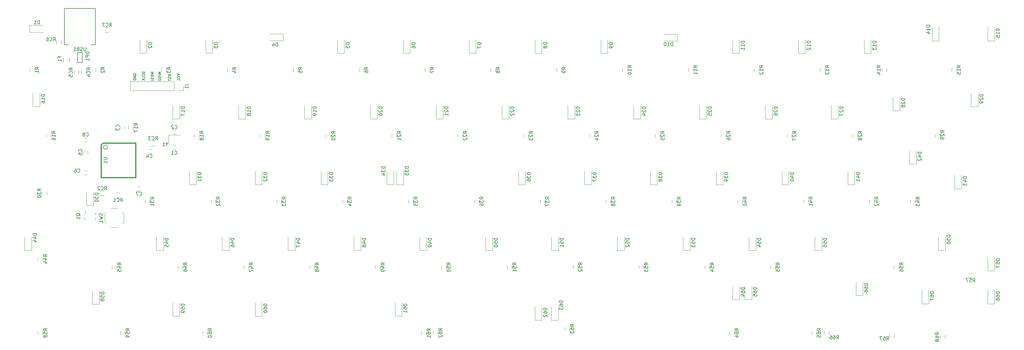
<source format=gbo>
G04 #@! TF.FileFunction,Legend,Bot*
%FSLAX46Y46*%
G04 Gerber Fmt 4.6, Leading zero omitted, Abs format (unit mm)*
G04 Created by KiCad (PCBNEW 4.0.7-e2-6376~58~ubuntu16.04.1) date Thu Jun 14 11:19:35 2018*
%MOMM*%
%LPD*%
G01*
G04 APERTURE LIST*
%ADD10C,0.100000*%
%ADD11C,0.150000*%
%ADD12C,0.120000*%
%ADD13C,0.304800*%
%ADD14C,0.203200*%
%ADD15C,0.200000*%
G04 APERTURE END LIST*
D10*
D11*
X46325286Y78368399D02*
X47075286Y78118399D01*
X46325286Y77868399D01*
X47003857Y77189828D02*
X47039571Y77225542D01*
X47075286Y77332685D01*
X47075286Y77404114D01*
X47039571Y77511257D01*
X46968143Y77582685D01*
X46896714Y77618400D01*
X46753857Y77654114D01*
X46646714Y77654114D01*
X46503857Y77618400D01*
X46432429Y77582685D01*
X46361000Y77511257D01*
X46325286Y77404114D01*
X46325286Y77332685D01*
X46361000Y77225542D01*
X46396714Y77189828D01*
X47003857Y76439828D02*
X47039571Y76475542D01*
X47075286Y76582685D01*
X47075286Y76654114D01*
X47039571Y76761257D01*
X46968143Y76832685D01*
X46896714Y76868400D01*
X46753857Y76904114D01*
X46646714Y76904114D01*
X46503857Y76868400D01*
X46432429Y76832685D01*
X46361000Y76761257D01*
X46325286Y76654114D01*
X46325286Y76582685D01*
X46361000Y76475542D01*
X46396714Y76439828D01*
X44497186Y77690214D02*
X44140043Y77940214D01*
X44497186Y78118786D02*
X43747186Y78118786D01*
X43747186Y77833071D01*
X43782900Y77761643D01*
X43818614Y77725928D01*
X43890043Y77690214D01*
X43997186Y77690214D01*
X44068614Y77725928D01*
X44104329Y77761643D01*
X44140043Y77833071D01*
X44140043Y78118786D01*
X44461471Y77404500D02*
X44497186Y77297357D01*
X44497186Y77118786D01*
X44461471Y77047357D01*
X44425757Y77011643D01*
X44354329Y76975928D01*
X44282900Y76975928D01*
X44211471Y77011643D01*
X44175757Y77047357D01*
X44140043Y77118786D01*
X44104329Y77261643D01*
X44068614Y77333071D01*
X44032900Y77368786D01*
X43961471Y77404500D01*
X43890043Y77404500D01*
X43818614Y77368786D01*
X43782900Y77333071D01*
X43747186Y77261643D01*
X43747186Y77083071D01*
X43782900Y76975928D01*
X43747186Y76761642D02*
X43747186Y76333071D01*
X44497186Y76547357D02*
X43747186Y76547357D01*
X41639686Y78839072D02*
X40889686Y78839072D01*
X41425400Y78589072D01*
X40889686Y78339072D01*
X41639686Y78339072D01*
X41639686Y77981929D02*
X40889686Y77981929D01*
X41603971Y77660500D02*
X41639686Y77553357D01*
X41639686Y77374786D01*
X41603971Y77303357D01*
X41568257Y77267643D01*
X41496829Y77231928D01*
X41425400Y77231928D01*
X41353971Y77267643D01*
X41318257Y77303357D01*
X41282543Y77374786D01*
X41246829Y77517643D01*
X41211114Y77589071D01*
X41175400Y77624786D01*
X41103971Y77660500D01*
X41032543Y77660500D01*
X40961114Y77624786D01*
X40925400Y77589071D01*
X40889686Y77517643D01*
X40889686Y77339071D01*
X40925400Y77231928D01*
X40889686Y76767642D02*
X40889686Y76624785D01*
X40925400Y76553357D01*
X40996829Y76481928D01*
X41139686Y76446214D01*
X41389686Y76446214D01*
X41532543Y76481928D01*
X41603971Y76553357D01*
X41639686Y76624785D01*
X41639686Y76767642D01*
X41603971Y76839071D01*
X41532543Y76910500D01*
X41389686Y76946214D01*
X41139686Y76946214D01*
X40996829Y76910500D01*
X40925400Y76839071D01*
X40889686Y76767642D01*
X39480686Y78839072D02*
X38730686Y78839072D01*
X39266400Y78589072D01*
X38730686Y78339072D01*
X39480686Y78339072D01*
X38730686Y77839071D02*
X38730686Y77696214D01*
X38766400Y77624786D01*
X38837829Y77553357D01*
X38980686Y77517643D01*
X39230686Y77517643D01*
X39373543Y77553357D01*
X39444971Y77624786D01*
X39480686Y77696214D01*
X39480686Y77839071D01*
X39444971Y77910500D01*
X39373543Y77981929D01*
X39230686Y78017643D01*
X38980686Y78017643D01*
X38837829Y77981929D01*
X38766400Y77910500D01*
X38730686Y77839071D01*
X39444971Y77231929D02*
X39480686Y77124786D01*
X39480686Y76946215D01*
X39444971Y76874786D01*
X39409257Y76839072D01*
X39337829Y76803357D01*
X39266400Y76803357D01*
X39194971Y76839072D01*
X39159257Y76874786D01*
X39123543Y76946215D01*
X39087829Y77089072D01*
X39052114Y77160500D01*
X39016400Y77196215D01*
X38944971Y77231929D01*
X38873543Y77231929D01*
X38802114Y77196215D01*
X38766400Y77160500D01*
X38730686Y77089072D01*
X38730686Y76910500D01*
X38766400Y76803357D01*
X39480686Y76481929D02*
X38730686Y76481929D01*
X36904971Y78991857D02*
X36940686Y78884714D01*
X36940686Y78706143D01*
X36904971Y78634714D01*
X36869257Y78599000D01*
X36797829Y78563285D01*
X36726400Y78563285D01*
X36654971Y78599000D01*
X36619257Y78634714D01*
X36583543Y78706143D01*
X36547829Y78849000D01*
X36512114Y78920428D01*
X36476400Y78956143D01*
X36404971Y78991857D01*
X36333543Y78991857D01*
X36262114Y78956143D01*
X36226400Y78920428D01*
X36190686Y78849000D01*
X36190686Y78670428D01*
X36226400Y78563285D01*
X36869257Y77813285D02*
X36904971Y77848999D01*
X36940686Y77956142D01*
X36940686Y78027571D01*
X36904971Y78134714D01*
X36833543Y78206142D01*
X36762114Y78241857D01*
X36619257Y78277571D01*
X36512114Y78277571D01*
X36369257Y78241857D01*
X36297829Y78206142D01*
X36226400Y78134714D01*
X36190686Y78027571D01*
X36190686Y77956142D01*
X36226400Y77848999D01*
X36262114Y77813285D01*
X36940686Y77134714D02*
X36940686Y77491857D01*
X36190686Y77491857D01*
X36940686Y76884714D02*
X36190686Y76884714D01*
X36940686Y76456142D02*
X36512114Y76777571D01*
X36190686Y76456142D02*
X36619257Y76884714D01*
X33686400Y78041428D02*
X33650686Y78112857D01*
X33650686Y78220000D01*
X33686400Y78327143D01*
X33757829Y78398571D01*
X33829257Y78434286D01*
X33972114Y78470000D01*
X34079257Y78470000D01*
X34222114Y78434286D01*
X34293543Y78398571D01*
X34364971Y78327143D01*
X34400686Y78220000D01*
X34400686Y78148571D01*
X34364971Y78041428D01*
X34329257Y78005714D01*
X34079257Y78005714D01*
X34079257Y78148571D01*
X34400686Y77684286D02*
X33650686Y77684286D01*
X34400686Y77255714D01*
X33650686Y77255714D01*
X34400686Y76898572D02*
X33650686Y76898572D01*
X33650686Y76720000D01*
X33686400Y76612857D01*
X33757829Y76541429D01*
X33829257Y76505714D01*
X33972114Y76470000D01*
X34079257Y76470000D01*
X34222114Y76505714D01*
X34293543Y76541429D01*
X34364971Y76612857D01*
X34400686Y76720000D01*
X34400686Y76898572D01*
X13692200Y86743600D02*
X14992200Y86743600D01*
X22692200Y86743600D02*
X21392200Y86743600D01*
X22692200Y97243600D02*
X22692200Y86743600D01*
X13692200Y97243600D02*
X22692200Y97243600D01*
X13692200Y86743600D02*
X13692200Y97243600D01*
D12*
X267061400Y2532000D02*
X267061400Y1532000D01*
X268421400Y1532000D02*
X268421400Y2532000D01*
X253816400Y1913000D02*
X253816400Y2913000D01*
X252456400Y2913000D02*
X252456400Y1913000D01*
X233485775Y3754375D02*
X233485775Y2754375D01*
X234845775Y2754375D02*
X234845775Y3754375D01*
X229913900Y3754375D02*
X229913900Y2754375D01*
X231273900Y2754375D02*
X231273900Y3754375D01*
X206101400Y3754375D02*
X206101400Y2754375D01*
X207461400Y2754375D02*
X207461400Y3754375D01*
X158476400Y4945000D02*
X158476400Y3945000D01*
X159836400Y3945000D02*
X159836400Y4945000D01*
X120376400Y3754375D02*
X120376400Y2754375D01*
X121736400Y2754375D02*
X121736400Y3754375D01*
X116998200Y3725800D02*
X116998200Y2725800D01*
X118358200Y2725800D02*
X118358200Y3725800D01*
X53701400Y3754375D02*
X53701400Y2754375D01*
X55061400Y2754375D02*
X55061400Y3754375D01*
X29888900Y3754375D02*
X29888900Y2754375D01*
X31248900Y2754375D02*
X31248900Y3754375D01*
X6076400Y3754375D02*
X6076400Y2754375D01*
X7436400Y2754375D02*
X7436400Y3754375D01*
X276337650Y20603125D02*
X275337650Y20603125D01*
X275337650Y19243125D02*
X276337650Y19243125D01*
X253726400Y22804375D02*
X253726400Y21804375D01*
X255086400Y21804375D02*
X255086400Y22804375D01*
X218007650Y22804375D02*
X218007650Y21804375D01*
X219367650Y21804375D02*
X219367650Y22804375D01*
X198957650Y22804375D02*
X198957650Y21804375D01*
X200317650Y21804375D02*
X200317650Y22804375D01*
X179907650Y22804375D02*
X179907650Y21804375D01*
X181267650Y21804375D02*
X181267650Y22804375D01*
X160857650Y22804375D02*
X160857650Y21804375D01*
X162217650Y21804375D02*
X162217650Y22804375D01*
X141807650Y22804375D02*
X141807650Y21804375D01*
X143167650Y21804375D02*
X143167650Y22804375D01*
X122757650Y22804375D02*
X122757650Y21804375D01*
X124117650Y21804375D02*
X124117650Y22804375D01*
X103707650Y22804375D02*
X103707650Y21804375D01*
X105067650Y21804375D02*
X105067650Y22804375D01*
X84657650Y22804375D02*
X84657650Y21804375D01*
X86017650Y21804375D02*
X86017650Y22804375D01*
X65607650Y22804375D02*
X65607650Y21804375D01*
X66967650Y21804375D02*
X66967650Y22804375D01*
X46557650Y22804375D02*
X46557650Y21804375D01*
X47917650Y21804375D02*
X47917650Y22804375D01*
X27507650Y22804375D02*
X27507650Y21804375D01*
X28867650Y21804375D02*
X28867650Y22804375D01*
X6076400Y25185625D02*
X6076400Y24185625D01*
X7436400Y24185625D02*
X7436400Y25185625D01*
X258488900Y41854375D02*
X258488900Y40854375D01*
X259848900Y40854375D02*
X259848900Y41854375D01*
X246582650Y41854375D02*
X246582650Y40854375D01*
X247942650Y40854375D02*
X247942650Y41854375D01*
X227532650Y41854375D02*
X227532650Y40854375D01*
X228892650Y40854375D02*
X228892650Y41854375D01*
X208482650Y41854375D02*
X208482650Y40854375D01*
X209842650Y40854375D02*
X209842650Y41854375D01*
X189432650Y41854375D02*
X189432650Y40854375D01*
X190792650Y40854375D02*
X190792650Y41854375D01*
X170382650Y41854375D02*
X170382650Y40854375D01*
X171742650Y40854375D02*
X171742650Y41854375D01*
X151332650Y41854375D02*
X151332650Y40854375D01*
X152692650Y40854375D02*
X152692650Y41854375D01*
X132282650Y41854375D02*
X132282650Y40854375D01*
X133642650Y40854375D02*
X133642650Y41854375D01*
X113232650Y41854375D02*
X113232650Y40854375D01*
X114592650Y40854375D02*
X114592650Y41854375D01*
X94182650Y41854375D02*
X94182650Y40854375D01*
X95542650Y40854375D02*
X95542650Y41854375D01*
X75132650Y41854375D02*
X75132650Y40854375D01*
X76492650Y40854375D02*
X76492650Y41854375D01*
X56082650Y41854375D02*
X56082650Y40854375D01*
X57442650Y40854375D02*
X57442650Y41854375D01*
X37032650Y41854375D02*
X37032650Y40854375D01*
X38392650Y40854375D02*
X38392650Y41854375D01*
X7267025Y44235625D02*
X7267025Y43235625D01*
X8627025Y43235625D02*
X8627025Y44235625D01*
X265632650Y60904375D02*
X265632650Y59904375D01*
X266992650Y59904375D02*
X266992650Y60904375D01*
X241820150Y60904375D02*
X241820150Y59904375D01*
X243180150Y59904375D02*
X243180150Y60904375D01*
X222770150Y60904375D02*
X222770150Y59904375D01*
X224130150Y59904375D02*
X224130150Y60904375D01*
X203720150Y60904375D02*
X203720150Y59904375D01*
X205080150Y59904375D02*
X205080150Y60904375D01*
X184670150Y60904375D02*
X184670150Y59904375D01*
X186030150Y59904375D02*
X186030150Y60904375D01*
X165620150Y60904375D02*
X165620150Y59904375D01*
X166980150Y59904375D02*
X166980150Y60904375D01*
X146570150Y60904375D02*
X146570150Y59904375D01*
X147930150Y59904375D02*
X147930150Y60904375D01*
X70370150Y60904375D02*
X70370150Y59904375D01*
X71730150Y59904375D02*
X71730150Y60904375D01*
X51320150Y60904375D02*
X51320150Y59904375D01*
X52680150Y59904375D02*
X52680150Y60904375D01*
X32270150Y63285625D02*
X32270150Y62285625D01*
X33630150Y62285625D02*
X33630150Y63285625D01*
X8457650Y60904375D02*
X8457650Y59904375D01*
X9817650Y59904375D02*
X9817650Y60904375D01*
X270395150Y79954375D02*
X270395150Y78954375D01*
X271755150Y78954375D02*
X271755150Y79954375D01*
X250154525Y79954375D02*
X250154525Y78954375D01*
X251514525Y78954375D02*
X251514525Y79954375D01*
X232295150Y79954375D02*
X232295150Y78954375D01*
X233655150Y78954375D02*
X233655150Y79954375D01*
X213245150Y79954375D02*
X213245150Y78954375D01*
X214605150Y78954375D02*
X214605150Y79954375D01*
X194195150Y79954375D02*
X194195150Y78954375D01*
X195555150Y78954375D02*
X195555150Y79954375D01*
X175145150Y79954375D02*
X175145150Y78954375D01*
X176505150Y78954375D02*
X176505150Y79954375D01*
X156095150Y79954375D02*
X156095150Y78954375D01*
X157455150Y78954375D02*
X157455150Y79954375D01*
X137045150Y79954375D02*
X137045150Y78954375D01*
X138405150Y78954375D02*
X138405150Y79954375D01*
X117995150Y79954375D02*
X117995150Y78954375D01*
X119355150Y78954375D02*
X119355150Y79954375D01*
X98945150Y79954375D02*
X98945150Y78954375D01*
X100305150Y78954375D02*
X100305150Y79954375D01*
X79895150Y79954375D02*
X79895150Y78954375D01*
X81255150Y78954375D02*
X81255150Y79954375D01*
X60845150Y79954375D02*
X60845150Y78954375D01*
X62205150Y78954375D02*
X62205150Y79954375D01*
X41795150Y79954375D02*
X41795150Y78954375D01*
X43155150Y78954375D02*
X43155150Y79954375D01*
X22745150Y79954375D02*
X22745150Y78954375D01*
X24105150Y78954375D02*
X24105150Y79954375D01*
X3695150Y79954375D02*
X3695150Y78954375D01*
X5055150Y78954375D02*
X5055150Y79954375D01*
X13351400Y82870000D02*
X13351400Y81670000D01*
X15111400Y81670000D02*
X15111400Y82870000D01*
X282790775Y11720000D02*
X280790775Y11720000D01*
X280790775Y11720000D02*
X280790775Y15620000D01*
X282790775Y11720000D02*
X282790775Y15620000D01*
X263740775Y11720000D02*
X261740775Y11720000D01*
X261740775Y11720000D02*
X261740775Y15620000D01*
X263740775Y11720000D02*
X263740775Y15620000D01*
X244690775Y14101250D02*
X242690775Y14101250D01*
X242690775Y14101250D02*
X242690775Y18001250D01*
X244690775Y14101250D02*
X244690775Y18001250D01*
X212543900Y12910625D02*
X210543900Y12910625D01*
X210543900Y12910625D02*
X210543900Y16810625D01*
X212543900Y12910625D02*
X212543900Y16810625D01*
X208972025Y12910625D02*
X206972025Y12910625D01*
X206972025Y12910625D02*
X206972025Y16810625D01*
X208972025Y12910625D02*
X208972025Y16810625D01*
X156584525Y6957500D02*
X154584525Y6957500D01*
X154584525Y6957500D02*
X154584525Y10857500D01*
X156584525Y6957500D02*
X156584525Y10857500D01*
X151822025Y6957500D02*
X149822025Y6957500D01*
X149822025Y6957500D02*
X149822025Y10857500D01*
X151822025Y6957500D02*
X151822025Y10857500D01*
X111340775Y8148125D02*
X109340775Y8148125D01*
X109340775Y8148125D02*
X109340775Y12048125D01*
X111340775Y8148125D02*
X111340775Y12048125D01*
X70859525Y8148125D02*
X68859525Y8148125D01*
X68859525Y8148125D02*
X68859525Y12048125D01*
X70859525Y8148125D02*
X70859525Y12048125D01*
X47047025Y8148125D02*
X45047025Y8148125D01*
X45047025Y8148125D02*
X45047025Y12048125D01*
X47047025Y8148125D02*
X47047025Y12048125D01*
X23733000Y11567600D02*
X21733000Y11567600D01*
X21733000Y11567600D02*
X21733000Y15467600D01*
X23733000Y11567600D02*
X23733000Y15467600D01*
X282790775Y21245000D02*
X280790775Y21245000D01*
X280790775Y21245000D02*
X280790775Y25145000D01*
X282790775Y21245000D02*
X282790775Y25145000D01*
X268503275Y27198125D02*
X266503275Y27198125D01*
X266503275Y27198125D02*
X266503275Y31098125D01*
X268503275Y27198125D02*
X268503275Y31098125D01*
X232784525Y27198125D02*
X230784525Y27198125D01*
X230784525Y27198125D02*
X230784525Y31098125D01*
X232784525Y27198125D02*
X232784525Y31098125D01*
X213734525Y27198125D02*
X211734525Y27198125D01*
X211734525Y27198125D02*
X211734525Y31098125D01*
X213734525Y27198125D02*
X213734525Y31098125D01*
X194684525Y27198125D02*
X192684525Y27198125D01*
X192684525Y27198125D02*
X192684525Y31098125D01*
X194684525Y27198125D02*
X194684525Y31098125D01*
X175634525Y27198125D02*
X173634525Y27198125D01*
X173634525Y27198125D02*
X173634525Y31098125D01*
X175634525Y27198125D02*
X175634525Y31098125D01*
X156584525Y27198125D02*
X154584525Y27198125D01*
X154584525Y27198125D02*
X154584525Y31098125D01*
X156584525Y27198125D02*
X156584525Y31098125D01*
X137534525Y27198125D02*
X135534525Y27198125D01*
X135534525Y27198125D02*
X135534525Y31098125D01*
X137534525Y27198125D02*
X137534525Y31098125D01*
X118484525Y27198125D02*
X116484525Y27198125D01*
X116484525Y27198125D02*
X116484525Y31098125D01*
X118484525Y27198125D02*
X118484525Y31098125D01*
X99434525Y27198125D02*
X97434525Y27198125D01*
X97434525Y27198125D02*
X97434525Y31098125D01*
X99434525Y27198125D02*
X99434525Y31098125D01*
X80384525Y27198125D02*
X78384525Y27198125D01*
X78384525Y27198125D02*
X78384525Y31098125D01*
X80384525Y27198125D02*
X80384525Y31098125D01*
X61334525Y27198125D02*
X59334525Y27198125D01*
X59334525Y27198125D02*
X59334525Y31098125D01*
X61334525Y27198125D02*
X61334525Y31098125D01*
X42284525Y27198125D02*
X40284525Y27198125D01*
X40284525Y27198125D02*
X40284525Y31098125D01*
X42284525Y27198125D02*
X42284525Y31098125D01*
X4184525Y27198125D02*
X2184525Y27198125D01*
X2184525Y27198125D02*
X2184525Y31098125D01*
X4184525Y27198125D02*
X4184525Y31098125D01*
X273265775Y45057500D02*
X271265775Y45057500D01*
X271265775Y45057500D02*
X271265775Y48957500D01*
X273265775Y45057500D02*
X273265775Y48957500D01*
X260168900Y52201250D02*
X258168900Y52201250D01*
X258168900Y52201250D02*
X258168900Y56101250D01*
X260168900Y52201250D02*
X260168900Y56101250D01*
X242309525Y46248125D02*
X240309525Y46248125D01*
X240309525Y46248125D02*
X240309525Y50148125D01*
X242309525Y46248125D02*
X242309525Y50148125D01*
X223259525Y46248125D02*
X221259525Y46248125D01*
X221259525Y46248125D02*
X221259525Y50148125D01*
X223259525Y46248125D02*
X223259525Y50148125D01*
X204209525Y46248125D02*
X202209525Y46248125D01*
X202209525Y46248125D02*
X202209525Y50148125D01*
X204209525Y46248125D02*
X204209525Y50148125D01*
X185159525Y46248125D02*
X183159525Y46248125D01*
X183159525Y46248125D02*
X183159525Y50148125D01*
X185159525Y46248125D02*
X185159525Y50148125D01*
X166109525Y46248125D02*
X164109525Y46248125D01*
X164109525Y46248125D02*
X164109525Y50148125D01*
X166109525Y46248125D02*
X166109525Y50148125D01*
X147059525Y46248125D02*
X145059525Y46248125D01*
X145059525Y46248125D02*
X145059525Y50148125D01*
X147059525Y46248125D02*
X147059525Y50148125D01*
X111832900Y46250300D02*
X109832900Y46250300D01*
X109832900Y46250300D02*
X109832900Y50150300D01*
X111832900Y46250300D02*
X111832900Y50150300D01*
X108959525Y46248125D02*
X106959525Y46248125D01*
X106959525Y46248125D02*
X106959525Y50148125D01*
X108959525Y46248125D02*
X108959525Y50148125D01*
X89909525Y46248125D02*
X87909525Y46248125D01*
X87909525Y46248125D02*
X87909525Y50148125D01*
X89909525Y46248125D02*
X89909525Y50148125D01*
X70859525Y46248125D02*
X68859525Y46248125D01*
X68859525Y46248125D02*
X68859525Y50148125D01*
X70859525Y46248125D02*
X70859525Y50148125D01*
X51809525Y46248125D02*
X49809525Y46248125D01*
X49809525Y46248125D02*
X49809525Y50148125D01*
X51809525Y46248125D02*
X51809525Y50148125D01*
X22043900Y40295000D02*
X20043900Y40295000D01*
X20043900Y40295000D02*
X20043900Y44195000D01*
X22043900Y40295000D02*
X22043900Y44195000D01*
X278028275Y68870000D02*
X276028275Y68870000D01*
X276028275Y68870000D02*
X276028275Y72770000D01*
X278028275Y68870000D02*
X278028275Y72770000D01*
X255406400Y67679375D02*
X253406400Y67679375D01*
X253406400Y67679375D02*
X253406400Y71579375D01*
X255406400Y67679375D02*
X255406400Y71579375D01*
X237547025Y65298125D02*
X235547025Y65298125D01*
X235547025Y65298125D02*
X235547025Y69198125D01*
X237547025Y65298125D02*
X237547025Y69198125D01*
X218497025Y65298125D02*
X216497025Y65298125D01*
X216497025Y65298125D02*
X216497025Y69198125D01*
X218497025Y65298125D02*
X218497025Y69198125D01*
X199447025Y65298125D02*
X197447025Y65298125D01*
X197447025Y65298125D02*
X197447025Y69198125D01*
X199447025Y65298125D02*
X199447025Y69198125D01*
X180397025Y65298125D02*
X178397025Y65298125D01*
X178397025Y65298125D02*
X178397025Y69198125D01*
X180397025Y65298125D02*
X180397025Y69198125D01*
X161347025Y65298125D02*
X159347025Y65298125D01*
X159347025Y65298125D02*
X159347025Y69198125D01*
X161347025Y65298125D02*
X161347025Y69198125D01*
X142297025Y65298125D02*
X140297025Y65298125D01*
X140297025Y65298125D02*
X140297025Y69198125D01*
X142297025Y65298125D02*
X142297025Y69198125D01*
X123247025Y65298125D02*
X121247025Y65298125D01*
X121247025Y65298125D02*
X121247025Y69198125D01*
X123247025Y65298125D02*
X123247025Y69198125D01*
X104197025Y65298125D02*
X102197025Y65298125D01*
X102197025Y65298125D02*
X102197025Y69198125D01*
X104197025Y65298125D02*
X104197025Y69198125D01*
X85147025Y65298125D02*
X83147025Y65298125D01*
X83147025Y65298125D02*
X83147025Y69198125D01*
X85147025Y65298125D02*
X85147025Y69198125D01*
X66097025Y65298125D02*
X64097025Y65298125D01*
X64097025Y65298125D02*
X64097025Y69198125D01*
X66097025Y65298125D02*
X66097025Y69198125D01*
X47047025Y65298125D02*
X45047025Y65298125D01*
X45047025Y65298125D02*
X45047025Y69198125D01*
X47047025Y65298125D02*
X47047025Y69198125D01*
X6565775Y68870000D02*
X4565775Y68870000D01*
X4565775Y68870000D02*
X4565775Y72770000D01*
X6565775Y68870000D02*
X6565775Y72770000D01*
X282790775Y87920000D02*
X280790775Y87920000D01*
X280790775Y87920000D02*
X280790775Y91820000D01*
X282790775Y87920000D02*
X282790775Y91820000D01*
X266709400Y87920000D02*
X264709400Y87920000D01*
X264709400Y87920000D02*
X264709400Y91820000D01*
X266709400Y87920000D02*
X266709400Y91820000D01*
X247072025Y84348125D02*
X245072025Y84348125D01*
X245072025Y84348125D02*
X245072025Y88248125D01*
X247072025Y84348125D02*
X247072025Y88248125D01*
X228022025Y84348125D02*
X226022025Y84348125D01*
X226022025Y84348125D02*
X226022025Y88248125D01*
X228022025Y84348125D02*
X228022025Y88248125D01*
X208972025Y84348125D02*
X206972025Y84348125D01*
X206972025Y84348125D02*
X206972025Y88248125D01*
X208972025Y84348125D02*
X208972025Y88248125D01*
X191021400Y89850000D02*
X191021400Y87850000D01*
X191021400Y87850000D02*
X187121400Y87850000D01*
X191021400Y89850000D02*
X187121400Y89850000D01*
X170872025Y84348125D02*
X168872025Y84348125D01*
X168872025Y84348125D02*
X168872025Y88248125D01*
X170872025Y84348125D02*
X170872025Y88248125D01*
X151822025Y84348125D02*
X149822025Y84348125D01*
X149822025Y84348125D02*
X149822025Y88248125D01*
X151822025Y84348125D02*
X151822025Y88248125D01*
X132772025Y84348125D02*
X130772025Y84348125D01*
X130772025Y84348125D02*
X130772025Y88248125D01*
X132772025Y84348125D02*
X132772025Y88248125D01*
X113722025Y84348125D02*
X111722025Y84348125D01*
X111722025Y84348125D02*
X111722025Y88248125D01*
X113722025Y84348125D02*
X113722025Y88248125D01*
X94672025Y84348125D02*
X92672025Y84348125D01*
X92672025Y84348125D02*
X92672025Y88248125D01*
X94672025Y84348125D02*
X94672025Y88248125D01*
X77031400Y89930000D02*
X77031400Y87930000D01*
X77031400Y87930000D02*
X73131400Y87930000D01*
X77031400Y89930000D02*
X73131400Y89930000D01*
X56572025Y84348125D02*
X54572025Y84348125D01*
X54572025Y84348125D02*
X54572025Y88248125D01*
X56572025Y84348125D02*
X56572025Y88248125D01*
X37522025Y84348125D02*
X35522025Y84348125D01*
X35522025Y84348125D02*
X35522025Y88248125D01*
X37522025Y84348125D02*
X37522025Y88248125D01*
X3617400Y90440000D02*
X3617400Y92440000D01*
X3617400Y92440000D02*
X7517400Y92440000D01*
X3617400Y90440000D02*
X7517400Y90440000D01*
X43866800Y57858200D02*
X43866800Y60658200D01*
X43866800Y60658200D02*
X47166800Y60658200D01*
D13*
X24374475Y48256825D02*
X34382075Y48256825D01*
X34382075Y48256825D02*
X34382075Y58264425D01*
X24857075Y58264425D02*
X34382075Y58264425D01*
X24374475Y57781825D02*
X24374475Y48256825D01*
X24857075Y58264425D02*
X24374475Y57781825D01*
D14*
X26203275Y57070625D02*
G75*
G03X26203275Y57070625I-635000J0D01*
G01*
D12*
X30392400Y38276000D02*
X30842400Y37826000D01*
X30392400Y34876000D02*
X30842400Y35326000D01*
X25792400Y34876000D02*
X25342400Y35326000D01*
X25792400Y38276000D02*
X25342400Y37826000D01*
X27092400Y33826000D02*
X29092400Y33826000D01*
X30842400Y37826000D02*
X30842400Y35326000D01*
X27092400Y39326000D02*
X29092400Y39326000D01*
X25342400Y37826000D02*
X25342400Y35326000D01*
X25531400Y90390000D02*
X26531400Y90390000D01*
X26531400Y91750000D02*
X25531400Y91750000D01*
X12745000Y86926800D02*
X12745000Y87926800D01*
X11385000Y87926800D02*
X11385000Y86926800D01*
X16451400Y79320000D02*
X16451400Y78320000D01*
X17811400Y78320000D02*
X17811400Y79320000D01*
X18601400Y79320000D02*
X18601400Y78320000D01*
X19961400Y78320000D02*
X19961400Y79320000D01*
X38895400Y57486000D02*
X39895400Y57486000D01*
X39895400Y58846000D02*
X38895400Y58846000D01*
X24115775Y43055625D02*
X25115775Y43055625D01*
X25115775Y44415625D02*
X24115775Y44415625D01*
X29735400Y43860000D02*
X28735400Y43860000D01*
X28735400Y42500000D02*
X29735400Y42500000D01*
X127520150Y60904375D02*
X127520150Y59904375D01*
X128880150Y59904375D02*
X128880150Y60904375D01*
X108470150Y60904375D02*
X108470150Y59904375D01*
X109830150Y59904375D02*
X109830150Y60904375D01*
X89420150Y60904375D02*
X89420150Y59904375D01*
X90780150Y59904375D02*
X90780150Y60904375D01*
D11*
X18831400Y81620000D02*
X17531400Y81620000D01*
X18831400Y84520000D02*
X18831400Y81620000D01*
X17531400Y84520000D02*
X18831400Y84520000D01*
X17531400Y84520000D02*
X17531400Y81620000D01*
D12*
X19503275Y58613750D02*
X20203275Y58613750D01*
X20203275Y59813750D02*
X19503275Y59813750D01*
X35631400Y45620000D02*
X34931400Y45620000D01*
X34931400Y44420000D02*
X35631400Y44420000D01*
X19503275Y49088750D02*
X20203275Y49088750D01*
X20203275Y50288750D02*
X19503275Y50288750D01*
X20453275Y55291875D02*
X20453275Y55991875D01*
X19253275Y55991875D02*
X19253275Y55291875D01*
X38983400Y56480000D02*
X38283400Y56480000D01*
X38283400Y55280000D02*
X38983400Y55280000D01*
X29968900Y63135625D02*
X29968900Y62435625D01*
X31168900Y62435625D02*
X31168900Y63135625D01*
X45892200Y62042600D02*
X45192200Y62042600D01*
X45192200Y60842600D02*
X45892200Y60842600D01*
X45217600Y56448400D02*
X45917600Y56448400D01*
X45917600Y57648400D02*
X45217600Y57648400D01*
X45466000Y73473000D02*
X32706000Y73473000D01*
X32706000Y73473000D02*
X32706000Y76133000D01*
X32706000Y76133000D02*
X45466000Y76133000D01*
X45466000Y76133000D02*
X45466000Y73473000D01*
X46736000Y73473000D02*
X48066000Y73473000D01*
X48066000Y73473000D02*
X48066000Y74803000D01*
D10*
X19457400Y37259000D02*
X19457400Y37534000D01*
X19457400Y37534000D02*
X19732400Y37909000D01*
X19732400Y37909000D02*
X19782400Y37909000D01*
X19782400Y37909000D02*
X19782400Y38684000D01*
X22757400Y37434000D02*
X22757400Y37909000D01*
X22757400Y37909000D02*
X22407400Y37909000D01*
X22532400Y36259000D02*
X22407400Y36259000D01*
X22457400Y36259000D02*
X22757400Y36259000D01*
X22757400Y36259000D02*
X22757400Y36709000D01*
X19457400Y36634000D02*
X19457400Y36259000D01*
X19457400Y36259000D02*
X19757400Y36259000D01*
D11*
X19930295Y85991219D02*
X19930295Y85181695D01*
X19882676Y85086457D01*
X19835057Y85038838D01*
X19739819Y84991219D01*
X19549342Y84991219D01*
X19454104Y85038838D01*
X19406485Y85086457D01*
X19358866Y85181695D01*
X19358866Y85991219D01*
X18930295Y85038838D02*
X18787438Y84991219D01*
X18549342Y84991219D01*
X18454104Y85038838D01*
X18406485Y85086457D01*
X18358866Y85181695D01*
X18358866Y85276933D01*
X18406485Y85372171D01*
X18454104Y85419790D01*
X18549342Y85467410D01*
X18739819Y85515029D01*
X18835057Y85562648D01*
X18882676Y85610267D01*
X18930295Y85705505D01*
X18930295Y85800743D01*
X18882676Y85895981D01*
X18835057Y85943600D01*
X18739819Y85991219D01*
X18501723Y85991219D01*
X18358866Y85943600D01*
X17596961Y85515029D02*
X17454104Y85467410D01*
X17406485Y85419790D01*
X17358866Y85324552D01*
X17358866Y85181695D01*
X17406485Y85086457D01*
X17454104Y85038838D01*
X17549342Y84991219D01*
X17930295Y84991219D01*
X17930295Y85991219D01*
X17596961Y85991219D01*
X17501723Y85943600D01*
X17454104Y85895981D01*
X17406485Y85800743D01*
X17406485Y85705505D01*
X17454104Y85610267D01*
X17501723Y85562648D01*
X17596961Y85515029D01*
X17930295Y85515029D01*
X16406485Y84991219D02*
X16977914Y84991219D01*
X16692200Y84991219D02*
X16692200Y85991219D01*
X16787438Y85848362D01*
X16882676Y85753124D01*
X16977914Y85705505D01*
X266669781Y2700257D02*
X266193590Y3033591D01*
X266669781Y3271686D02*
X265669781Y3271686D01*
X265669781Y2890733D01*
X265717400Y2795495D01*
X265765019Y2747876D01*
X265860257Y2700257D01*
X266003114Y2700257D01*
X266098352Y2747876D01*
X266145971Y2795495D01*
X266193590Y2890733D01*
X266193590Y3271686D01*
X265669781Y1843114D02*
X265669781Y2033591D01*
X265717400Y2128829D01*
X265765019Y2176448D01*
X265907876Y2271686D01*
X266098352Y2319305D01*
X266479305Y2319305D01*
X266574543Y2271686D01*
X266622162Y2224067D01*
X266669781Y2128829D01*
X266669781Y1938352D01*
X266622162Y1843114D01*
X266574543Y1795495D01*
X266479305Y1747876D01*
X266241210Y1747876D01*
X266145971Y1795495D01*
X266098352Y1843114D01*
X266050733Y1938352D01*
X266050733Y2128829D01*
X266098352Y2224067D01*
X266145971Y2271686D01*
X266241210Y2319305D01*
X266098352Y1176448D02*
X266050733Y1271686D01*
X266003114Y1319305D01*
X265907876Y1366924D01*
X265860257Y1366924D01*
X265765019Y1319305D01*
X265717400Y1271686D01*
X265669781Y1176448D01*
X265669781Y985971D01*
X265717400Y890733D01*
X265765019Y843114D01*
X265860257Y795495D01*
X265907876Y795495D01*
X266003114Y843114D01*
X266050733Y890733D01*
X266098352Y985971D01*
X266098352Y1176448D01*
X266145971Y1271686D01*
X266193590Y1319305D01*
X266288829Y1366924D01*
X266479305Y1366924D01*
X266574543Y1319305D01*
X266622162Y1271686D01*
X266669781Y1176448D01*
X266669781Y985971D01*
X266622162Y890733D01*
X266574543Y843114D01*
X266479305Y795495D01*
X266288829Y795495D01*
X266193590Y843114D01*
X266145971Y890733D01*
X266098352Y985971D01*
X251544057Y1173219D02*
X251877391Y1649410D01*
X252115486Y1173219D02*
X252115486Y2173219D01*
X251734533Y2173219D01*
X251639295Y2125600D01*
X251591676Y2077981D01*
X251544057Y1982743D01*
X251544057Y1839886D01*
X251591676Y1744648D01*
X251639295Y1697029D01*
X251734533Y1649410D01*
X252115486Y1649410D01*
X250686914Y2173219D02*
X250877391Y2173219D01*
X250972629Y2125600D01*
X251020248Y2077981D01*
X251115486Y1935124D01*
X251163105Y1744648D01*
X251163105Y1363695D01*
X251115486Y1268457D01*
X251067867Y1220838D01*
X250972629Y1173219D01*
X250782152Y1173219D01*
X250686914Y1220838D01*
X250639295Y1268457D01*
X250591676Y1363695D01*
X250591676Y1601790D01*
X250639295Y1697029D01*
X250686914Y1744648D01*
X250782152Y1792267D01*
X250972629Y1792267D01*
X251067867Y1744648D01*
X251115486Y1697029D01*
X251163105Y1601790D01*
X250258343Y2173219D02*
X249591676Y2173219D01*
X250020248Y1173219D01*
X237091457Y1503419D02*
X237424791Y1979610D01*
X237662886Y1503419D02*
X237662886Y2503419D01*
X237281933Y2503419D01*
X237186695Y2455800D01*
X237139076Y2408181D01*
X237091457Y2312943D01*
X237091457Y2170086D01*
X237139076Y2074848D01*
X237186695Y2027229D01*
X237281933Y1979610D01*
X237662886Y1979610D01*
X236234314Y2503419D02*
X236424791Y2503419D01*
X236520029Y2455800D01*
X236567648Y2408181D01*
X236662886Y2265324D01*
X236710505Y2074848D01*
X236710505Y1693895D01*
X236662886Y1598657D01*
X236615267Y1551038D01*
X236520029Y1503419D01*
X236329552Y1503419D01*
X236234314Y1551038D01*
X236186695Y1598657D01*
X236139076Y1693895D01*
X236139076Y1931990D01*
X236186695Y2027229D01*
X236234314Y2074848D01*
X236329552Y2122467D01*
X236520029Y2122467D01*
X236615267Y2074848D01*
X236662886Y2027229D01*
X236710505Y1931990D01*
X235281933Y2503419D02*
X235472410Y2503419D01*
X235567648Y2455800D01*
X235615267Y2408181D01*
X235710505Y2265324D01*
X235758124Y2074848D01*
X235758124Y1693895D01*
X235710505Y1598657D01*
X235662886Y1551038D01*
X235567648Y1503419D01*
X235377171Y1503419D01*
X235281933Y1551038D01*
X235234314Y1598657D01*
X235186695Y1693895D01*
X235186695Y1931990D01*
X235234314Y2027229D01*
X235281933Y2074848D01*
X235377171Y2122467D01*
X235567648Y2122467D01*
X235662886Y2074848D01*
X235710505Y2027229D01*
X235758124Y1931990D01*
X232496281Y3897232D02*
X232020090Y4230566D01*
X232496281Y4468661D02*
X231496281Y4468661D01*
X231496281Y4087708D01*
X231543900Y3992470D01*
X231591519Y3944851D01*
X231686757Y3897232D01*
X231829614Y3897232D01*
X231924852Y3944851D01*
X231972471Y3992470D01*
X232020090Y4087708D01*
X232020090Y4468661D01*
X231496281Y3040089D02*
X231496281Y3230566D01*
X231543900Y3325804D01*
X231591519Y3373423D01*
X231734376Y3468661D01*
X231924852Y3516280D01*
X232305805Y3516280D01*
X232401043Y3468661D01*
X232448662Y3421042D01*
X232496281Y3325804D01*
X232496281Y3135327D01*
X232448662Y3040089D01*
X232401043Y2992470D01*
X232305805Y2944851D01*
X232067710Y2944851D01*
X231972471Y2992470D01*
X231924852Y3040089D01*
X231877233Y3135327D01*
X231877233Y3325804D01*
X231924852Y3421042D01*
X231972471Y3468661D01*
X232067710Y3516280D01*
X231496281Y2040089D02*
X231496281Y2516280D01*
X231972471Y2563899D01*
X231924852Y2516280D01*
X231877233Y2421042D01*
X231877233Y2182946D01*
X231924852Y2087708D01*
X231972471Y2040089D01*
X232067710Y1992470D01*
X232305805Y1992470D01*
X232401043Y2040089D01*
X232448662Y2087708D01*
X232496281Y2182946D01*
X232496281Y2421042D01*
X232448662Y2516280D01*
X232401043Y2563899D01*
X208683781Y3897232D02*
X208207590Y4230566D01*
X208683781Y4468661D02*
X207683781Y4468661D01*
X207683781Y4087708D01*
X207731400Y3992470D01*
X207779019Y3944851D01*
X207874257Y3897232D01*
X208017114Y3897232D01*
X208112352Y3944851D01*
X208159971Y3992470D01*
X208207590Y4087708D01*
X208207590Y4468661D01*
X207683781Y3040089D02*
X207683781Y3230566D01*
X207731400Y3325804D01*
X207779019Y3373423D01*
X207921876Y3468661D01*
X208112352Y3516280D01*
X208493305Y3516280D01*
X208588543Y3468661D01*
X208636162Y3421042D01*
X208683781Y3325804D01*
X208683781Y3135327D01*
X208636162Y3040089D01*
X208588543Y2992470D01*
X208493305Y2944851D01*
X208255210Y2944851D01*
X208159971Y2992470D01*
X208112352Y3040089D01*
X208064733Y3135327D01*
X208064733Y3325804D01*
X208112352Y3421042D01*
X208159971Y3468661D01*
X208255210Y3516280D01*
X208017114Y2087708D02*
X208683781Y2087708D01*
X207636162Y2325804D02*
X208350448Y2563899D01*
X208350448Y1944851D01*
X161058781Y5087857D02*
X160582590Y5421191D01*
X161058781Y5659286D02*
X160058781Y5659286D01*
X160058781Y5278333D01*
X160106400Y5183095D01*
X160154019Y5135476D01*
X160249257Y5087857D01*
X160392114Y5087857D01*
X160487352Y5135476D01*
X160534971Y5183095D01*
X160582590Y5278333D01*
X160582590Y5659286D01*
X160058781Y4230714D02*
X160058781Y4421191D01*
X160106400Y4516429D01*
X160154019Y4564048D01*
X160296876Y4659286D01*
X160487352Y4706905D01*
X160868305Y4706905D01*
X160963543Y4659286D01*
X161011162Y4611667D01*
X161058781Y4516429D01*
X161058781Y4325952D01*
X161011162Y4230714D01*
X160963543Y4183095D01*
X160868305Y4135476D01*
X160630210Y4135476D01*
X160534971Y4183095D01*
X160487352Y4230714D01*
X160439733Y4325952D01*
X160439733Y4516429D01*
X160487352Y4611667D01*
X160534971Y4659286D01*
X160630210Y4706905D01*
X160058781Y3802143D02*
X160058781Y3183095D01*
X160439733Y3516429D01*
X160439733Y3373571D01*
X160487352Y3278333D01*
X160534971Y3230714D01*
X160630210Y3183095D01*
X160868305Y3183095D01*
X160963543Y3230714D01*
X161011162Y3278333D01*
X161058781Y3373571D01*
X161058781Y3659286D01*
X161011162Y3754524D01*
X160963543Y3802143D01*
X122958781Y3897232D02*
X122482590Y4230566D01*
X122958781Y4468661D02*
X121958781Y4468661D01*
X121958781Y4087708D01*
X122006400Y3992470D01*
X122054019Y3944851D01*
X122149257Y3897232D01*
X122292114Y3897232D01*
X122387352Y3944851D01*
X122434971Y3992470D01*
X122482590Y4087708D01*
X122482590Y4468661D01*
X121958781Y3040089D02*
X121958781Y3230566D01*
X122006400Y3325804D01*
X122054019Y3373423D01*
X122196876Y3468661D01*
X122387352Y3516280D01*
X122768305Y3516280D01*
X122863543Y3468661D01*
X122911162Y3421042D01*
X122958781Y3325804D01*
X122958781Y3135327D01*
X122911162Y3040089D01*
X122863543Y2992470D01*
X122768305Y2944851D01*
X122530210Y2944851D01*
X122434971Y2992470D01*
X122387352Y3040089D01*
X122339733Y3135327D01*
X122339733Y3325804D01*
X122387352Y3421042D01*
X122434971Y3468661D01*
X122530210Y3516280D01*
X122054019Y2563899D02*
X122006400Y2516280D01*
X121958781Y2421042D01*
X121958781Y2182946D01*
X122006400Y2087708D01*
X122054019Y2040089D01*
X122149257Y1992470D01*
X122244495Y1992470D01*
X122387352Y2040089D01*
X122958781Y2611518D01*
X122958781Y1992470D01*
X119580581Y3868657D02*
X119104390Y4201991D01*
X119580581Y4440086D02*
X118580581Y4440086D01*
X118580581Y4059133D01*
X118628200Y3963895D01*
X118675819Y3916276D01*
X118771057Y3868657D01*
X118913914Y3868657D01*
X119009152Y3916276D01*
X119056771Y3963895D01*
X119104390Y4059133D01*
X119104390Y4440086D01*
X118580581Y3011514D02*
X118580581Y3201991D01*
X118628200Y3297229D01*
X118675819Y3344848D01*
X118818676Y3440086D01*
X119009152Y3487705D01*
X119390105Y3487705D01*
X119485343Y3440086D01*
X119532962Y3392467D01*
X119580581Y3297229D01*
X119580581Y3106752D01*
X119532962Y3011514D01*
X119485343Y2963895D01*
X119390105Y2916276D01*
X119152010Y2916276D01*
X119056771Y2963895D01*
X119009152Y3011514D01*
X118961533Y3106752D01*
X118961533Y3297229D01*
X119009152Y3392467D01*
X119056771Y3440086D01*
X119152010Y3487705D01*
X119580581Y1963895D02*
X119580581Y2535324D01*
X119580581Y2249610D02*
X118580581Y2249610D01*
X118723438Y2344848D01*
X118818676Y2440086D01*
X118866295Y2535324D01*
X56283781Y3897232D02*
X55807590Y4230566D01*
X56283781Y4468661D02*
X55283781Y4468661D01*
X55283781Y4087708D01*
X55331400Y3992470D01*
X55379019Y3944851D01*
X55474257Y3897232D01*
X55617114Y3897232D01*
X55712352Y3944851D01*
X55759971Y3992470D01*
X55807590Y4087708D01*
X55807590Y4468661D01*
X55283781Y3040089D02*
X55283781Y3230566D01*
X55331400Y3325804D01*
X55379019Y3373423D01*
X55521876Y3468661D01*
X55712352Y3516280D01*
X56093305Y3516280D01*
X56188543Y3468661D01*
X56236162Y3421042D01*
X56283781Y3325804D01*
X56283781Y3135327D01*
X56236162Y3040089D01*
X56188543Y2992470D01*
X56093305Y2944851D01*
X55855210Y2944851D01*
X55759971Y2992470D01*
X55712352Y3040089D01*
X55664733Y3135327D01*
X55664733Y3325804D01*
X55712352Y3421042D01*
X55759971Y3468661D01*
X55855210Y3516280D01*
X55283781Y2325804D02*
X55283781Y2230565D01*
X55331400Y2135327D01*
X55379019Y2087708D01*
X55474257Y2040089D01*
X55664733Y1992470D01*
X55902829Y1992470D01*
X56093305Y2040089D01*
X56188543Y2087708D01*
X56236162Y2135327D01*
X56283781Y2230565D01*
X56283781Y2325804D01*
X56236162Y2421042D01*
X56188543Y2468661D01*
X56093305Y2516280D01*
X55902829Y2563899D01*
X55664733Y2563899D01*
X55474257Y2516280D01*
X55379019Y2468661D01*
X55331400Y2421042D01*
X55283781Y2325804D01*
X32471281Y3897232D02*
X31995090Y4230566D01*
X32471281Y4468661D02*
X31471281Y4468661D01*
X31471281Y4087708D01*
X31518900Y3992470D01*
X31566519Y3944851D01*
X31661757Y3897232D01*
X31804614Y3897232D01*
X31899852Y3944851D01*
X31947471Y3992470D01*
X31995090Y4087708D01*
X31995090Y4468661D01*
X31471281Y2992470D02*
X31471281Y3468661D01*
X31947471Y3516280D01*
X31899852Y3468661D01*
X31852233Y3373423D01*
X31852233Y3135327D01*
X31899852Y3040089D01*
X31947471Y2992470D01*
X32042710Y2944851D01*
X32280805Y2944851D01*
X32376043Y2992470D01*
X32423662Y3040089D01*
X32471281Y3135327D01*
X32471281Y3373423D01*
X32423662Y3468661D01*
X32376043Y3516280D01*
X32471281Y2468661D02*
X32471281Y2278185D01*
X32423662Y2182946D01*
X32376043Y2135327D01*
X32233186Y2040089D01*
X32042710Y1992470D01*
X31661757Y1992470D01*
X31566519Y2040089D01*
X31518900Y2087708D01*
X31471281Y2182946D01*
X31471281Y2373423D01*
X31518900Y2468661D01*
X31566519Y2516280D01*
X31661757Y2563899D01*
X31899852Y2563899D01*
X31995090Y2516280D01*
X32042710Y2468661D01*
X32090329Y2373423D01*
X32090329Y2182946D01*
X32042710Y2087708D01*
X31995090Y2040089D01*
X31899852Y1992470D01*
X8658781Y3897232D02*
X8182590Y4230566D01*
X8658781Y4468661D02*
X7658781Y4468661D01*
X7658781Y4087708D01*
X7706400Y3992470D01*
X7754019Y3944851D01*
X7849257Y3897232D01*
X7992114Y3897232D01*
X8087352Y3944851D01*
X8134971Y3992470D01*
X8182590Y4087708D01*
X8182590Y4468661D01*
X7658781Y2992470D02*
X7658781Y3468661D01*
X8134971Y3516280D01*
X8087352Y3468661D01*
X8039733Y3373423D01*
X8039733Y3135327D01*
X8087352Y3040089D01*
X8134971Y2992470D01*
X8230210Y2944851D01*
X8468305Y2944851D01*
X8563543Y2992470D01*
X8611162Y3040089D01*
X8658781Y3135327D01*
X8658781Y3373423D01*
X8611162Y3468661D01*
X8563543Y3516280D01*
X8087352Y2373423D02*
X8039733Y2468661D01*
X7992114Y2516280D01*
X7896876Y2563899D01*
X7849257Y2563899D01*
X7754019Y2516280D01*
X7706400Y2468661D01*
X7658781Y2373423D01*
X7658781Y2182946D01*
X7706400Y2087708D01*
X7754019Y2040089D01*
X7849257Y1992470D01*
X7896876Y1992470D01*
X7992114Y2040089D01*
X8039733Y2087708D01*
X8087352Y2182946D01*
X8087352Y2373423D01*
X8134971Y2468661D01*
X8182590Y2516280D01*
X8277829Y2563899D01*
X8468305Y2563899D01*
X8563543Y2516280D01*
X8611162Y2468661D01*
X8658781Y2373423D01*
X8658781Y2182946D01*
X8611162Y2087708D01*
X8563543Y2040089D01*
X8468305Y1992470D01*
X8277829Y1992470D01*
X8182590Y2040089D01*
X8134971Y2087708D01*
X8087352Y2182946D01*
X276480507Y18020744D02*
X276813841Y18496935D01*
X277051936Y18020744D02*
X277051936Y19020744D01*
X276670983Y19020744D01*
X276575745Y18973125D01*
X276528126Y18925506D01*
X276480507Y18830268D01*
X276480507Y18687411D01*
X276528126Y18592173D01*
X276575745Y18544554D01*
X276670983Y18496935D01*
X277051936Y18496935D01*
X275575745Y19020744D02*
X276051936Y19020744D01*
X276099555Y18544554D01*
X276051936Y18592173D01*
X275956698Y18639792D01*
X275718602Y18639792D01*
X275623364Y18592173D01*
X275575745Y18544554D01*
X275528126Y18449315D01*
X275528126Y18211220D01*
X275575745Y18115982D01*
X275623364Y18068363D01*
X275718602Y18020744D01*
X275956698Y18020744D01*
X276051936Y18068363D01*
X276099555Y18115982D01*
X275194793Y19020744D02*
X274528126Y19020744D01*
X274956698Y18020744D01*
X256308781Y22947232D02*
X255832590Y23280566D01*
X256308781Y23518661D02*
X255308781Y23518661D01*
X255308781Y23137708D01*
X255356400Y23042470D01*
X255404019Y22994851D01*
X255499257Y22947232D01*
X255642114Y22947232D01*
X255737352Y22994851D01*
X255784971Y23042470D01*
X255832590Y23137708D01*
X255832590Y23518661D01*
X255308781Y22042470D02*
X255308781Y22518661D01*
X255784971Y22566280D01*
X255737352Y22518661D01*
X255689733Y22423423D01*
X255689733Y22185327D01*
X255737352Y22090089D01*
X255784971Y22042470D01*
X255880210Y21994851D01*
X256118305Y21994851D01*
X256213543Y22042470D01*
X256261162Y22090089D01*
X256308781Y22185327D01*
X256308781Y22423423D01*
X256261162Y22518661D01*
X256213543Y22566280D01*
X255308781Y21137708D02*
X255308781Y21328185D01*
X255356400Y21423423D01*
X255404019Y21471042D01*
X255546876Y21566280D01*
X255737352Y21613899D01*
X256118305Y21613899D01*
X256213543Y21566280D01*
X256261162Y21518661D01*
X256308781Y21423423D01*
X256308781Y21232946D01*
X256261162Y21137708D01*
X256213543Y21090089D01*
X256118305Y21042470D01*
X255880210Y21042470D01*
X255784971Y21090089D01*
X255737352Y21137708D01*
X255689733Y21232946D01*
X255689733Y21423423D01*
X255737352Y21518661D01*
X255784971Y21566280D01*
X255880210Y21613899D01*
X220590031Y22947232D02*
X220113840Y23280566D01*
X220590031Y23518661D02*
X219590031Y23518661D01*
X219590031Y23137708D01*
X219637650Y23042470D01*
X219685269Y22994851D01*
X219780507Y22947232D01*
X219923364Y22947232D01*
X220018602Y22994851D01*
X220066221Y23042470D01*
X220113840Y23137708D01*
X220113840Y23518661D01*
X219590031Y22042470D02*
X219590031Y22518661D01*
X220066221Y22566280D01*
X220018602Y22518661D01*
X219970983Y22423423D01*
X219970983Y22185327D01*
X220018602Y22090089D01*
X220066221Y22042470D01*
X220161460Y21994851D01*
X220399555Y21994851D01*
X220494793Y22042470D01*
X220542412Y22090089D01*
X220590031Y22185327D01*
X220590031Y22423423D01*
X220542412Y22518661D01*
X220494793Y22566280D01*
X219590031Y21090089D02*
X219590031Y21566280D01*
X220066221Y21613899D01*
X220018602Y21566280D01*
X219970983Y21471042D01*
X219970983Y21232946D01*
X220018602Y21137708D01*
X220066221Y21090089D01*
X220161460Y21042470D01*
X220399555Y21042470D01*
X220494793Y21090089D01*
X220542412Y21137708D01*
X220590031Y21232946D01*
X220590031Y21471042D01*
X220542412Y21566280D01*
X220494793Y21613899D01*
X201540031Y22947232D02*
X201063840Y23280566D01*
X201540031Y23518661D02*
X200540031Y23518661D01*
X200540031Y23137708D01*
X200587650Y23042470D01*
X200635269Y22994851D01*
X200730507Y22947232D01*
X200873364Y22947232D01*
X200968602Y22994851D01*
X201016221Y23042470D01*
X201063840Y23137708D01*
X201063840Y23518661D01*
X200540031Y22042470D02*
X200540031Y22518661D01*
X201016221Y22566280D01*
X200968602Y22518661D01*
X200920983Y22423423D01*
X200920983Y22185327D01*
X200968602Y22090089D01*
X201016221Y22042470D01*
X201111460Y21994851D01*
X201349555Y21994851D01*
X201444793Y22042470D01*
X201492412Y22090089D01*
X201540031Y22185327D01*
X201540031Y22423423D01*
X201492412Y22518661D01*
X201444793Y22566280D01*
X200873364Y21137708D02*
X201540031Y21137708D01*
X200492412Y21375804D02*
X201206698Y21613899D01*
X201206698Y20994851D01*
X182490031Y22947232D02*
X182013840Y23280566D01*
X182490031Y23518661D02*
X181490031Y23518661D01*
X181490031Y23137708D01*
X181537650Y23042470D01*
X181585269Y22994851D01*
X181680507Y22947232D01*
X181823364Y22947232D01*
X181918602Y22994851D01*
X181966221Y23042470D01*
X182013840Y23137708D01*
X182013840Y23518661D01*
X181490031Y22042470D02*
X181490031Y22518661D01*
X181966221Y22566280D01*
X181918602Y22518661D01*
X181870983Y22423423D01*
X181870983Y22185327D01*
X181918602Y22090089D01*
X181966221Y22042470D01*
X182061460Y21994851D01*
X182299555Y21994851D01*
X182394793Y22042470D01*
X182442412Y22090089D01*
X182490031Y22185327D01*
X182490031Y22423423D01*
X182442412Y22518661D01*
X182394793Y22566280D01*
X181490031Y21661518D02*
X181490031Y21042470D01*
X181870983Y21375804D01*
X181870983Y21232946D01*
X181918602Y21137708D01*
X181966221Y21090089D01*
X182061460Y21042470D01*
X182299555Y21042470D01*
X182394793Y21090089D01*
X182442412Y21137708D01*
X182490031Y21232946D01*
X182490031Y21518661D01*
X182442412Y21613899D01*
X182394793Y21661518D01*
X163440031Y22947232D02*
X162963840Y23280566D01*
X163440031Y23518661D02*
X162440031Y23518661D01*
X162440031Y23137708D01*
X162487650Y23042470D01*
X162535269Y22994851D01*
X162630507Y22947232D01*
X162773364Y22947232D01*
X162868602Y22994851D01*
X162916221Y23042470D01*
X162963840Y23137708D01*
X162963840Y23518661D01*
X162440031Y22042470D02*
X162440031Y22518661D01*
X162916221Y22566280D01*
X162868602Y22518661D01*
X162820983Y22423423D01*
X162820983Y22185327D01*
X162868602Y22090089D01*
X162916221Y22042470D01*
X163011460Y21994851D01*
X163249555Y21994851D01*
X163344793Y22042470D01*
X163392412Y22090089D01*
X163440031Y22185327D01*
X163440031Y22423423D01*
X163392412Y22518661D01*
X163344793Y22566280D01*
X162535269Y21613899D02*
X162487650Y21566280D01*
X162440031Y21471042D01*
X162440031Y21232946D01*
X162487650Y21137708D01*
X162535269Y21090089D01*
X162630507Y21042470D01*
X162725745Y21042470D01*
X162868602Y21090089D01*
X163440031Y21661518D01*
X163440031Y21042470D01*
X144390031Y22947232D02*
X143913840Y23280566D01*
X144390031Y23518661D02*
X143390031Y23518661D01*
X143390031Y23137708D01*
X143437650Y23042470D01*
X143485269Y22994851D01*
X143580507Y22947232D01*
X143723364Y22947232D01*
X143818602Y22994851D01*
X143866221Y23042470D01*
X143913840Y23137708D01*
X143913840Y23518661D01*
X143390031Y22042470D02*
X143390031Y22518661D01*
X143866221Y22566280D01*
X143818602Y22518661D01*
X143770983Y22423423D01*
X143770983Y22185327D01*
X143818602Y22090089D01*
X143866221Y22042470D01*
X143961460Y21994851D01*
X144199555Y21994851D01*
X144294793Y22042470D01*
X144342412Y22090089D01*
X144390031Y22185327D01*
X144390031Y22423423D01*
X144342412Y22518661D01*
X144294793Y22566280D01*
X144390031Y21042470D02*
X144390031Y21613899D01*
X144390031Y21328185D02*
X143390031Y21328185D01*
X143532888Y21423423D01*
X143628126Y21518661D01*
X143675745Y21613899D01*
X125340031Y22947232D02*
X124863840Y23280566D01*
X125340031Y23518661D02*
X124340031Y23518661D01*
X124340031Y23137708D01*
X124387650Y23042470D01*
X124435269Y22994851D01*
X124530507Y22947232D01*
X124673364Y22947232D01*
X124768602Y22994851D01*
X124816221Y23042470D01*
X124863840Y23137708D01*
X124863840Y23518661D01*
X124340031Y22042470D02*
X124340031Y22518661D01*
X124816221Y22566280D01*
X124768602Y22518661D01*
X124720983Y22423423D01*
X124720983Y22185327D01*
X124768602Y22090089D01*
X124816221Y22042470D01*
X124911460Y21994851D01*
X125149555Y21994851D01*
X125244793Y22042470D01*
X125292412Y22090089D01*
X125340031Y22185327D01*
X125340031Y22423423D01*
X125292412Y22518661D01*
X125244793Y22566280D01*
X124340031Y21375804D02*
X124340031Y21280565D01*
X124387650Y21185327D01*
X124435269Y21137708D01*
X124530507Y21090089D01*
X124720983Y21042470D01*
X124959079Y21042470D01*
X125149555Y21090089D01*
X125244793Y21137708D01*
X125292412Y21185327D01*
X125340031Y21280565D01*
X125340031Y21375804D01*
X125292412Y21471042D01*
X125244793Y21518661D01*
X125149555Y21566280D01*
X124959079Y21613899D01*
X124720983Y21613899D01*
X124530507Y21566280D01*
X124435269Y21518661D01*
X124387650Y21471042D01*
X124340031Y21375804D01*
X106290031Y22947232D02*
X105813840Y23280566D01*
X106290031Y23518661D02*
X105290031Y23518661D01*
X105290031Y23137708D01*
X105337650Y23042470D01*
X105385269Y22994851D01*
X105480507Y22947232D01*
X105623364Y22947232D01*
X105718602Y22994851D01*
X105766221Y23042470D01*
X105813840Y23137708D01*
X105813840Y23518661D01*
X105623364Y22090089D02*
X106290031Y22090089D01*
X105242412Y22328185D02*
X105956698Y22566280D01*
X105956698Y21947232D01*
X106290031Y21518661D02*
X106290031Y21328185D01*
X106242412Y21232946D01*
X106194793Y21185327D01*
X106051936Y21090089D01*
X105861460Y21042470D01*
X105480507Y21042470D01*
X105385269Y21090089D01*
X105337650Y21137708D01*
X105290031Y21232946D01*
X105290031Y21423423D01*
X105337650Y21518661D01*
X105385269Y21566280D01*
X105480507Y21613899D01*
X105718602Y21613899D01*
X105813840Y21566280D01*
X105861460Y21518661D01*
X105909079Y21423423D01*
X105909079Y21232946D01*
X105861460Y21137708D01*
X105813840Y21090089D01*
X105718602Y21042470D01*
X87240031Y22947232D02*
X86763840Y23280566D01*
X87240031Y23518661D02*
X86240031Y23518661D01*
X86240031Y23137708D01*
X86287650Y23042470D01*
X86335269Y22994851D01*
X86430507Y22947232D01*
X86573364Y22947232D01*
X86668602Y22994851D01*
X86716221Y23042470D01*
X86763840Y23137708D01*
X86763840Y23518661D01*
X86573364Y22090089D02*
X87240031Y22090089D01*
X86192412Y22328185D02*
X86906698Y22566280D01*
X86906698Y21947232D01*
X86668602Y21423423D02*
X86620983Y21518661D01*
X86573364Y21566280D01*
X86478126Y21613899D01*
X86430507Y21613899D01*
X86335269Y21566280D01*
X86287650Y21518661D01*
X86240031Y21423423D01*
X86240031Y21232946D01*
X86287650Y21137708D01*
X86335269Y21090089D01*
X86430507Y21042470D01*
X86478126Y21042470D01*
X86573364Y21090089D01*
X86620983Y21137708D01*
X86668602Y21232946D01*
X86668602Y21423423D01*
X86716221Y21518661D01*
X86763840Y21566280D01*
X86859079Y21613899D01*
X87049555Y21613899D01*
X87144793Y21566280D01*
X87192412Y21518661D01*
X87240031Y21423423D01*
X87240031Y21232946D01*
X87192412Y21137708D01*
X87144793Y21090089D01*
X87049555Y21042470D01*
X86859079Y21042470D01*
X86763840Y21090089D01*
X86716221Y21137708D01*
X86668602Y21232946D01*
X68190031Y22947232D02*
X67713840Y23280566D01*
X68190031Y23518661D02*
X67190031Y23518661D01*
X67190031Y23137708D01*
X67237650Y23042470D01*
X67285269Y22994851D01*
X67380507Y22947232D01*
X67523364Y22947232D01*
X67618602Y22994851D01*
X67666221Y23042470D01*
X67713840Y23137708D01*
X67713840Y23518661D01*
X67523364Y22090089D02*
X68190031Y22090089D01*
X67142412Y22328185D02*
X67856698Y22566280D01*
X67856698Y21947232D01*
X67190031Y21661518D02*
X67190031Y20994851D01*
X68190031Y21423423D01*
X49140031Y22947232D02*
X48663840Y23280566D01*
X49140031Y23518661D02*
X48140031Y23518661D01*
X48140031Y23137708D01*
X48187650Y23042470D01*
X48235269Y22994851D01*
X48330507Y22947232D01*
X48473364Y22947232D01*
X48568602Y22994851D01*
X48616221Y23042470D01*
X48663840Y23137708D01*
X48663840Y23518661D01*
X48473364Y22090089D02*
X49140031Y22090089D01*
X48092412Y22328185D02*
X48806698Y22566280D01*
X48806698Y21947232D01*
X48140031Y21137708D02*
X48140031Y21328185D01*
X48187650Y21423423D01*
X48235269Y21471042D01*
X48378126Y21566280D01*
X48568602Y21613899D01*
X48949555Y21613899D01*
X49044793Y21566280D01*
X49092412Y21518661D01*
X49140031Y21423423D01*
X49140031Y21232946D01*
X49092412Y21137708D01*
X49044793Y21090089D01*
X48949555Y21042470D01*
X48711460Y21042470D01*
X48616221Y21090089D01*
X48568602Y21137708D01*
X48520983Y21232946D01*
X48520983Y21423423D01*
X48568602Y21518661D01*
X48616221Y21566280D01*
X48711460Y21613899D01*
X30090031Y22947232D02*
X29613840Y23280566D01*
X30090031Y23518661D02*
X29090031Y23518661D01*
X29090031Y23137708D01*
X29137650Y23042470D01*
X29185269Y22994851D01*
X29280507Y22947232D01*
X29423364Y22947232D01*
X29518602Y22994851D01*
X29566221Y23042470D01*
X29613840Y23137708D01*
X29613840Y23518661D01*
X29423364Y22090089D02*
X30090031Y22090089D01*
X29042412Y22328185D02*
X29756698Y22566280D01*
X29756698Y21947232D01*
X29090031Y21090089D02*
X29090031Y21566280D01*
X29566221Y21613899D01*
X29518602Y21566280D01*
X29470983Y21471042D01*
X29470983Y21232946D01*
X29518602Y21137708D01*
X29566221Y21090089D01*
X29661460Y21042470D01*
X29899555Y21042470D01*
X29994793Y21090089D01*
X30042412Y21137708D01*
X30090031Y21232946D01*
X30090031Y21471042D01*
X30042412Y21566280D01*
X29994793Y21613899D01*
X8658781Y25328482D02*
X8182590Y25661816D01*
X8658781Y25899911D02*
X7658781Y25899911D01*
X7658781Y25518958D01*
X7706400Y25423720D01*
X7754019Y25376101D01*
X7849257Y25328482D01*
X7992114Y25328482D01*
X8087352Y25376101D01*
X8134971Y25423720D01*
X8182590Y25518958D01*
X8182590Y25899911D01*
X7992114Y24471339D02*
X8658781Y24471339D01*
X7611162Y24709435D02*
X8325448Y24947530D01*
X8325448Y24328482D01*
X7992114Y23518958D02*
X8658781Y23518958D01*
X7611162Y23757054D02*
X8325448Y23995149D01*
X8325448Y23376101D01*
X261071281Y41997232D02*
X260595090Y42330566D01*
X261071281Y42568661D02*
X260071281Y42568661D01*
X260071281Y42187708D01*
X260118900Y42092470D01*
X260166519Y42044851D01*
X260261757Y41997232D01*
X260404614Y41997232D01*
X260499852Y42044851D01*
X260547471Y42092470D01*
X260595090Y42187708D01*
X260595090Y42568661D01*
X260404614Y41140089D02*
X261071281Y41140089D01*
X260023662Y41378185D02*
X260737948Y41616280D01*
X260737948Y40997232D01*
X260071281Y40711518D02*
X260071281Y40092470D01*
X260452233Y40425804D01*
X260452233Y40282946D01*
X260499852Y40187708D01*
X260547471Y40140089D01*
X260642710Y40092470D01*
X260880805Y40092470D01*
X260976043Y40140089D01*
X261023662Y40187708D01*
X261071281Y40282946D01*
X261071281Y40568661D01*
X261023662Y40663899D01*
X260976043Y40711518D01*
X249165031Y41997232D02*
X248688840Y42330566D01*
X249165031Y42568661D02*
X248165031Y42568661D01*
X248165031Y42187708D01*
X248212650Y42092470D01*
X248260269Y42044851D01*
X248355507Y41997232D01*
X248498364Y41997232D01*
X248593602Y42044851D01*
X248641221Y42092470D01*
X248688840Y42187708D01*
X248688840Y42568661D01*
X248498364Y41140089D02*
X249165031Y41140089D01*
X248117412Y41378185D02*
X248831698Y41616280D01*
X248831698Y40997232D01*
X248260269Y40663899D02*
X248212650Y40616280D01*
X248165031Y40521042D01*
X248165031Y40282946D01*
X248212650Y40187708D01*
X248260269Y40140089D01*
X248355507Y40092470D01*
X248450745Y40092470D01*
X248593602Y40140089D01*
X249165031Y40711518D01*
X249165031Y40092470D01*
X230115031Y41997232D02*
X229638840Y42330566D01*
X230115031Y42568661D02*
X229115031Y42568661D01*
X229115031Y42187708D01*
X229162650Y42092470D01*
X229210269Y42044851D01*
X229305507Y41997232D01*
X229448364Y41997232D01*
X229543602Y42044851D01*
X229591221Y42092470D01*
X229638840Y42187708D01*
X229638840Y42568661D01*
X229448364Y41140089D02*
X230115031Y41140089D01*
X229067412Y41378185D02*
X229781698Y41616280D01*
X229781698Y40997232D01*
X230115031Y40092470D02*
X230115031Y40663899D01*
X230115031Y40378185D02*
X229115031Y40378185D01*
X229257888Y40473423D01*
X229353126Y40568661D01*
X229400745Y40663899D01*
X211065031Y41997232D02*
X210588840Y42330566D01*
X211065031Y42568661D02*
X210065031Y42568661D01*
X210065031Y42187708D01*
X210112650Y42092470D01*
X210160269Y42044851D01*
X210255507Y41997232D01*
X210398364Y41997232D01*
X210493602Y42044851D01*
X210541221Y42092470D01*
X210588840Y42187708D01*
X210588840Y42568661D01*
X210398364Y41140089D02*
X211065031Y41140089D01*
X210017412Y41378185D02*
X210731698Y41616280D01*
X210731698Y40997232D01*
X210065031Y40425804D02*
X210065031Y40330565D01*
X210112650Y40235327D01*
X210160269Y40187708D01*
X210255507Y40140089D01*
X210445983Y40092470D01*
X210684079Y40092470D01*
X210874555Y40140089D01*
X210969793Y40187708D01*
X211017412Y40235327D01*
X211065031Y40330565D01*
X211065031Y40425804D01*
X211017412Y40521042D01*
X210969793Y40568661D01*
X210874555Y40616280D01*
X210684079Y40663899D01*
X210445983Y40663899D01*
X210255507Y40616280D01*
X210160269Y40568661D01*
X210112650Y40521042D01*
X210065031Y40425804D01*
X192015031Y41997232D02*
X191538840Y42330566D01*
X192015031Y42568661D02*
X191015031Y42568661D01*
X191015031Y42187708D01*
X191062650Y42092470D01*
X191110269Y42044851D01*
X191205507Y41997232D01*
X191348364Y41997232D01*
X191443602Y42044851D01*
X191491221Y42092470D01*
X191538840Y42187708D01*
X191538840Y42568661D01*
X191015031Y41663899D02*
X191015031Y41044851D01*
X191395983Y41378185D01*
X191395983Y41235327D01*
X191443602Y41140089D01*
X191491221Y41092470D01*
X191586460Y41044851D01*
X191824555Y41044851D01*
X191919793Y41092470D01*
X191967412Y41140089D01*
X192015031Y41235327D01*
X192015031Y41521042D01*
X191967412Y41616280D01*
X191919793Y41663899D01*
X192015031Y40568661D02*
X192015031Y40378185D01*
X191967412Y40282946D01*
X191919793Y40235327D01*
X191776936Y40140089D01*
X191586460Y40092470D01*
X191205507Y40092470D01*
X191110269Y40140089D01*
X191062650Y40187708D01*
X191015031Y40282946D01*
X191015031Y40473423D01*
X191062650Y40568661D01*
X191110269Y40616280D01*
X191205507Y40663899D01*
X191443602Y40663899D01*
X191538840Y40616280D01*
X191586460Y40568661D01*
X191634079Y40473423D01*
X191634079Y40282946D01*
X191586460Y40187708D01*
X191538840Y40140089D01*
X191443602Y40092470D01*
X172965031Y41997232D02*
X172488840Y42330566D01*
X172965031Y42568661D02*
X171965031Y42568661D01*
X171965031Y42187708D01*
X172012650Y42092470D01*
X172060269Y42044851D01*
X172155507Y41997232D01*
X172298364Y41997232D01*
X172393602Y42044851D01*
X172441221Y42092470D01*
X172488840Y42187708D01*
X172488840Y42568661D01*
X171965031Y41663899D02*
X171965031Y41044851D01*
X172345983Y41378185D01*
X172345983Y41235327D01*
X172393602Y41140089D01*
X172441221Y41092470D01*
X172536460Y41044851D01*
X172774555Y41044851D01*
X172869793Y41092470D01*
X172917412Y41140089D01*
X172965031Y41235327D01*
X172965031Y41521042D01*
X172917412Y41616280D01*
X172869793Y41663899D01*
X172393602Y40473423D02*
X172345983Y40568661D01*
X172298364Y40616280D01*
X172203126Y40663899D01*
X172155507Y40663899D01*
X172060269Y40616280D01*
X172012650Y40568661D01*
X171965031Y40473423D01*
X171965031Y40282946D01*
X172012650Y40187708D01*
X172060269Y40140089D01*
X172155507Y40092470D01*
X172203126Y40092470D01*
X172298364Y40140089D01*
X172345983Y40187708D01*
X172393602Y40282946D01*
X172393602Y40473423D01*
X172441221Y40568661D01*
X172488840Y40616280D01*
X172584079Y40663899D01*
X172774555Y40663899D01*
X172869793Y40616280D01*
X172917412Y40568661D01*
X172965031Y40473423D01*
X172965031Y40282946D01*
X172917412Y40187708D01*
X172869793Y40140089D01*
X172774555Y40092470D01*
X172584079Y40092470D01*
X172488840Y40140089D01*
X172441221Y40187708D01*
X172393602Y40282946D01*
X153915031Y41997232D02*
X153438840Y42330566D01*
X153915031Y42568661D02*
X152915031Y42568661D01*
X152915031Y42187708D01*
X152962650Y42092470D01*
X153010269Y42044851D01*
X153105507Y41997232D01*
X153248364Y41997232D01*
X153343602Y42044851D01*
X153391221Y42092470D01*
X153438840Y42187708D01*
X153438840Y42568661D01*
X152915031Y41663899D02*
X152915031Y41044851D01*
X153295983Y41378185D01*
X153295983Y41235327D01*
X153343602Y41140089D01*
X153391221Y41092470D01*
X153486460Y41044851D01*
X153724555Y41044851D01*
X153819793Y41092470D01*
X153867412Y41140089D01*
X153915031Y41235327D01*
X153915031Y41521042D01*
X153867412Y41616280D01*
X153819793Y41663899D01*
X152915031Y40711518D02*
X152915031Y40044851D01*
X153915031Y40473423D01*
X134865031Y41997232D02*
X134388840Y42330566D01*
X134865031Y42568661D02*
X133865031Y42568661D01*
X133865031Y42187708D01*
X133912650Y42092470D01*
X133960269Y42044851D01*
X134055507Y41997232D01*
X134198364Y41997232D01*
X134293602Y42044851D01*
X134341221Y42092470D01*
X134388840Y42187708D01*
X134388840Y42568661D01*
X133865031Y41663899D02*
X133865031Y41044851D01*
X134245983Y41378185D01*
X134245983Y41235327D01*
X134293602Y41140089D01*
X134341221Y41092470D01*
X134436460Y41044851D01*
X134674555Y41044851D01*
X134769793Y41092470D01*
X134817412Y41140089D01*
X134865031Y41235327D01*
X134865031Y41521042D01*
X134817412Y41616280D01*
X134769793Y41663899D01*
X133865031Y40187708D02*
X133865031Y40378185D01*
X133912650Y40473423D01*
X133960269Y40521042D01*
X134103126Y40616280D01*
X134293602Y40663899D01*
X134674555Y40663899D01*
X134769793Y40616280D01*
X134817412Y40568661D01*
X134865031Y40473423D01*
X134865031Y40282946D01*
X134817412Y40187708D01*
X134769793Y40140089D01*
X134674555Y40092470D01*
X134436460Y40092470D01*
X134341221Y40140089D01*
X134293602Y40187708D01*
X134245983Y40282946D01*
X134245983Y40473423D01*
X134293602Y40568661D01*
X134341221Y40616280D01*
X134436460Y40663899D01*
X115815031Y41997232D02*
X115338840Y42330566D01*
X115815031Y42568661D02*
X114815031Y42568661D01*
X114815031Y42187708D01*
X114862650Y42092470D01*
X114910269Y42044851D01*
X115005507Y41997232D01*
X115148364Y41997232D01*
X115243602Y42044851D01*
X115291221Y42092470D01*
X115338840Y42187708D01*
X115338840Y42568661D01*
X114815031Y41663899D02*
X114815031Y41044851D01*
X115195983Y41378185D01*
X115195983Y41235327D01*
X115243602Y41140089D01*
X115291221Y41092470D01*
X115386460Y41044851D01*
X115624555Y41044851D01*
X115719793Y41092470D01*
X115767412Y41140089D01*
X115815031Y41235327D01*
X115815031Y41521042D01*
X115767412Y41616280D01*
X115719793Y41663899D01*
X114815031Y40140089D02*
X114815031Y40616280D01*
X115291221Y40663899D01*
X115243602Y40616280D01*
X115195983Y40521042D01*
X115195983Y40282946D01*
X115243602Y40187708D01*
X115291221Y40140089D01*
X115386460Y40092470D01*
X115624555Y40092470D01*
X115719793Y40140089D01*
X115767412Y40187708D01*
X115815031Y40282946D01*
X115815031Y40521042D01*
X115767412Y40616280D01*
X115719793Y40663899D01*
X96765031Y41997232D02*
X96288840Y42330566D01*
X96765031Y42568661D02*
X95765031Y42568661D01*
X95765031Y42187708D01*
X95812650Y42092470D01*
X95860269Y42044851D01*
X95955507Y41997232D01*
X96098364Y41997232D01*
X96193602Y42044851D01*
X96241221Y42092470D01*
X96288840Y42187708D01*
X96288840Y42568661D01*
X95765031Y41663899D02*
X95765031Y41044851D01*
X96145983Y41378185D01*
X96145983Y41235327D01*
X96193602Y41140089D01*
X96241221Y41092470D01*
X96336460Y41044851D01*
X96574555Y41044851D01*
X96669793Y41092470D01*
X96717412Y41140089D01*
X96765031Y41235327D01*
X96765031Y41521042D01*
X96717412Y41616280D01*
X96669793Y41663899D01*
X96098364Y40187708D02*
X96765031Y40187708D01*
X95717412Y40425804D02*
X96431698Y40663899D01*
X96431698Y40044851D01*
X77715031Y41997232D02*
X77238840Y42330566D01*
X77715031Y42568661D02*
X76715031Y42568661D01*
X76715031Y42187708D01*
X76762650Y42092470D01*
X76810269Y42044851D01*
X76905507Y41997232D01*
X77048364Y41997232D01*
X77143602Y42044851D01*
X77191221Y42092470D01*
X77238840Y42187708D01*
X77238840Y42568661D01*
X76715031Y41663899D02*
X76715031Y41044851D01*
X77095983Y41378185D01*
X77095983Y41235327D01*
X77143602Y41140089D01*
X77191221Y41092470D01*
X77286460Y41044851D01*
X77524555Y41044851D01*
X77619793Y41092470D01*
X77667412Y41140089D01*
X77715031Y41235327D01*
X77715031Y41521042D01*
X77667412Y41616280D01*
X77619793Y41663899D01*
X76715031Y40711518D02*
X76715031Y40092470D01*
X77095983Y40425804D01*
X77095983Y40282946D01*
X77143602Y40187708D01*
X77191221Y40140089D01*
X77286460Y40092470D01*
X77524555Y40092470D01*
X77619793Y40140089D01*
X77667412Y40187708D01*
X77715031Y40282946D01*
X77715031Y40568661D01*
X77667412Y40663899D01*
X77619793Y40711518D01*
X58665031Y41997232D02*
X58188840Y42330566D01*
X58665031Y42568661D02*
X57665031Y42568661D01*
X57665031Y42187708D01*
X57712650Y42092470D01*
X57760269Y42044851D01*
X57855507Y41997232D01*
X57998364Y41997232D01*
X58093602Y42044851D01*
X58141221Y42092470D01*
X58188840Y42187708D01*
X58188840Y42568661D01*
X57665031Y41663899D02*
X57665031Y41044851D01*
X58045983Y41378185D01*
X58045983Y41235327D01*
X58093602Y41140089D01*
X58141221Y41092470D01*
X58236460Y41044851D01*
X58474555Y41044851D01*
X58569793Y41092470D01*
X58617412Y41140089D01*
X58665031Y41235327D01*
X58665031Y41521042D01*
X58617412Y41616280D01*
X58569793Y41663899D01*
X57760269Y40663899D02*
X57712650Y40616280D01*
X57665031Y40521042D01*
X57665031Y40282946D01*
X57712650Y40187708D01*
X57760269Y40140089D01*
X57855507Y40092470D01*
X57950745Y40092470D01*
X58093602Y40140089D01*
X58665031Y40711518D01*
X58665031Y40092470D01*
X39615031Y41997232D02*
X39138840Y42330566D01*
X39615031Y42568661D02*
X38615031Y42568661D01*
X38615031Y42187708D01*
X38662650Y42092470D01*
X38710269Y42044851D01*
X38805507Y41997232D01*
X38948364Y41997232D01*
X39043602Y42044851D01*
X39091221Y42092470D01*
X39138840Y42187708D01*
X39138840Y42568661D01*
X38615031Y41663899D02*
X38615031Y41044851D01*
X38995983Y41378185D01*
X38995983Y41235327D01*
X39043602Y41140089D01*
X39091221Y41092470D01*
X39186460Y41044851D01*
X39424555Y41044851D01*
X39519793Y41092470D01*
X39567412Y41140089D01*
X39615031Y41235327D01*
X39615031Y41521042D01*
X39567412Y41616280D01*
X39519793Y41663899D01*
X39615031Y40092470D02*
X39615031Y40663899D01*
X39615031Y40378185D02*
X38615031Y40378185D01*
X38757888Y40473423D01*
X38853126Y40568661D01*
X38900745Y40663899D01*
X6929381Y44407057D02*
X6453190Y44740391D01*
X6929381Y44978486D02*
X5929381Y44978486D01*
X5929381Y44597533D01*
X5977000Y44502295D01*
X6024619Y44454676D01*
X6119857Y44407057D01*
X6262714Y44407057D01*
X6357952Y44454676D01*
X6405571Y44502295D01*
X6453190Y44597533D01*
X6453190Y44978486D01*
X5929381Y44073724D02*
X5929381Y43454676D01*
X6310333Y43788010D01*
X6310333Y43645152D01*
X6357952Y43549914D01*
X6405571Y43502295D01*
X6500810Y43454676D01*
X6738905Y43454676D01*
X6834143Y43502295D01*
X6881762Y43549914D01*
X6929381Y43645152D01*
X6929381Y43930867D01*
X6881762Y44026105D01*
X6834143Y44073724D01*
X5929381Y42835629D02*
X5929381Y42740390D01*
X5977000Y42645152D01*
X6024619Y42597533D01*
X6119857Y42549914D01*
X6310333Y42502295D01*
X6548429Y42502295D01*
X6738905Y42549914D01*
X6834143Y42597533D01*
X6881762Y42645152D01*
X6929381Y42740390D01*
X6929381Y42835629D01*
X6881762Y42930867D01*
X6834143Y42978486D01*
X6738905Y43026105D01*
X6548429Y43073724D01*
X6310333Y43073724D01*
X6119857Y43026105D01*
X6024619Y42978486D01*
X5977000Y42930867D01*
X5929381Y42835629D01*
X268193781Y61298057D02*
X267717590Y61631391D01*
X268193781Y61869486D02*
X267193781Y61869486D01*
X267193781Y61488533D01*
X267241400Y61393295D01*
X267289019Y61345676D01*
X267384257Y61298057D01*
X267527114Y61298057D01*
X267622352Y61345676D01*
X267669971Y61393295D01*
X267717590Y61488533D01*
X267717590Y61869486D01*
X267289019Y60917105D02*
X267241400Y60869486D01*
X267193781Y60774248D01*
X267193781Y60536152D01*
X267241400Y60440914D01*
X267289019Y60393295D01*
X267384257Y60345676D01*
X267479495Y60345676D01*
X267622352Y60393295D01*
X268193781Y60964724D01*
X268193781Y60345676D01*
X268193781Y59869486D02*
X268193781Y59679010D01*
X268146162Y59583771D01*
X268098543Y59536152D01*
X267955686Y59440914D01*
X267765210Y59393295D01*
X267384257Y59393295D01*
X267289019Y59440914D01*
X267241400Y59488533D01*
X267193781Y59583771D01*
X267193781Y59774248D01*
X267241400Y59869486D01*
X267289019Y59917105D01*
X267384257Y59964724D01*
X267622352Y59964724D01*
X267717590Y59917105D01*
X267765210Y59869486D01*
X267812829Y59774248D01*
X267812829Y59583771D01*
X267765210Y59488533D01*
X267717590Y59440914D01*
X267622352Y59393295D01*
X244402531Y61047232D02*
X243926340Y61380566D01*
X244402531Y61618661D02*
X243402531Y61618661D01*
X243402531Y61237708D01*
X243450150Y61142470D01*
X243497769Y61094851D01*
X243593007Y61047232D01*
X243735864Y61047232D01*
X243831102Y61094851D01*
X243878721Y61142470D01*
X243926340Y61237708D01*
X243926340Y61618661D01*
X243497769Y60666280D02*
X243450150Y60618661D01*
X243402531Y60523423D01*
X243402531Y60285327D01*
X243450150Y60190089D01*
X243497769Y60142470D01*
X243593007Y60094851D01*
X243688245Y60094851D01*
X243831102Y60142470D01*
X244402531Y60713899D01*
X244402531Y60094851D01*
X243831102Y59523423D02*
X243783483Y59618661D01*
X243735864Y59666280D01*
X243640626Y59713899D01*
X243593007Y59713899D01*
X243497769Y59666280D01*
X243450150Y59618661D01*
X243402531Y59523423D01*
X243402531Y59332946D01*
X243450150Y59237708D01*
X243497769Y59190089D01*
X243593007Y59142470D01*
X243640626Y59142470D01*
X243735864Y59190089D01*
X243783483Y59237708D01*
X243831102Y59332946D01*
X243831102Y59523423D01*
X243878721Y59618661D01*
X243926340Y59666280D01*
X244021579Y59713899D01*
X244212055Y59713899D01*
X244307293Y59666280D01*
X244354912Y59618661D01*
X244402531Y59523423D01*
X244402531Y59332946D01*
X244354912Y59237708D01*
X244307293Y59190089D01*
X244212055Y59142470D01*
X244021579Y59142470D01*
X243926340Y59190089D01*
X243878721Y59237708D01*
X243831102Y59332946D01*
X225352531Y61047232D02*
X224876340Y61380566D01*
X225352531Y61618661D02*
X224352531Y61618661D01*
X224352531Y61237708D01*
X224400150Y61142470D01*
X224447769Y61094851D01*
X224543007Y61047232D01*
X224685864Y61047232D01*
X224781102Y61094851D01*
X224828721Y61142470D01*
X224876340Y61237708D01*
X224876340Y61618661D01*
X224447769Y60666280D02*
X224400150Y60618661D01*
X224352531Y60523423D01*
X224352531Y60285327D01*
X224400150Y60190089D01*
X224447769Y60142470D01*
X224543007Y60094851D01*
X224638245Y60094851D01*
X224781102Y60142470D01*
X225352531Y60713899D01*
X225352531Y60094851D01*
X224352531Y59761518D02*
X224352531Y59094851D01*
X225352531Y59523423D01*
X206302531Y61047232D02*
X205826340Y61380566D01*
X206302531Y61618661D02*
X205302531Y61618661D01*
X205302531Y61237708D01*
X205350150Y61142470D01*
X205397769Y61094851D01*
X205493007Y61047232D01*
X205635864Y61047232D01*
X205731102Y61094851D01*
X205778721Y61142470D01*
X205826340Y61237708D01*
X205826340Y61618661D01*
X205397769Y60666280D02*
X205350150Y60618661D01*
X205302531Y60523423D01*
X205302531Y60285327D01*
X205350150Y60190089D01*
X205397769Y60142470D01*
X205493007Y60094851D01*
X205588245Y60094851D01*
X205731102Y60142470D01*
X206302531Y60713899D01*
X206302531Y60094851D01*
X205302531Y59237708D02*
X205302531Y59428185D01*
X205350150Y59523423D01*
X205397769Y59571042D01*
X205540626Y59666280D01*
X205731102Y59713899D01*
X206112055Y59713899D01*
X206207293Y59666280D01*
X206254912Y59618661D01*
X206302531Y59523423D01*
X206302531Y59332946D01*
X206254912Y59237708D01*
X206207293Y59190089D01*
X206112055Y59142470D01*
X205873960Y59142470D01*
X205778721Y59190089D01*
X205731102Y59237708D01*
X205683483Y59332946D01*
X205683483Y59523423D01*
X205731102Y59618661D01*
X205778721Y59666280D01*
X205873960Y59713899D01*
X187252531Y61047232D02*
X186776340Y61380566D01*
X187252531Y61618661D02*
X186252531Y61618661D01*
X186252531Y61237708D01*
X186300150Y61142470D01*
X186347769Y61094851D01*
X186443007Y61047232D01*
X186585864Y61047232D01*
X186681102Y61094851D01*
X186728721Y61142470D01*
X186776340Y61237708D01*
X186776340Y61618661D01*
X186347769Y60666280D02*
X186300150Y60618661D01*
X186252531Y60523423D01*
X186252531Y60285327D01*
X186300150Y60190089D01*
X186347769Y60142470D01*
X186443007Y60094851D01*
X186538245Y60094851D01*
X186681102Y60142470D01*
X187252531Y60713899D01*
X187252531Y60094851D01*
X186252531Y59190089D02*
X186252531Y59666280D01*
X186728721Y59713899D01*
X186681102Y59666280D01*
X186633483Y59571042D01*
X186633483Y59332946D01*
X186681102Y59237708D01*
X186728721Y59190089D01*
X186823960Y59142470D01*
X187062055Y59142470D01*
X187157293Y59190089D01*
X187204912Y59237708D01*
X187252531Y59332946D01*
X187252531Y59571042D01*
X187204912Y59666280D01*
X187157293Y59713899D01*
X168202531Y61047232D02*
X167726340Y61380566D01*
X168202531Y61618661D02*
X167202531Y61618661D01*
X167202531Y61237708D01*
X167250150Y61142470D01*
X167297769Y61094851D01*
X167393007Y61047232D01*
X167535864Y61047232D01*
X167631102Y61094851D01*
X167678721Y61142470D01*
X167726340Y61237708D01*
X167726340Y61618661D01*
X167297769Y60666280D02*
X167250150Y60618661D01*
X167202531Y60523423D01*
X167202531Y60285327D01*
X167250150Y60190089D01*
X167297769Y60142470D01*
X167393007Y60094851D01*
X167488245Y60094851D01*
X167631102Y60142470D01*
X168202531Y60713899D01*
X168202531Y60094851D01*
X167535864Y59237708D02*
X168202531Y59237708D01*
X167154912Y59475804D02*
X167869198Y59713899D01*
X167869198Y59094851D01*
X149152531Y61047232D02*
X148676340Y61380566D01*
X149152531Y61618661D02*
X148152531Y61618661D01*
X148152531Y61237708D01*
X148200150Y61142470D01*
X148247769Y61094851D01*
X148343007Y61047232D01*
X148485864Y61047232D01*
X148581102Y61094851D01*
X148628721Y61142470D01*
X148676340Y61237708D01*
X148676340Y61618661D01*
X148247769Y60666280D02*
X148200150Y60618661D01*
X148152531Y60523423D01*
X148152531Y60285327D01*
X148200150Y60190089D01*
X148247769Y60142470D01*
X148343007Y60094851D01*
X148438245Y60094851D01*
X148581102Y60142470D01*
X149152531Y60713899D01*
X149152531Y60094851D01*
X148152531Y59761518D02*
X148152531Y59142470D01*
X148533483Y59475804D01*
X148533483Y59332946D01*
X148581102Y59237708D01*
X148628721Y59190089D01*
X148723960Y59142470D01*
X148962055Y59142470D01*
X149057293Y59190089D01*
X149104912Y59237708D01*
X149152531Y59332946D01*
X149152531Y59618661D01*
X149104912Y59713899D01*
X149057293Y59761518D01*
X72952531Y61047232D02*
X72476340Y61380566D01*
X72952531Y61618661D02*
X71952531Y61618661D01*
X71952531Y61237708D01*
X72000150Y61142470D01*
X72047769Y61094851D01*
X72143007Y61047232D01*
X72285864Y61047232D01*
X72381102Y61094851D01*
X72428721Y61142470D01*
X72476340Y61237708D01*
X72476340Y61618661D01*
X72952531Y60094851D02*
X72952531Y60666280D01*
X72952531Y60380566D02*
X71952531Y60380566D01*
X72095388Y60475804D01*
X72190626Y60571042D01*
X72238245Y60666280D01*
X72952531Y59618661D02*
X72952531Y59428185D01*
X72904912Y59332946D01*
X72857293Y59285327D01*
X72714436Y59190089D01*
X72523960Y59142470D01*
X72143007Y59142470D01*
X72047769Y59190089D01*
X72000150Y59237708D01*
X71952531Y59332946D01*
X71952531Y59523423D01*
X72000150Y59618661D01*
X72047769Y59666280D01*
X72143007Y59713899D01*
X72381102Y59713899D01*
X72476340Y59666280D01*
X72523960Y59618661D01*
X72571579Y59523423D01*
X72571579Y59332946D01*
X72523960Y59237708D01*
X72476340Y59190089D01*
X72381102Y59142470D01*
X53902531Y61047232D02*
X53426340Y61380566D01*
X53902531Y61618661D02*
X52902531Y61618661D01*
X52902531Y61237708D01*
X52950150Y61142470D01*
X52997769Y61094851D01*
X53093007Y61047232D01*
X53235864Y61047232D01*
X53331102Y61094851D01*
X53378721Y61142470D01*
X53426340Y61237708D01*
X53426340Y61618661D01*
X53902531Y60094851D02*
X53902531Y60666280D01*
X53902531Y60380566D02*
X52902531Y60380566D01*
X53045388Y60475804D01*
X53140626Y60571042D01*
X53188245Y60666280D01*
X53331102Y59523423D02*
X53283483Y59618661D01*
X53235864Y59666280D01*
X53140626Y59713899D01*
X53093007Y59713899D01*
X52997769Y59666280D01*
X52950150Y59618661D01*
X52902531Y59523423D01*
X52902531Y59332946D01*
X52950150Y59237708D01*
X52997769Y59190089D01*
X53093007Y59142470D01*
X53140626Y59142470D01*
X53235864Y59190089D01*
X53283483Y59237708D01*
X53331102Y59332946D01*
X53331102Y59523423D01*
X53378721Y59618661D01*
X53426340Y59666280D01*
X53521579Y59713899D01*
X53712055Y59713899D01*
X53807293Y59666280D01*
X53854912Y59618661D01*
X53902531Y59523423D01*
X53902531Y59332946D01*
X53854912Y59237708D01*
X53807293Y59190089D01*
X53712055Y59142470D01*
X53521579Y59142470D01*
X53426340Y59190089D01*
X53378721Y59237708D01*
X53331102Y59332946D01*
X34852531Y63428482D02*
X34376340Y63761816D01*
X34852531Y63999911D02*
X33852531Y63999911D01*
X33852531Y63618958D01*
X33900150Y63523720D01*
X33947769Y63476101D01*
X34043007Y63428482D01*
X34185864Y63428482D01*
X34281102Y63476101D01*
X34328721Y63523720D01*
X34376340Y63618958D01*
X34376340Y63999911D01*
X34852531Y62476101D02*
X34852531Y63047530D01*
X34852531Y62761816D02*
X33852531Y62761816D01*
X33995388Y62857054D01*
X34090626Y62952292D01*
X34138245Y63047530D01*
X33852531Y62142768D02*
X33852531Y61476101D01*
X34852531Y61904673D01*
X11040031Y61047232D02*
X10563840Y61380566D01*
X11040031Y61618661D02*
X10040031Y61618661D01*
X10040031Y61237708D01*
X10087650Y61142470D01*
X10135269Y61094851D01*
X10230507Y61047232D01*
X10373364Y61047232D01*
X10468602Y61094851D01*
X10516221Y61142470D01*
X10563840Y61237708D01*
X10563840Y61618661D01*
X11040031Y60094851D02*
X11040031Y60666280D01*
X11040031Y60380566D02*
X10040031Y60380566D01*
X10182888Y60475804D01*
X10278126Y60571042D01*
X10325745Y60666280D01*
X10040031Y59237708D02*
X10040031Y59428185D01*
X10087650Y59523423D01*
X10135269Y59571042D01*
X10278126Y59666280D01*
X10468602Y59713899D01*
X10849555Y59713899D01*
X10944793Y59666280D01*
X10992412Y59618661D01*
X11040031Y59523423D01*
X11040031Y59332946D01*
X10992412Y59237708D01*
X10944793Y59190089D01*
X10849555Y59142470D01*
X10611460Y59142470D01*
X10516221Y59190089D01*
X10468602Y59237708D01*
X10420983Y59332946D01*
X10420983Y59523423D01*
X10468602Y59618661D01*
X10516221Y59666280D01*
X10611460Y59713899D01*
X272977531Y80097232D02*
X272501340Y80430566D01*
X272977531Y80668661D02*
X271977531Y80668661D01*
X271977531Y80287708D01*
X272025150Y80192470D01*
X272072769Y80144851D01*
X272168007Y80097232D01*
X272310864Y80097232D01*
X272406102Y80144851D01*
X272453721Y80192470D01*
X272501340Y80287708D01*
X272501340Y80668661D01*
X272977531Y79144851D02*
X272977531Y79716280D01*
X272977531Y79430566D02*
X271977531Y79430566D01*
X272120388Y79525804D01*
X272215626Y79621042D01*
X272263245Y79716280D01*
X271977531Y78240089D02*
X271977531Y78716280D01*
X272453721Y78763899D01*
X272406102Y78716280D01*
X272358483Y78621042D01*
X272358483Y78382946D01*
X272406102Y78287708D01*
X272453721Y78240089D01*
X272548960Y78192470D01*
X272787055Y78192470D01*
X272882293Y78240089D01*
X272929912Y78287708D01*
X272977531Y78382946D01*
X272977531Y78621042D01*
X272929912Y78716280D01*
X272882293Y78763899D01*
X249778781Y80119457D02*
X249302590Y80452791D01*
X249778781Y80690886D02*
X248778781Y80690886D01*
X248778781Y80309933D01*
X248826400Y80214695D01*
X248874019Y80167076D01*
X248969257Y80119457D01*
X249112114Y80119457D01*
X249207352Y80167076D01*
X249254971Y80214695D01*
X249302590Y80309933D01*
X249302590Y80690886D01*
X249778781Y79167076D02*
X249778781Y79738505D01*
X249778781Y79452791D02*
X248778781Y79452791D01*
X248921638Y79548029D01*
X249016876Y79643267D01*
X249064495Y79738505D01*
X249112114Y78309933D02*
X249778781Y78309933D01*
X248731162Y78548029D02*
X249445448Y78786124D01*
X249445448Y78167076D01*
X234877531Y80097232D02*
X234401340Y80430566D01*
X234877531Y80668661D02*
X233877531Y80668661D01*
X233877531Y80287708D01*
X233925150Y80192470D01*
X233972769Y80144851D01*
X234068007Y80097232D01*
X234210864Y80097232D01*
X234306102Y80144851D01*
X234353721Y80192470D01*
X234401340Y80287708D01*
X234401340Y80668661D01*
X234877531Y79144851D02*
X234877531Y79716280D01*
X234877531Y79430566D02*
X233877531Y79430566D01*
X234020388Y79525804D01*
X234115626Y79621042D01*
X234163245Y79716280D01*
X233877531Y78811518D02*
X233877531Y78192470D01*
X234258483Y78525804D01*
X234258483Y78382946D01*
X234306102Y78287708D01*
X234353721Y78240089D01*
X234448960Y78192470D01*
X234687055Y78192470D01*
X234782293Y78240089D01*
X234829912Y78287708D01*
X234877531Y78382946D01*
X234877531Y78668661D01*
X234829912Y78763899D01*
X234782293Y78811518D01*
X215827531Y80097232D02*
X215351340Y80430566D01*
X215827531Y80668661D02*
X214827531Y80668661D01*
X214827531Y80287708D01*
X214875150Y80192470D01*
X214922769Y80144851D01*
X215018007Y80097232D01*
X215160864Y80097232D01*
X215256102Y80144851D01*
X215303721Y80192470D01*
X215351340Y80287708D01*
X215351340Y80668661D01*
X215827531Y79144851D02*
X215827531Y79716280D01*
X215827531Y79430566D02*
X214827531Y79430566D01*
X214970388Y79525804D01*
X215065626Y79621042D01*
X215113245Y79716280D01*
X214922769Y78763899D02*
X214875150Y78716280D01*
X214827531Y78621042D01*
X214827531Y78382946D01*
X214875150Y78287708D01*
X214922769Y78240089D01*
X215018007Y78192470D01*
X215113245Y78192470D01*
X215256102Y78240089D01*
X215827531Y78811518D01*
X215827531Y78192470D01*
X196777531Y80097232D02*
X196301340Y80430566D01*
X196777531Y80668661D02*
X195777531Y80668661D01*
X195777531Y80287708D01*
X195825150Y80192470D01*
X195872769Y80144851D01*
X195968007Y80097232D01*
X196110864Y80097232D01*
X196206102Y80144851D01*
X196253721Y80192470D01*
X196301340Y80287708D01*
X196301340Y80668661D01*
X196777531Y79144851D02*
X196777531Y79716280D01*
X196777531Y79430566D02*
X195777531Y79430566D01*
X195920388Y79525804D01*
X196015626Y79621042D01*
X196063245Y79716280D01*
X196777531Y78192470D02*
X196777531Y78763899D01*
X196777531Y78478185D02*
X195777531Y78478185D01*
X195920388Y78573423D01*
X196015626Y78668661D01*
X196063245Y78763899D01*
X177727531Y80097232D02*
X177251340Y80430566D01*
X177727531Y80668661D02*
X176727531Y80668661D01*
X176727531Y80287708D01*
X176775150Y80192470D01*
X176822769Y80144851D01*
X176918007Y80097232D01*
X177060864Y80097232D01*
X177156102Y80144851D01*
X177203721Y80192470D01*
X177251340Y80287708D01*
X177251340Y80668661D01*
X177727531Y79144851D02*
X177727531Y79716280D01*
X177727531Y79430566D02*
X176727531Y79430566D01*
X176870388Y79525804D01*
X176965626Y79621042D01*
X177013245Y79716280D01*
X176727531Y78525804D02*
X176727531Y78430565D01*
X176775150Y78335327D01*
X176822769Y78287708D01*
X176918007Y78240089D01*
X177108483Y78192470D01*
X177346579Y78192470D01*
X177537055Y78240089D01*
X177632293Y78287708D01*
X177679912Y78335327D01*
X177727531Y78430565D01*
X177727531Y78525804D01*
X177679912Y78621042D01*
X177632293Y78668661D01*
X177537055Y78716280D01*
X177346579Y78763899D01*
X177108483Y78763899D01*
X176918007Y78716280D01*
X176822769Y78668661D01*
X176775150Y78621042D01*
X176727531Y78525804D01*
X158677531Y79621041D02*
X158201340Y79954375D01*
X158677531Y80192470D02*
X157677531Y80192470D01*
X157677531Y79811517D01*
X157725150Y79716279D01*
X157772769Y79668660D01*
X157868007Y79621041D01*
X158010864Y79621041D01*
X158106102Y79668660D01*
X158153721Y79716279D01*
X158201340Y79811517D01*
X158201340Y80192470D01*
X158677531Y79144851D02*
X158677531Y78954375D01*
X158629912Y78859136D01*
X158582293Y78811517D01*
X158439436Y78716279D01*
X158248960Y78668660D01*
X157868007Y78668660D01*
X157772769Y78716279D01*
X157725150Y78763898D01*
X157677531Y78859136D01*
X157677531Y79049613D01*
X157725150Y79144851D01*
X157772769Y79192470D01*
X157868007Y79240089D01*
X158106102Y79240089D01*
X158201340Y79192470D01*
X158248960Y79144851D01*
X158296579Y79049613D01*
X158296579Y78859136D01*
X158248960Y78763898D01*
X158201340Y78716279D01*
X158106102Y78668660D01*
X139627531Y79621041D02*
X139151340Y79954375D01*
X139627531Y80192470D02*
X138627531Y80192470D01*
X138627531Y79811517D01*
X138675150Y79716279D01*
X138722769Y79668660D01*
X138818007Y79621041D01*
X138960864Y79621041D01*
X139056102Y79668660D01*
X139103721Y79716279D01*
X139151340Y79811517D01*
X139151340Y80192470D01*
X139056102Y79049613D02*
X139008483Y79144851D01*
X138960864Y79192470D01*
X138865626Y79240089D01*
X138818007Y79240089D01*
X138722769Y79192470D01*
X138675150Y79144851D01*
X138627531Y79049613D01*
X138627531Y78859136D01*
X138675150Y78763898D01*
X138722769Y78716279D01*
X138818007Y78668660D01*
X138865626Y78668660D01*
X138960864Y78716279D01*
X139008483Y78763898D01*
X139056102Y78859136D01*
X139056102Y79049613D01*
X139103721Y79144851D01*
X139151340Y79192470D01*
X139246579Y79240089D01*
X139437055Y79240089D01*
X139532293Y79192470D01*
X139579912Y79144851D01*
X139627531Y79049613D01*
X139627531Y78859136D01*
X139579912Y78763898D01*
X139532293Y78716279D01*
X139437055Y78668660D01*
X139246579Y78668660D01*
X139151340Y78716279D01*
X139103721Y78763898D01*
X139056102Y78859136D01*
X120577531Y79621041D02*
X120101340Y79954375D01*
X120577531Y80192470D02*
X119577531Y80192470D01*
X119577531Y79811517D01*
X119625150Y79716279D01*
X119672769Y79668660D01*
X119768007Y79621041D01*
X119910864Y79621041D01*
X120006102Y79668660D01*
X120053721Y79716279D01*
X120101340Y79811517D01*
X120101340Y80192470D01*
X119577531Y79287708D02*
X119577531Y78621041D01*
X120577531Y79049613D01*
X101527531Y79621041D02*
X101051340Y79954375D01*
X101527531Y80192470D02*
X100527531Y80192470D01*
X100527531Y79811517D01*
X100575150Y79716279D01*
X100622769Y79668660D01*
X100718007Y79621041D01*
X100860864Y79621041D01*
X100956102Y79668660D01*
X101003721Y79716279D01*
X101051340Y79811517D01*
X101051340Y80192470D01*
X100527531Y78763898D02*
X100527531Y78954375D01*
X100575150Y79049613D01*
X100622769Y79097232D01*
X100765626Y79192470D01*
X100956102Y79240089D01*
X101337055Y79240089D01*
X101432293Y79192470D01*
X101479912Y79144851D01*
X101527531Y79049613D01*
X101527531Y78859136D01*
X101479912Y78763898D01*
X101432293Y78716279D01*
X101337055Y78668660D01*
X101098960Y78668660D01*
X101003721Y78716279D01*
X100956102Y78763898D01*
X100908483Y78859136D01*
X100908483Y79049613D01*
X100956102Y79144851D01*
X101003721Y79192470D01*
X101098960Y79240089D01*
X82477531Y79621041D02*
X82001340Y79954375D01*
X82477531Y80192470D02*
X81477531Y80192470D01*
X81477531Y79811517D01*
X81525150Y79716279D01*
X81572769Y79668660D01*
X81668007Y79621041D01*
X81810864Y79621041D01*
X81906102Y79668660D01*
X81953721Y79716279D01*
X82001340Y79811517D01*
X82001340Y80192470D01*
X81477531Y78716279D02*
X81477531Y79192470D01*
X81953721Y79240089D01*
X81906102Y79192470D01*
X81858483Y79097232D01*
X81858483Y78859136D01*
X81906102Y78763898D01*
X81953721Y78716279D01*
X82048960Y78668660D01*
X82287055Y78668660D01*
X82382293Y78716279D01*
X82429912Y78763898D01*
X82477531Y78859136D01*
X82477531Y79097232D01*
X82429912Y79192470D01*
X82382293Y79240089D01*
X63427531Y79621041D02*
X62951340Y79954375D01*
X63427531Y80192470D02*
X62427531Y80192470D01*
X62427531Y79811517D01*
X62475150Y79716279D01*
X62522769Y79668660D01*
X62618007Y79621041D01*
X62760864Y79621041D01*
X62856102Y79668660D01*
X62903721Y79716279D01*
X62951340Y79811517D01*
X62951340Y80192470D01*
X62760864Y78763898D02*
X63427531Y78763898D01*
X62379912Y79001994D02*
X63094198Y79240089D01*
X63094198Y78621041D01*
X44377531Y79621041D02*
X43901340Y79954375D01*
X44377531Y80192470D02*
X43377531Y80192470D01*
X43377531Y79811517D01*
X43425150Y79716279D01*
X43472769Y79668660D01*
X43568007Y79621041D01*
X43710864Y79621041D01*
X43806102Y79668660D01*
X43853721Y79716279D01*
X43901340Y79811517D01*
X43901340Y80192470D01*
X43377531Y79287708D02*
X43377531Y78668660D01*
X43758483Y79001994D01*
X43758483Y78859136D01*
X43806102Y78763898D01*
X43853721Y78716279D01*
X43948960Y78668660D01*
X44187055Y78668660D01*
X44282293Y78716279D01*
X44329912Y78763898D01*
X44377531Y78859136D01*
X44377531Y79144851D01*
X44329912Y79240089D01*
X44282293Y79287708D01*
X25327531Y79621041D02*
X24851340Y79954375D01*
X25327531Y80192470D02*
X24327531Y80192470D01*
X24327531Y79811517D01*
X24375150Y79716279D01*
X24422769Y79668660D01*
X24518007Y79621041D01*
X24660864Y79621041D01*
X24756102Y79668660D01*
X24803721Y79716279D01*
X24851340Y79811517D01*
X24851340Y80192470D01*
X24422769Y79240089D02*
X24375150Y79192470D01*
X24327531Y79097232D01*
X24327531Y78859136D01*
X24375150Y78763898D01*
X24422769Y78716279D01*
X24518007Y78668660D01*
X24613245Y78668660D01*
X24756102Y78716279D01*
X25327531Y79287708D01*
X25327531Y78668660D01*
X6277531Y79621041D02*
X5801340Y79954375D01*
X6277531Y80192470D02*
X5277531Y80192470D01*
X5277531Y79811517D01*
X5325150Y79716279D01*
X5372769Y79668660D01*
X5468007Y79621041D01*
X5610864Y79621041D01*
X5706102Y79668660D01*
X5753721Y79716279D01*
X5801340Y79811517D01*
X5801340Y80192470D01*
X6277531Y78668660D02*
X6277531Y79240089D01*
X6277531Y78954375D02*
X5277531Y78954375D01*
X5420388Y79049613D01*
X5515626Y79144851D01*
X5563245Y79240089D01*
X12222171Y82959533D02*
X12222171Y83292867D01*
X12745981Y83292867D02*
X11745981Y83292867D01*
X11745981Y82816676D01*
X12745981Y81911914D02*
X12745981Y82483343D01*
X12745981Y82197629D02*
X11745981Y82197629D01*
X11888838Y82292867D01*
X11984076Y82388105D01*
X12031695Y82483343D01*
X284243156Y15184286D02*
X283243156Y15184286D01*
X283243156Y14946191D01*
X283290775Y14803333D01*
X283386013Y14708095D01*
X283481251Y14660476D01*
X283671727Y14612857D01*
X283814585Y14612857D01*
X284005061Y14660476D01*
X284100299Y14708095D01*
X284195537Y14803333D01*
X284243156Y14946191D01*
X284243156Y15184286D01*
X283243156Y13755714D02*
X283243156Y13946191D01*
X283290775Y14041429D01*
X283338394Y14089048D01*
X283481251Y14184286D01*
X283671727Y14231905D01*
X284052680Y14231905D01*
X284147918Y14184286D01*
X284195537Y14136667D01*
X284243156Y14041429D01*
X284243156Y13850952D01*
X284195537Y13755714D01*
X284147918Y13708095D01*
X284052680Y13660476D01*
X283814585Y13660476D01*
X283719346Y13708095D01*
X283671727Y13755714D01*
X283624108Y13850952D01*
X283624108Y14041429D01*
X283671727Y14136667D01*
X283719346Y14184286D01*
X283814585Y14231905D01*
X283671727Y13089048D02*
X283624108Y13184286D01*
X283576489Y13231905D01*
X283481251Y13279524D01*
X283433632Y13279524D01*
X283338394Y13231905D01*
X283290775Y13184286D01*
X283243156Y13089048D01*
X283243156Y12898571D01*
X283290775Y12803333D01*
X283338394Y12755714D01*
X283433632Y12708095D01*
X283481251Y12708095D01*
X283576489Y12755714D01*
X283624108Y12803333D01*
X283671727Y12898571D01*
X283671727Y13089048D01*
X283719346Y13184286D01*
X283766965Y13231905D01*
X283862204Y13279524D01*
X284052680Y13279524D01*
X284147918Y13231905D01*
X284195537Y13184286D01*
X284243156Y13089048D01*
X284243156Y12898571D01*
X284195537Y12803333D01*
X284147918Y12755714D01*
X284052680Y12708095D01*
X283862204Y12708095D01*
X283766965Y12755714D01*
X283719346Y12803333D01*
X283671727Y12898571D01*
X265193156Y15184286D02*
X264193156Y15184286D01*
X264193156Y14946191D01*
X264240775Y14803333D01*
X264336013Y14708095D01*
X264431251Y14660476D01*
X264621727Y14612857D01*
X264764585Y14612857D01*
X264955061Y14660476D01*
X265050299Y14708095D01*
X265145537Y14803333D01*
X265193156Y14946191D01*
X265193156Y15184286D01*
X264193156Y13755714D02*
X264193156Y13946191D01*
X264240775Y14041429D01*
X264288394Y14089048D01*
X264431251Y14184286D01*
X264621727Y14231905D01*
X265002680Y14231905D01*
X265097918Y14184286D01*
X265145537Y14136667D01*
X265193156Y14041429D01*
X265193156Y13850952D01*
X265145537Y13755714D01*
X265097918Y13708095D01*
X265002680Y13660476D01*
X264764585Y13660476D01*
X264669346Y13708095D01*
X264621727Y13755714D01*
X264574108Y13850952D01*
X264574108Y14041429D01*
X264621727Y14136667D01*
X264669346Y14184286D01*
X264764585Y14231905D01*
X264193156Y13327143D02*
X264193156Y12660476D01*
X265193156Y13089048D01*
X246143156Y17565536D02*
X245143156Y17565536D01*
X245143156Y17327441D01*
X245190775Y17184583D01*
X245286013Y17089345D01*
X245381251Y17041726D01*
X245571727Y16994107D01*
X245714585Y16994107D01*
X245905061Y17041726D01*
X246000299Y17089345D01*
X246095537Y17184583D01*
X246143156Y17327441D01*
X246143156Y17565536D01*
X245143156Y16136964D02*
X245143156Y16327441D01*
X245190775Y16422679D01*
X245238394Y16470298D01*
X245381251Y16565536D01*
X245571727Y16613155D01*
X245952680Y16613155D01*
X246047918Y16565536D01*
X246095537Y16517917D01*
X246143156Y16422679D01*
X246143156Y16232202D01*
X246095537Y16136964D01*
X246047918Y16089345D01*
X245952680Y16041726D01*
X245714585Y16041726D01*
X245619346Y16089345D01*
X245571727Y16136964D01*
X245524108Y16232202D01*
X245524108Y16422679D01*
X245571727Y16517917D01*
X245619346Y16565536D01*
X245714585Y16613155D01*
X245143156Y15184583D02*
X245143156Y15375060D01*
X245190775Y15470298D01*
X245238394Y15517917D01*
X245381251Y15613155D01*
X245571727Y15660774D01*
X245952680Y15660774D01*
X246047918Y15613155D01*
X246095537Y15565536D01*
X246143156Y15470298D01*
X246143156Y15279821D01*
X246095537Y15184583D01*
X246047918Y15136964D01*
X245952680Y15089345D01*
X245714585Y15089345D01*
X245619346Y15136964D01*
X245571727Y15184583D01*
X245524108Y15279821D01*
X245524108Y15470298D01*
X245571727Y15565536D01*
X245619346Y15613155D01*
X245714585Y15660774D01*
X213996281Y16374911D02*
X212996281Y16374911D01*
X212996281Y16136816D01*
X213043900Y15993958D01*
X213139138Y15898720D01*
X213234376Y15851101D01*
X213424852Y15803482D01*
X213567710Y15803482D01*
X213758186Y15851101D01*
X213853424Y15898720D01*
X213948662Y15993958D01*
X213996281Y16136816D01*
X213996281Y16374911D01*
X212996281Y14946339D02*
X212996281Y15136816D01*
X213043900Y15232054D01*
X213091519Y15279673D01*
X213234376Y15374911D01*
X213424852Y15422530D01*
X213805805Y15422530D01*
X213901043Y15374911D01*
X213948662Y15327292D01*
X213996281Y15232054D01*
X213996281Y15041577D01*
X213948662Y14946339D01*
X213901043Y14898720D01*
X213805805Y14851101D01*
X213567710Y14851101D01*
X213472471Y14898720D01*
X213424852Y14946339D01*
X213377233Y15041577D01*
X213377233Y15232054D01*
X213424852Y15327292D01*
X213472471Y15374911D01*
X213567710Y15422530D01*
X212996281Y13946339D02*
X212996281Y14422530D01*
X213472471Y14470149D01*
X213424852Y14422530D01*
X213377233Y14327292D01*
X213377233Y14089196D01*
X213424852Y13993958D01*
X213472471Y13946339D01*
X213567710Y13898720D01*
X213805805Y13898720D01*
X213901043Y13946339D01*
X213948662Y13993958D01*
X213996281Y14089196D01*
X213996281Y14327292D01*
X213948662Y14422530D01*
X213901043Y14470149D01*
X210424406Y16374911D02*
X209424406Y16374911D01*
X209424406Y16136816D01*
X209472025Y15993958D01*
X209567263Y15898720D01*
X209662501Y15851101D01*
X209852977Y15803482D01*
X209995835Y15803482D01*
X210186311Y15851101D01*
X210281549Y15898720D01*
X210376787Y15993958D01*
X210424406Y16136816D01*
X210424406Y16374911D01*
X209424406Y14946339D02*
X209424406Y15136816D01*
X209472025Y15232054D01*
X209519644Y15279673D01*
X209662501Y15374911D01*
X209852977Y15422530D01*
X210233930Y15422530D01*
X210329168Y15374911D01*
X210376787Y15327292D01*
X210424406Y15232054D01*
X210424406Y15041577D01*
X210376787Y14946339D01*
X210329168Y14898720D01*
X210233930Y14851101D01*
X209995835Y14851101D01*
X209900596Y14898720D01*
X209852977Y14946339D01*
X209805358Y15041577D01*
X209805358Y15232054D01*
X209852977Y15327292D01*
X209900596Y15374911D01*
X209995835Y15422530D01*
X209757739Y13993958D02*
X210424406Y13993958D01*
X209376787Y14232054D02*
X210091073Y14470149D01*
X210091073Y13851101D01*
X157906981Y12517286D02*
X156906981Y12517286D01*
X156906981Y12279191D01*
X156954600Y12136333D01*
X157049838Y12041095D01*
X157145076Y11993476D01*
X157335552Y11945857D01*
X157478410Y11945857D01*
X157668886Y11993476D01*
X157764124Y12041095D01*
X157859362Y12136333D01*
X157906981Y12279191D01*
X157906981Y12517286D01*
X156906981Y11088714D02*
X156906981Y11279191D01*
X156954600Y11374429D01*
X157002219Y11422048D01*
X157145076Y11517286D01*
X157335552Y11564905D01*
X157716505Y11564905D01*
X157811743Y11517286D01*
X157859362Y11469667D01*
X157906981Y11374429D01*
X157906981Y11183952D01*
X157859362Y11088714D01*
X157811743Y11041095D01*
X157716505Y10993476D01*
X157478410Y10993476D01*
X157383171Y11041095D01*
X157335552Y11088714D01*
X157287933Y11183952D01*
X157287933Y11374429D01*
X157335552Y11469667D01*
X157383171Y11517286D01*
X157478410Y11564905D01*
X156906981Y10660143D02*
X156906981Y10041095D01*
X157287933Y10374429D01*
X157287933Y10231571D01*
X157335552Y10136333D01*
X157383171Y10088714D01*
X157478410Y10041095D01*
X157716505Y10041095D01*
X157811743Y10088714D01*
X157859362Y10136333D01*
X157906981Y10231571D01*
X157906981Y10517286D01*
X157859362Y10612524D01*
X157811743Y10660143D01*
X153274406Y10421786D02*
X152274406Y10421786D01*
X152274406Y10183691D01*
X152322025Y10040833D01*
X152417263Y9945595D01*
X152512501Y9897976D01*
X152702977Y9850357D01*
X152845835Y9850357D01*
X153036311Y9897976D01*
X153131549Y9945595D01*
X153226787Y10040833D01*
X153274406Y10183691D01*
X153274406Y10421786D01*
X152274406Y8993214D02*
X152274406Y9183691D01*
X152322025Y9278929D01*
X152369644Y9326548D01*
X152512501Y9421786D01*
X152702977Y9469405D01*
X153083930Y9469405D01*
X153179168Y9421786D01*
X153226787Y9374167D01*
X153274406Y9278929D01*
X153274406Y9088452D01*
X153226787Y8993214D01*
X153179168Y8945595D01*
X153083930Y8897976D01*
X152845835Y8897976D01*
X152750596Y8945595D01*
X152702977Y8993214D01*
X152655358Y9088452D01*
X152655358Y9278929D01*
X152702977Y9374167D01*
X152750596Y9421786D01*
X152845835Y9469405D01*
X152369644Y8517024D02*
X152322025Y8469405D01*
X152274406Y8374167D01*
X152274406Y8136071D01*
X152322025Y8040833D01*
X152369644Y7993214D01*
X152464882Y7945595D01*
X152560120Y7945595D01*
X152702977Y7993214D01*
X153274406Y8564643D01*
X153274406Y7945595D01*
X112793156Y11612411D02*
X111793156Y11612411D01*
X111793156Y11374316D01*
X111840775Y11231458D01*
X111936013Y11136220D01*
X112031251Y11088601D01*
X112221727Y11040982D01*
X112364585Y11040982D01*
X112555061Y11088601D01*
X112650299Y11136220D01*
X112745537Y11231458D01*
X112793156Y11374316D01*
X112793156Y11612411D01*
X111793156Y10183839D02*
X111793156Y10374316D01*
X111840775Y10469554D01*
X111888394Y10517173D01*
X112031251Y10612411D01*
X112221727Y10660030D01*
X112602680Y10660030D01*
X112697918Y10612411D01*
X112745537Y10564792D01*
X112793156Y10469554D01*
X112793156Y10279077D01*
X112745537Y10183839D01*
X112697918Y10136220D01*
X112602680Y10088601D01*
X112364585Y10088601D01*
X112269346Y10136220D01*
X112221727Y10183839D01*
X112174108Y10279077D01*
X112174108Y10469554D01*
X112221727Y10564792D01*
X112269346Y10612411D01*
X112364585Y10660030D01*
X112793156Y9136220D02*
X112793156Y9707649D01*
X112793156Y9421935D02*
X111793156Y9421935D01*
X111936013Y9517173D01*
X112031251Y9612411D01*
X112078870Y9707649D01*
X72311906Y11612411D02*
X71311906Y11612411D01*
X71311906Y11374316D01*
X71359525Y11231458D01*
X71454763Y11136220D01*
X71550001Y11088601D01*
X71740477Y11040982D01*
X71883335Y11040982D01*
X72073811Y11088601D01*
X72169049Y11136220D01*
X72264287Y11231458D01*
X72311906Y11374316D01*
X72311906Y11612411D01*
X71311906Y10183839D02*
X71311906Y10374316D01*
X71359525Y10469554D01*
X71407144Y10517173D01*
X71550001Y10612411D01*
X71740477Y10660030D01*
X72121430Y10660030D01*
X72216668Y10612411D01*
X72264287Y10564792D01*
X72311906Y10469554D01*
X72311906Y10279077D01*
X72264287Y10183839D01*
X72216668Y10136220D01*
X72121430Y10088601D01*
X71883335Y10088601D01*
X71788096Y10136220D01*
X71740477Y10183839D01*
X71692858Y10279077D01*
X71692858Y10469554D01*
X71740477Y10564792D01*
X71788096Y10612411D01*
X71883335Y10660030D01*
X71311906Y9469554D02*
X71311906Y9374315D01*
X71359525Y9279077D01*
X71407144Y9231458D01*
X71502382Y9183839D01*
X71692858Y9136220D01*
X71930954Y9136220D01*
X72121430Y9183839D01*
X72216668Y9231458D01*
X72264287Y9279077D01*
X72311906Y9374315D01*
X72311906Y9469554D01*
X72264287Y9564792D01*
X72216668Y9612411D01*
X72121430Y9660030D01*
X71930954Y9707649D01*
X71692858Y9707649D01*
X71502382Y9660030D01*
X71407144Y9612411D01*
X71359525Y9564792D01*
X71311906Y9469554D01*
X48499406Y11612411D02*
X47499406Y11612411D01*
X47499406Y11374316D01*
X47547025Y11231458D01*
X47642263Y11136220D01*
X47737501Y11088601D01*
X47927977Y11040982D01*
X48070835Y11040982D01*
X48261311Y11088601D01*
X48356549Y11136220D01*
X48451787Y11231458D01*
X48499406Y11374316D01*
X48499406Y11612411D01*
X47499406Y10136220D02*
X47499406Y10612411D01*
X47975596Y10660030D01*
X47927977Y10612411D01*
X47880358Y10517173D01*
X47880358Y10279077D01*
X47927977Y10183839D01*
X47975596Y10136220D01*
X48070835Y10088601D01*
X48308930Y10088601D01*
X48404168Y10136220D01*
X48451787Y10183839D01*
X48499406Y10279077D01*
X48499406Y10517173D01*
X48451787Y10612411D01*
X48404168Y10660030D01*
X48499406Y9612411D02*
X48499406Y9421935D01*
X48451787Y9326696D01*
X48404168Y9279077D01*
X48261311Y9183839D01*
X48070835Y9136220D01*
X47689882Y9136220D01*
X47594644Y9183839D01*
X47547025Y9231458D01*
X47499406Y9326696D01*
X47499406Y9517173D01*
X47547025Y9612411D01*
X47594644Y9660030D01*
X47689882Y9707649D01*
X47927977Y9707649D01*
X48023215Y9660030D01*
X48070835Y9612411D01*
X48118454Y9517173D01*
X48118454Y9326696D01*
X48070835Y9231458D01*
X48023215Y9183839D01*
X47927977Y9136220D01*
X25185381Y15031886D02*
X24185381Y15031886D01*
X24185381Y14793791D01*
X24233000Y14650933D01*
X24328238Y14555695D01*
X24423476Y14508076D01*
X24613952Y14460457D01*
X24756810Y14460457D01*
X24947286Y14508076D01*
X25042524Y14555695D01*
X25137762Y14650933D01*
X25185381Y14793791D01*
X25185381Y15031886D01*
X24185381Y13555695D02*
X24185381Y14031886D01*
X24661571Y14079505D01*
X24613952Y14031886D01*
X24566333Y13936648D01*
X24566333Y13698552D01*
X24613952Y13603314D01*
X24661571Y13555695D01*
X24756810Y13508076D01*
X24994905Y13508076D01*
X25090143Y13555695D01*
X25137762Y13603314D01*
X25185381Y13698552D01*
X25185381Y13936648D01*
X25137762Y14031886D01*
X25090143Y14079505D01*
X24613952Y12936648D02*
X24566333Y13031886D01*
X24518714Y13079505D01*
X24423476Y13127124D01*
X24375857Y13127124D01*
X24280619Y13079505D01*
X24233000Y13031886D01*
X24185381Y12936648D01*
X24185381Y12746171D01*
X24233000Y12650933D01*
X24280619Y12603314D01*
X24375857Y12555695D01*
X24423476Y12555695D01*
X24518714Y12603314D01*
X24566333Y12650933D01*
X24613952Y12746171D01*
X24613952Y12936648D01*
X24661571Y13031886D01*
X24709190Y13079505D01*
X24804429Y13127124D01*
X24994905Y13127124D01*
X25090143Y13079505D01*
X25137762Y13031886D01*
X25185381Y12936648D01*
X25185381Y12746171D01*
X25137762Y12650933D01*
X25090143Y12603314D01*
X24994905Y12555695D01*
X24804429Y12555695D01*
X24709190Y12603314D01*
X24661571Y12650933D01*
X24613952Y12746171D01*
X284243156Y24709286D02*
X283243156Y24709286D01*
X283243156Y24471191D01*
X283290775Y24328333D01*
X283386013Y24233095D01*
X283481251Y24185476D01*
X283671727Y24137857D01*
X283814585Y24137857D01*
X284005061Y24185476D01*
X284100299Y24233095D01*
X284195537Y24328333D01*
X284243156Y24471191D01*
X284243156Y24709286D01*
X283243156Y23233095D02*
X283243156Y23709286D01*
X283719346Y23756905D01*
X283671727Y23709286D01*
X283624108Y23614048D01*
X283624108Y23375952D01*
X283671727Y23280714D01*
X283719346Y23233095D01*
X283814585Y23185476D01*
X284052680Y23185476D01*
X284147918Y23233095D01*
X284195537Y23280714D01*
X284243156Y23375952D01*
X284243156Y23614048D01*
X284195537Y23709286D01*
X284147918Y23756905D01*
X283243156Y22852143D02*
X283243156Y22185476D01*
X284243156Y22614048D01*
X269946381Y31541886D02*
X268946381Y31541886D01*
X268946381Y31303791D01*
X268994000Y31160933D01*
X269089238Y31065695D01*
X269184476Y31018076D01*
X269374952Y30970457D01*
X269517810Y30970457D01*
X269708286Y31018076D01*
X269803524Y31065695D01*
X269898762Y31160933D01*
X269946381Y31303791D01*
X269946381Y31541886D01*
X268946381Y30065695D02*
X268946381Y30541886D01*
X269422571Y30589505D01*
X269374952Y30541886D01*
X269327333Y30446648D01*
X269327333Y30208552D01*
X269374952Y30113314D01*
X269422571Y30065695D01*
X269517810Y30018076D01*
X269755905Y30018076D01*
X269851143Y30065695D01*
X269898762Y30113314D01*
X269946381Y30208552D01*
X269946381Y30446648D01*
X269898762Y30541886D01*
X269851143Y30589505D01*
X268946381Y29160933D02*
X268946381Y29351410D01*
X268994000Y29446648D01*
X269041619Y29494267D01*
X269184476Y29589505D01*
X269374952Y29637124D01*
X269755905Y29637124D01*
X269851143Y29589505D01*
X269898762Y29541886D01*
X269946381Y29446648D01*
X269946381Y29256171D01*
X269898762Y29160933D01*
X269851143Y29113314D01*
X269755905Y29065695D01*
X269517810Y29065695D01*
X269422571Y29113314D01*
X269374952Y29160933D01*
X269327333Y29256171D01*
X269327333Y29446648D01*
X269374952Y29541886D01*
X269422571Y29589505D01*
X269517810Y29637124D01*
X234236906Y30662411D02*
X233236906Y30662411D01*
X233236906Y30424316D01*
X233284525Y30281458D01*
X233379763Y30186220D01*
X233475001Y30138601D01*
X233665477Y30090982D01*
X233808335Y30090982D01*
X233998811Y30138601D01*
X234094049Y30186220D01*
X234189287Y30281458D01*
X234236906Y30424316D01*
X234236906Y30662411D01*
X233236906Y29186220D02*
X233236906Y29662411D01*
X233713096Y29710030D01*
X233665477Y29662411D01*
X233617858Y29567173D01*
X233617858Y29329077D01*
X233665477Y29233839D01*
X233713096Y29186220D01*
X233808335Y29138601D01*
X234046430Y29138601D01*
X234141668Y29186220D01*
X234189287Y29233839D01*
X234236906Y29329077D01*
X234236906Y29567173D01*
X234189287Y29662411D01*
X234141668Y29710030D01*
X233236906Y28233839D02*
X233236906Y28710030D01*
X233713096Y28757649D01*
X233665477Y28710030D01*
X233617858Y28614792D01*
X233617858Y28376696D01*
X233665477Y28281458D01*
X233713096Y28233839D01*
X233808335Y28186220D01*
X234046430Y28186220D01*
X234141668Y28233839D01*
X234189287Y28281458D01*
X234236906Y28376696D01*
X234236906Y28614792D01*
X234189287Y28710030D01*
X234141668Y28757649D01*
X215186906Y30662411D02*
X214186906Y30662411D01*
X214186906Y30424316D01*
X214234525Y30281458D01*
X214329763Y30186220D01*
X214425001Y30138601D01*
X214615477Y30090982D01*
X214758335Y30090982D01*
X214948811Y30138601D01*
X215044049Y30186220D01*
X215139287Y30281458D01*
X215186906Y30424316D01*
X215186906Y30662411D01*
X214186906Y29186220D02*
X214186906Y29662411D01*
X214663096Y29710030D01*
X214615477Y29662411D01*
X214567858Y29567173D01*
X214567858Y29329077D01*
X214615477Y29233839D01*
X214663096Y29186220D01*
X214758335Y29138601D01*
X214996430Y29138601D01*
X215091668Y29186220D01*
X215139287Y29233839D01*
X215186906Y29329077D01*
X215186906Y29567173D01*
X215139287Y29662411D01*
X215091668Y29710030D01*
X214520239Y28281458D02*
X215186906Y28281458D01*
X214139287Y28519554D02*
X214853573Y28757649D01*
X214853573Y28138601D01*
X196136906Y30662411D02*
X195136906Y30662411D01*
X195136906Y30424316D01*
X195184525Y30281458D01*
X195279763Y30186220D01*
X195375001Y30138601D01*
X195565477Y30090982D01*
X195708335Y30090982D01*
X195898811Y30138601D01*
X195994049Y30186220D01*
X196089287Y30281458D01*
X196136906Y30424316D01*
X196136906Y30662411D01*
X195136906Y29186220D02*
X195136906Y29662411D01*
X195613096Y29710030D01*
X195565477Y29662411D01*
X195517858Y29567173D01*
X195517858Y29329077D01*
X195565477Y29233839D01*
X195613096Y29186220D01*
X195708335Y29138601D01*
X195946430Y29138601D01*
X196041668Y29186220D01*
X196089287Y29233839D01*
X196136906Y29329077D01*
X196136906Y29567173D01*
X196089287Y29662411D01*
X196041668Y29710030D01*
X195136906Y28805268D02*
X195136906Y28186220D01*
X195517858Y28519554D01*
X195517858Y28376696D01*
X195565477Y28281458D01*
X195613096Y28233839D01*
X195708335Y28186220D01*
X195946430Y28186220D01*
X196041668Y28233839D01*
X196089287Y28281458D01*
X196136906Y28376696D01*
X196136906Y28662411D01*
X196089287Y28757649D01*
X196041668Y28805268D01*
X177086906Y30662411D02*
X176086906Y30662411D01*
X176086906Y30424316D01*
X176134525Y30281458D01*
X176229763Y30186220D01*
X176325001Y30138601D01*
X176515477Y30090982D01*
X176658335Y30090982D01*
X176848811Y30138601D01*
X176944049Y30186220D01*
X177039287Y30281458D01*
X177086906Y30424316D01*
X177086906Y30662411D01*
X176086906Y29186220D02*
X176086906Y29662411D01*
X176563096Y29710030D01*
X176515477Y29662411D01*
X176467858Y29567173D01*
X176467858Y29329077D01*
X176515477Y29233839D01*
X176563096Y29186220D01*
X176658335Y29138601D01*
X176896430Y29138601D01*
X176991668Y29186220D01*
X177039287Y29233839D01*
X177086906Y29329077D01*
X177086906Y29567173D01*
X177039287Y29662411D01*
X176991668Y29710030D01*
X176182144Y28757649D02*
X176134525Y28710030D01*
X176086906Y28614792D01*
X176086906Y28376696D01*
X176134525Y28281458D01*
X176182144Y28233839D01*
X176277382Y28186220D01*
X176372620Y28186220D01*
X176515477Y28233839D01*
X177086906Y28805268D01*
X177086906Y28186220D01*
X158036906Y30662411D02*
X157036906Y30662411D01*
X157036906Y30424316D01*
X157084525Y30281458D01*
X157179763Y30186220D01*
X157275001Y30138601D01*
X157465477Y30090982D01*
X157608335Y30090982D01*
X157798811Y30138601D01*
X157894049Y30186220D01*
X157989287Y30281458D01*
X158036906Y30424316D01*
X158036906Y30662411D01*
X157036906Y29186220D02*
X157036906Y29662411D01*
X157513096Y29710030D01*
X157465477Y29662411D01*
X157417858Y29567173D01*
X157417858Y29329077D01*
X157465477Y29233839D01*
X157513096Y29186220D01*
X157608335Y29138601D01*
X157846430Y29138601D01*
X157941668Y29186220D01*
X157989287Y29233839D01*
X158036906Y29329077D01*
X158036906Y29567173D01*
X157989287Y29662411D01*
X157941668Y29710030D01*
X158036906Y28186220D02*
X158036906Y28757649D01*
X158036906Y28471935D02*
X157036906Y28471935D01*
X157179763Y28567173D01*
X157275001Y28662411D01*
X157322620Y28757649D01*
X138986906Y30662411D02*
X137986906Y30662411D01*
X137986906Y30424316D01*
X138034525Y30281458D01*
X138129763Y30186220D01*
X138225001Y30138601D01*
X138415477Y30090982D01*
X138558335Y30090982D01*
X138748811Y30138601D01*
X138844049Y30186220D01*
X138939287Y30281458D01*
X138986906Y30424316D01*
X138986906Y30662411D01*
X137986906Y29186220D02*
X137986906Y29662411D01*
X138463096Y29710030D01*
X138415477Y29662411D01*
X138367858Y29567173D01*
X138367858Y29329077D01*
X138415477Y29233839D01*
X138463096Y29186220D01*
X138558335Y29138601D01*
X138796430Y29138601D01*
X138891668Y29186220D01*
X138939287Y29233839D01*
X138986906Y29329077D01*
X138986906Y29567173D01*
X138939287Y29662411D01*
X138891668Y29710030D01*
X137986906Y28519554D02*
X137986906Y28424315D01*
X138034525Y28329077D01*
X138082144Y28281458D01*
X138177382Y28233839D01*
X138367858Y28186220D01*
X138605954Y28186220D01*
X138796430Y28233839D01*
X138891668Y28281458D01*
X138939287Y28329077D01*
X138986906Y28424315D01*
X138986906Y28519554D01*
X138939287Y28614792D01*
X138891668Y28662411D01*
X138796430Y28710030D01*
X138605954Y28757649D01*
X138367858Y28757649D01*
X138177382Y28710030D01*
X138082144Y28662411D01*
X138034525Y28614792D01*
X137986906Y28519554D01*
X119936906Y30662411D02*
X118936906Y30662411D01*
X118936906Y30424316D01*
X118984525Y30281458D01*
X119079763Y30186220D01*
X119175001Y30138601D01*
X119365477Y30090982D01*
X119508335Y30090982D01*
X119698811Y30138601D01*
X119794049Y30186220D01*
X119889287Y30281458D01*
X119936906Y30424316D01*
X119936906Y30662411D01*
X119270239Y29233839D02*
X119936906Y29233839D01*
X118889287Y29471935D02*
X119603573Y29710030D01*
X119603573Y29090982D01*
X119936906Y28662411D02*
X119936906Y28471935D01*
X119889287Y28376696D01*
X119841668Y28329077D01*
X119698811Y28233839D01*
X119508335Y28186220D01*
X119127382Y28186220D01*
X119032144Y28233839D01*
X118984525Y28281458D01*
X118936906Y28376696D01*
X118936906Y28567173D01*
X118984525Y28662411D01*
X119032144Y28710030D01*
X119127382Y28757649D01*
X119365477Y28757649D01*
X119460715Y28710030D01*
X119508335Y28662411D01*
X119555954Y28567173D01*
X119555954Y28376696D01*
X119508335Y28281458D01*
X119460715Y28233839D01*
X119365477Y28186220D01*
X100886906Y30662411D02*
X99886906Y30662411D01*
X99886906Y30424316D01*
X99934525Y30281458D01*
X100029763Y30186220D01*
X100125001Y30138601D01*
X100315477Y30090982D01*
X100458335Y30090982D01*
X100648811Y30138601D01*
X100744049Y30186220D01*
X100839287Y30281458D01*
X100886906Y30424316D01*
X100886906Y30662411D01*
X100220239Y29233839D02*
X100886906Y29233839D01*
X99839287Y29471935D02*
X100553573Y29710030D01*
X100553573Y29090982D01*
X100315477Y28567173D02*
X100267858Y28662411D01*
X100220239Y28710030D01*
X100125001Y28757649D01*
X100077382Y28757649D01*
X99982144Y28710030D01*
X99934525Y28662411D01*
X99886906Y28567173D01*
X99886906Y28376696D01*
X99934525Y28281458D01*
X99982144Y28233839D01*
X100077382Y28186220D01*
X100125001Y28186220D01*
X100220239Y28233839D01*
X100267858Y28281458D01*
X100315477Y28376696D01*
X100315477Y28567173D01*
X100363096Y28662411D01*
X100410715Y28710030D01*
X100505954Y28757649D01*
X100696430Y28757649D01*
X100791668Y28710030D01*
X100839287Y28662411D01*
X100886906Y28567173D01*
X100886906Y28376696D01*
X100839287Y28281458D01*
X100791668Y28233839D01*
X100696430Y28186220D01*
X100505954Y28186220D01*
X100410715Y28233839D01*
X100363096Y28281458D01*
X100315477Y28376696D01*
X81836906Y30662411D02*
X80836906Y30662411D01*
X80836906Y30424316D01*
X80884525Y30281458D01*
X80979763Y30186220D01*
X81075001Y30138601D01*
X81265477Y30090982D01*
X81408335Y30090982D01*
X81598811Y30138601D01*
X81694049Y30186220D01*
X81789287Y30281458D01*
X81836906Y30424316D01*
X81836906Y30662411D01*
X81170239Y29233839D02*
X81836906Y29233839D01*
X80789287Y29471935D02*
X81503573Y29710030D01*
X81503573Y29090982D01*
X80836906Y28805268D02*
X80836906Y28138601D01*
X81836906Y28567173D01*
X62786906Y30662411D02*
X61786906Y30662411D01*
X61786906Y30424316D01*
X61834525Y30281458D01*
X61929763Y30186220D01*
X62025001Y30138601D01*
X62215477Y30090982D01*
X62358335Y30090982D01*
X62548811Y30138601D01*
X62644049Y30186220D01*
X62739287Y30281458D01*
X62786906Y30424316D01*
X62786906Y30662411D01*
X62120239Y29233839D02*
X62786906Y29233839D01*
X61739287Y29471935D02*
X62453573Y29710030D01*
X62453573Y29090982D01*
X61786906Y28281458D02*
X61786906Y28471935D01*
X61834525Y28567173D01*
X61882144Y28614792D01*
X62025001Y28710030D01*
X62215477Y28757649D01*
X62596430Y28757649D01*
X62691668Y28710030D01*
X62739287Y28662411D01*
X62786906Y28567173D01*
X62786906Y28376696D01*
X62739287Y28281458D01*
X62691668Y28233839D01*
X62596430Y28186220D01*
X62358335Y28186220D01*
X62263096Y28233839D01*
X62215477Y28281458D01*
X62167858Y28376696D01*
X62167858Y28567173D01*
X62215477Y28662411D01*
X62263096Y28710030D01*
X62358335Y28757649D01*
X43736906Y30662411D02*
X42736906Y30662411D01*
X42736906Y30424316D01*
X42784525Y30281458D01*
X42879763Y30186220D01*
X42975001Y30138601D01*
X43165477Y30090982D01*
X43308335Y30090982D01*
X43498811Y30138601D01*
X43594049Y30186220D01*
X43689287Y30281458D01*
X43736906Y30424316D01*
X43736906Y30662411D01*
X43070239Y29233839D02*
X43736906Y29233839D01*
X42689287Y29471935D02*
X43403573Y29710030D01*
X43403573Y29090982D01*
X42736906Y28233839D02*
X42736906Y28710030D01*
X43213096Y28757649D01*
X43165477Y28710030D01*
X43117858Y28614792D01*
X43117858Y28376696D01*
X43165477Y28281458D01*
X43213096Y28233839D01*
X43308335Y28186220D01*
X43546430Y28186220D01*
X43641668Y28233839D01*
X43689287Y28281458D01*
X43736906Y28376696D01*
X43736906Y28614792D01*
X43689287Y28710030D01*
X43641668Y28757649D01*
X5636906Y32075286D02*
X4636906Y32075286D01*
X4636906Y31837191D01*
X4684525Y31694333D01*
X4779763Y31599095D01*
X4875001Y31551476D01*
X5065477Y31503857D01*
X5208335Y31503857D01*
X5398811Y31551476D01*
X5494049Y31599095D01*
X5589287Y31694333D01*
X5636906Y31837191D01*
X5636906Y32075286D01*
X4970239Y30646714D02*
X5636906Y30646714D01*
X4589287Y30884810D02*
X5303573Y31122905D01*
X5303573Y30503857D01*
X4970239Y29694333D02*
X5636906Y29694333D01*
X4589287Y29932429D02*
X5303573Y30170524D01*
X5303573Y29551476D01*
X274718156Y48521786D02*
X273718156Y48521786D01*
X273718156Y48283691D01*
X273765775Y48140833D01*
X273861013Y48045595D01*
X273956251Y47997976D01*
X274146727Y47950357D01*
X274289585Y47950357D01*
X274480061Y47997976D01*
X274575299Y48045595D01*
X274670537Y48140833D01*
X274718156Y48283691D01*
X274718156Y48521786D01*
X274051489Y47093214D02*
X274718156Y47093214D01*
X273670537Y47331310D02*
X274384823Y47569405D01*
X274384823Y46950357D01*
X273718156Y46664643D02*
X273718156Y46045595D01*
X274099108Y46378929D01*
X274099108Y46236071D01*
X274146727Y46140833D01*
X274194346Y46093214D01*
X274289585Y46045595D01*
X274527680Y46045595D01*
X274622918Y46093214D01*
X274670537Y46140833D01*
X274718156Y46236071D01*
X274718156Y46521786D01*
X274670537Y46617024D01*
X274622918Y46664643D01*
X261621281Y55665536D02*
X260621281Y55665536D01*
X260621281Y55427441D01*
X260668900Y55284583D01*
X260764138Y55189345D01*
X260859376Y55141726D01*
X261049852Y55094107D01*
X261192710Y55094107D01*
X261383186Y55141726D01*
X261478424Y55189345D01*
X261573662Y55284583D01*
X261621281Y55427441D01*
X261621281Y55665536D01*
X260954614Y54236964D02*
X261621281Y54236964D01*
X260573662Y54475060D02*
X261287948Y54713155D01*
X261287948Y54094107D01*
X260716519Y53760774D02*
X260668900Y53713155D01*
X260621281Y53617917D01*
X260621281Y53379821D01*
X260668900Y53284583D01*
X260716519Y53236964D01*
X260811757Y53189345D01*
X260906995Y53189345D01*
X261049852Y53236964D01*
X261621281Y53808393D01*
X261621281Y53189345D01*
X243761906Y49712411D02*
X242761906Y49712411D01*
X242761906Y49474316D01*
X242809525Y49331458D01*
X242904763Y49236220D01*
X243000001Y49188601D01*
X243190477Y49140982D01*
X243333335Y49140982D01*
X243523811Y49188601D01*
X243619049Y49236220D01*
X243714287Y49331458D01*
X243761906Y49474316D01*
X243761906Y49712411D01*
X243095239Y48283839D02*
X243761906Y48283839D01*
X242714287Y48521935D02*
X243428573Y48760030D01*
X243428573Y48140982D01*
X243761906Y47236220D02*
X243761906Y47807649D01*
X243761906Y47521935D02*
X242761906Y47521935D01*
X242904763Y47617173D01*
X243000001Y47712411D01*
X243047620Y47807649D01*
X224711906Y49712411D02*
X223711906Y49712411D01*
X223711906Y49474316D01*
X223759525Y49331458D01*
X223854763Y49236220D01*
X223950001Y49188601D01*
X224140477Y49140982D01*
X224283335Y49140982D01*
X224473811Y49188601D01*
X224569049Y49236220D01*
X224664287Y49331458D01*
X224711906Y49474316D01*
X224711906Y49712411D01*
X224045239Y48283839D02*
X224711906Y48283839D01*
X223664287Y48521935D02*
X224378573Y48760030D01*
X224378573Y48140982D01*
X223711906Y47569554D02*
X223711906Y47474315D01*
X223759525Y47379077D01*
X223807144Y47331458D01*
X223902382Y47283839D01*
X224092858Y47236220D01*
X224330954Y47236220D01*
X224521430Y47283839D01*
X224616668Y47331458D01*
X224664287Y47379077D01*
X224711906Y47474315D01*
X224711906Y47569554D01*
X224664287Y47664792D01*
X224616668Y47712411D01*
X224521430Y47760030D01*
X224330954Y47807649D01*
X224092858Y47807649D01*
X223902382Y47760030D01*
X223807144Y47712411D01*
X223759525Y47664792D01*
X223711906Y47569554D01*
X205661906Y49712411D02*
X204661906Y49712411D01*
X204661906Y49474316D01*
X204709525Y49331458D01*
X204804763Y49236220D01*
X204900001Y49188601D01*
X205090477Y49140982D01*
X205233335Y49140982D01*
X205423811Y49188601D01*
X205519049Y49236220D01*
X205614287Y49331458D01*
X205661906Y49474316D01*
X205661906Y49712411D01*
X204661906Y48807649D02*
X204661906Y48188601D01*
X205042858Y48521935D01*
X205042858Y48379077D01*
X205090477Y48283839D01*
X205138096Y48236220D01*
X205233335Y48188601D01*
X205471430Y48188601D01*
X205566668Y48236220D01*
X205614287Y48283839D01*
X205661906Y48379077D01*
X205661906Y48664792D01*
X205614287Y48760030D01*
X205566668Y48807649D01*
X205661906Y47712411D02*
X205661906Y47521935D01*
X205614287Y47426696D01*
X205566668Y47379077D01*
X205423811Y47283839D01*
X205233335Y47236220D01*
X204852382Y47236220D01*
X204757144Y47283839D01*
X204709525Y47331458D01*
X204661906Y47426696D01*
X204661906Y47617173D01*
X204709525Y47712411D01*
X204757144Y47760030D01*
X204852382Y47807649D01*
X205090477Y47807649D01*
X205185715Y47760030D01*
X205233335Y47712411D01*
X205280954Y47617173D01*
X205280954Y47426696D01*
X205233335Y47331458D01*
X205185715Y47283839D01*
X205090477Y47236220D01*
X186611906Y49712411D02*
X185611906Y49712411D01*
X185611906Y49474316D01*
X185659525Y49331458D01*
X185754763Y49236220D01*
X185850001Y49188601D01*
X186040477Y49140982D01*
X186183335Y49140982D01*
X186373811Y49188601D01*
X186469049Y49236220D01*
X186564287Y49331458D01*
X186611906Y49474316D01*
X186611906Y49712411D01*
X185611906Y48807649D02*
X185611906Y48188601D01*
X185992858Y48521935D01*
X185992858Y48379077D01*
X186040477Y48283839D01*
X186088096Y48236220D01*
X186183335Y48188601D01*
X186421430Y48188601D01*
X186516668Y48236220D01*
X186564287Y48283839D01*
X186611906Y48379077D01*
X186611906Y48664792D01*
X186564287Y48760030D01*
X186516668Y48807649D01*
X186040477Y47617173D02*
X185992858Y47712411D01*
X185945239Y47760030D01*
X185850001Y47807649D01*
X185802382Y47807649D01*
X185707144Y47760030D01*
X185659525Y47712411D01*
X185611906Y47617173D01*
X185611906Y47426696D01*
X185659525Y47331458D01*
X185707144Y47283839D01*
X185802382Y47236220D01*
X185850001Y47236220D01*
X185945239Y47283839D01*
X185992858Y47331458D01*
X186040477Y47426696D01*
X186040477Y47617173D01*
X186088096Y47712411D01*
X186135715Y47760030D01*
X186230954Y47807649D01*
X186421430Y47807649D01*
X186516668Y47760030D01*
X186564287Y47712411D01*
X186611906Y47617173D01*
X186611906Y47426696D01*
X186564287Y47331458D01*
X186516668Y47283839D01*
X186421430Y47236220D01*
X186230954Y47236220D01*
X186135715Y47283839D01*
X186088096Y47331458D01*
X186040477Y47426696D01*
X167561906Y49712411D02*
X166561906Y49712411D01*
X166561906Y49474316D01*
X166609525Y49331458D01*
X166704763Y49236220D01*
X166800001Y49188601D01*
X166990477Y49140982D01*
X167133335Y49140982D01*
X167323811Y49188601D01*
X167419049Y49236220D01*
X167514287Y49331458D01*
X167561906Y49474316D01*
X167561906Y49712411D01*
X166561906Y48807649D02*
X166561906Y48188601D01*
X166942858Y48521935D01*
X166942858Y48379077D01*
X166990477Y48283839D01*
X167038096Y48236220D01*
X167133335Y48188601D01*
X167371430Y48188601D01*
X167466668Y48236220D01*
X167514287Y48283839D01*
X167561906Y48379077D01*
X167561906Y48664792D01*
X167514287Y48760030D01*
X167466668Y48807649D01*
X166561906Y47855268D02*
X166561906Y47188601D01*
X167561906Y47617173D01*
X148511906Y49712411D02*
X147511906Y49712411D01*
X147511906Y49474316D01*
X147559525Y49331458D01*
X147654763Y49236220D01*
X147750001Y49188601D01*
X147940477Y49140982D01*
X148083335Y49140982D01*
X148273811Y49188601D01*
X148369049Y49236220D01*
X148464287Y49331458D01*
X148511906Y49474316D01*
X148511906Y49712411D01*
X147511906Y48807649D02*
X147511906Y48188601D01*
X147892858Y48521935D01*
X147892858Y48379077D01*
X147940477Y48283839D01*
X147988096Y48236220D01*
X148083335Y48188601D01*
X148321430Y48188601D01*
X148416668Y48236220D01*
X148464287Y48283839D01*
X148511906Y48379077D01*
X148511906Y48664792D01*
X148464287Y48760030D01*
X148416668Y48807649D01*
X147511906Y47331458D02*
X147511906Y47521935D01*
X147559525Y47617173D01*
X147607144Y47664792D01*
X147750001Y47760030D01*
X147940477Y47807649D01*
X148321430Y47807649D01*
X148416668Y47760030D01*
X148464287Y47712411D01*
X148511906Y47617173D01*
X148511906Y47426696D01*
X148464287Y47331458D01*
X148416668Y47283839D01*
X148321430Y47236220D01*
X148083335Y47236220D01*
X147988096Y47283839D01*
X147940477Y47331458D01*
X147892858Y47426696D01*
X147892858Y47617173D01*
X147940477Y47712411D01*
X147988096Y47760030D01*
X148083335Y47807649D01*
X113228381Y51455486D02*
X112228381Y51455486D01*
X112228381Y51217391D01*
X112276000Y51074533D01*
X112371238Y50979295D01*
X112466476Y50931676D01*
X112656952Y50884057D01*
X112799810Y50884057D01*
X112990286Y50931676D01*
X113085524Y50979295D01*
X113180762Y51074533D01*
X113228381Y51217391D01*
X113228381Y51455486D01*
X112228381Y50550724D02*
X112228381Y49931676D01*
X112609333Y50265010D01*
X112609333Y50122152D01*
X112656952Y50026914D01*
X112704571Y49979295D01*
X112799810Y49931676D01*
X113037905Y49931676D01*
X113133143Y49979295D01*
X113180762Y50026914D01*
X113228381Y50122152D01*
X113228381Y50407867D01*
X113180762Y50503105D01*
X113133143Y50550724D01*
X112228381Y49026914D02*
X112228381Y49503105D01*
X112704571Y49550724D01*
X112656952Y49503105D01*
X112609333Y49407867D01*
X112609333Y49169771D01*
X112656952Y49074533D01*
X112704571Y49026914D01*
X112799810Y48979295D01*
X113037905Y48979295D01*
X113133143Y49026914D01*
X113180762Y49074533D01*
X113228381Y49169771D01*
X113228381Y49407867D01*
X113180762Y49503105D01*
X113133143Y49550724D01*
X106497381Y51430086D02*
X105497381Y51430086D01*
X105497381Y51191991D01*
X105545000Y51049133D01*
X105640238Y50953895D01*
X105735476Y50906276D01*
X105925952Y50858657D01*
X106068810Y50858657D01*
X106259286Y50906276D01*
X106354524Y50953895D01*
X106449762Y51049133D01*
X106497381Y51191991D01*
X106497381Y51430086D01*
X105497381Y50525324D02*
X105497381Y49906276D01*
X105878333Y50239610D01*
X105878333Y50096752D01*
X105925952Y50001514D01*
X105973571Y49953895D01*
X106068810Y49906276D01*
X106306905Y49906276D01*
X106402143Y49953895D01*
X106449762Y50001514D01*
X106497381Y50096752D01*
X106497381Y50382467D01*
X106449762Y50477705D01*
X106402143Y50525324D01*
X105830714Y49049133D02*
X106497381Y49049133D01*
X105449762Y49287229D02*
X106164048Y49525324D01*
X106164048Y48906276D01*
X91361906Y49712411D02*
X90361906Y49712411D01*
X90361906Y49474316D01*
X90409525Y49331458D01*
X90504763Y49236220D01*
X90600001Y49188601D01*
X90790477Y49140982D01*
X90933335Y49140982D01*
X91123811Y49188601D01*
X91219049Y49236220D01*
X91314287Y49331458D01*
X91361906Y49474316D01*
X91361906Y49712411D01*
X90361906Y48807649D02*
X90361906Y48188601D01*
X90742858Y48521935D01*
X90742858Y48379077D01*
X90790477Y48283839D01*
X90838096Y48236220D01*
X90933335Y48188601D01*
X91171430Y48188601D01*
X91266668Y48236220D01*
X91314287Y48283839D01*
X91361906Y48379077D01*
X91361906Y48664792D01*
X91314287Y48760030D01*
X91266668Y48807649D01*
X90361906Y47855268D02*
X90361906Y47236220D01*
X90742858Y47569554D01*
X90742858Y47426696D01*
X90790477Y47331458D01*
X90838096Y47283839D01*
X90933335Y47236220D01*
X91171430Y47236220D01*
X91266668Y47283839D01*
X91314287Y47331458D01*
X91361906Y47426696D01*
X91361906Y47712411D01*
X91314287Y47807649D01*
X91266668Y47855268D01*
X72311906Y49712411D02*
X71311906Y49712411D01*
X71311906Y49474316D01*
X71359525Y49331458D01*
X71454763Y49236220D01*
X71550001Y49188601D01*
X71740477Y49140982D01*
X71883335Y49140982D01*
X72073811Y49188601D01*
X72169049Y49236220D01*
X72264287Y49331458D01*
X72311906Y49474316D01*
X72311906Y49712411D01*
X71311906Y48807649D02*
X71311906Y48188601D01*
X71692858Y48521935D01*
X71692858Y48379077D01*
X71740477Y48283839D01*
X71788096Y48236220D01*
X71883335Y48188601D01*
X72121430Y48188601D01*
X72216668Y48236220D01*
X72264287Y48283839D01*
X72311906Y48379077D01*
X72311906Y48664792D01*
X72264287Y48760030D01*
X72216668Y48807649D01*
X71407144Y47807649D02*
X71359525Y47760030D01*
X71311906Y47664792D01*
X71311906Y47426696D01*
X71359525Y47331458D01*
X71407144Y47283839D01*
X71502382Y47236220D01*
X71597620Y47236220D01*
X71740477Y47283839D01*
X72311906Y47855268D01*
X72311906Y47236220D01*
X53261906Y49712411D02*
X52261906Y49712411D01*
X52261906Y49474316D01*
X52309525Y49331458D01*
X52404763Y49236220D01*
X52500001Y49188601D01*
X52690477Y49140982D01*
X52833335Y49140982D01*
X53023811Y49188601D01*
X53119049Y49236220D01*
X53214287Y49331458D01*
X53261906Y49474316D01*
X53261906Y49712411D01*
X52261906Y48807649D02*
X52261906Y48188601D01*
X52642858Y48521935D01*
X52642858Y48379077D01*
X52690477Y48283839D01*
X52738096Y48236220D01*
X52833335Y48188601D01*
X53071430Y48188601D01*
X53166668Y48236220D01*
X53214287Y48283839D01*
X53261906Y48379077D01*
X53261906Y48664792D01*
X53214287Y48760030D01*
X53166668Y48807649D01*
X53261906Y47236220D02*
X53261906Y47807649D01*
X53261906Y47521935D02*
X52261906Y47521935D01*
X52404763Y47617173D01*
X52500001Y47712411D01*
X52547620Y47807649D01*
X23496281Y43759286D02*
X22496281Y43759286D01*
X22496281Y43521191D01*
X22543900Y43378333D01*
X22639138Y43283095D01*
X22734376Y43235476D01*
X22924852Y43187857D01*
X23067710Y43187857D01*
X23258186Y43235476D01*
X23353424Y43283095D01*
X23448662Y43378333D01*
X23496281Y43521191D01*
X23496281Y43759286D01*
X22496281Y42854524D02*
X22496281Y42235476D01*
X22877233Y42568810D01*
X22877233Y42425952D01*
X22924852Y42330714D01*
X22972471Y42283095D01*
X23067710Y42235476D01*
X23305805Y42235476D01*
X23401043Y42283095D01*
X23448662Y42330714D01*
X23496281Y42425952D01*
X23496281Y42711667D01*
X23448662Y42806905D01*
X23401043Y42854524D01*
X22496281Y41616429D02*
X22496281Y41521190D01*
X22543900Y41425952D01*
X22591519Y41378333D01*
X22686757Y41330714D01*
X22877233Y41283095D01*
X23115329Y41283095D01*
X23305805Y41330714D01*
X23401043Y41378333D01*
X23448662Y41425952D01*
X23496281Y41521190D01*
X23496281Y41616429D01*
X23448662Y41711667D01*
X23401043Y41759286D01*
X23305805Y41806905D01*
X23115329Y41854524D01*
X22877233Y41854524D01*
X22686757Y41806905D01*
X22591519Y41759286D01*
X22543900Y41711667D01*
X22496281Y41616429D01*
X279480656Y72334286D02*
X278480656Y72334286D01*
X278480656Y72096191D01*
X278528275Y71953333D01*
X278623513Y71858095D01*
X278718751Y71810476D01*
X278909227Y71762857D01*
X279052085Y71762857D01*
X279242561Y71810476D01*
X279337799Y71858095D01*
X279433037Y71953333D01*
X279480656Y72096191D01*
X279480656Y72334286D01*
X278575894Y71381905D02*
X278528275Y71334286D01*
X278480656Y71239048D01*
X278480656Y71000952D01*
X278528275Y70905714D01*
X278575894Y70858095D01*
X278671132Y70810476D01*
X278766370Y70810476D01*
X278909227Y70858095D01*
X279480656Y71429524D01*
X279480656Y70810476D01*
X279480656Y70334286D02*
X279480656Y70143810D01*
X279433037Y70048571D01*
X279385418Y70000952D01*
X279242561Y69905714D01*
X279052085Y69858095D01*
X278671132Y69858095D01*
X278575894Y69905714D01*
X278528275Y69953333D01*
X278480656Y70048571D01*
X278480656Y70239048D01*
X278528275Y70334286D01*
X278575894Y70381905D01*
X278671132Y70429524D01*
X278909227Y70429524D01*
X279004465Y70381905D01*
X279052085Y70334286D01*
X279099704Y70239048D01*
X279099704Y70048571D01*
X279052085Y69953333D01*
X279004465Y69905714D01*
X278909227Y69858095D01*
X256858781Y71143661D02*
X255858781Y71143661D01*
X255858781Y70905566D01*
X255906400Y70762708D01*
X256001638Y70667470D01*
X256096876Y70619851D01*
X256287352Y70572232D01*
X256430210Y70572232D01*
X256620686Y70619851D01*
X256715924Y70667470D01*
X256811162Y70762708D01*
X256858781Y70905566D01*
X256858781Y71143661D01*
X255954019Y70191280D02*
X255906400Y70143661D01*
X255858781Y70048423D01*
X255858781Y69810327D01*
X255906400Y69715089D01*
X255954019Y69667470D01*
X256049257Y69619851D01*
X256144495Y69619851D01*
X256287352Y69667470D01*
X256858781Y70238899D01*
X256858781Y69619851D01*
X256287352Y69048423D02*
X256239733Y69143661D01*
X256192114Y69191280D01*
X256096876Y69238899D01*
X256049257Y69238899D01*
X255954019Y69191280D01*
X255906400Y69143661D01*
X255858781Y69048423D01*
X255858781Y68857946D01*
X255906400Y68762708D01*
X255954019Y68715089D01*
X256049257Y68667470D01*
X256096876Y68667470D01*
X256192114Y68715089D01*
X256239733Y68762708D01*
X256287352Y68857946D01*
X256287352Y69048423D01*
X256334971Y69143661D01*
X256382590Y69191280D01*
X256477829Y69238899D01*
X256668305Y69238899D01*
X256763543Y69191280D01*
X256811162Y69143661D01*
X256858781Y69048423D01*
X256858781Y68857946D01*
X256811162Y68762708D01*
X256763543Y68715089D01*
X256668305Y68667470D01*
X256477829Y68667470D01*
X256382590Y68715089D01*
X256334971Y68762708D01*
X256287352Y68857946D01*
X238999406Y68762411D02*
X237999406Y68762411D01*
X237999406Y68524316D01*
X238047025Y68381458D01*
X238142263Y68286220D01*
X238237501Y68238601D01*
X238427977Y68190982D01*
X238570835Y68190982D01*
X238761311Y68238601D01*
X238856549Y68286220D01*
X238951787Y68381458D01*
X238999406Y68524316D01*
X238999406Y68762411D01*
X238094644Y67810030D02*
X238047025Y67762411D01*
X237999406Y67667173D01*
X237999406Y67429077D01*
X238047025Y67333839D01*
X238094644Y67286220D01*
X238189882Y67238601D01*
X238285120Y67238601D01*
X238427977Y67286220D01*
X238999406Y67857649D01*
X238999406Y67238601D01*
X237999406Y66905268D02*
X237999406Y66238601D01*
X238999406Y66667173D01*
X219949406Y68762411D02*
X218949406Y68762411D01*
X218949406Y68524316D01*
X218997025Y68381458D01*
X219092263Y68286220D01*
X219187501Y68238601D01*
X219377977Y68190982D01*
X219520835Y68190982D01*
X219711311Y68238601D01*
X219806549Y68286220D01*
X219901787Y68381458D01*
X219949406Y68524316D01*
X219949406Y68762411D01*
X219044644Y67810030D02*
X218997025Y67762411D01*
X218949406Y67667173D01*
X218949406Y67429077D01*
X218997025Y67333839D01*
X219044644Y67286220D01*
X219139882Y67238601D01*
X219235120Y67238601D01*
X219377977Y67286220D01*
X219949406Y67857649D01*
X219949406Y67238601D01*
X218949406Y66381458D02*
X218949406Y66571935D01*
X218997025Y66667173D01*
X219044644Y66714792D01*
X219187501Y66810030D01*
X219377977Y66857649D01*
X219758930Y66857649D01*
X219854168Y66810030D01*
X219901787Y66762411D01*
X219949406Y66667173D01*
X219949406Y66476696D01*
X219901787Y66381458D01*
X219854168Y66333839D01*
X219758930Y66286220D01*
X219520835Y66286220D01*
X219425596Y66333839D01*
X219377977Y66381458D01*
X219330358Y66476696D01*
X219330358Y66667173D01*
X219377977Y66762411D01*
X219425596Y66810030D01*
X219520835Y66857649D01*
X200899406Y68762411D02*
X199899406Y68762411D01*
X199899406Y68524316D01*
X199947025Y68381458D01*
X200042263Y68286220D01*
X200137501Y68238601D01*
X200327977Y68190982D01*
X200470835Y68190982D01*
X200661311Y68238601D01*
X200756549Y68286220D01*
X200851787Y68381458D01*
X200899406Y68524316D01*
X200899406Y68762411D01*
X199994644Y67810030D02*
X199947025Y67762411D01*
X199899406Y67667173D01*
X199899406Y67429077D01*
X199947025Y67333839D01*
X199994644Y67286220D01*
X200089882Y67238601D01*
X200185120Y67238601D01*
X200327977Y67286220D01*
X200899406Y67857649D01*
X200899406Y67238601D01*
X199899406Y66333839D02*
X199899406Y66810030D01*
X200375596Y66857649D01*
X200327977Y66810030D01*
X200280358Y66714792D01*
X200280358Y66476696D01*
X200327977Y66381458D01*
X200375596Y66333839D01*
X200470835Y66286220D01*
X200708930Y66286220D01*
X200804168Y66333839D01*
X200851787Y66381458D01*
X200899406Y66476696D01*
X200899406Y66714792D01*
X200851787Y66810030D01*
X200804168Y66857649D01*
X181849406Y68762411D02*
X180849406Y68762411D01*
X180849406Y68524316D01*
X180897025Y68381458D01*
X180992263Y68286220D01*
X181087501Y68238601D01*
X181277977Y68190982D01*
X181420835Y68190982D01*
X181611311Y68238601D01*
X181706549Y68286220D01*
X181801787Y68381458D01*
X181849406Y68524316D01*
X181849406Y68762411D01*
X180944644Y67810030D02*
X180897025Y67762411D01*
X180849406Y67667173D01*
X180849406Y67429077D01*
X180897025Y67333839D01*
X180944644Y67286220D01*
X181039882Y67238601D01*
X181135120Y67238601D01*
X181277977Y67286220D01*
X181849406Y67857649D01*
X181849406Y67238601D01*
X181182739Y66381458D02*
X181849406Y66381458D01*
X180801787Y66619554D02*
X181516073Y66857649D01*
X181516073Y66238601D01*
X162799406Y68762411D02*
X161799406Y68762411D01*
X161799406Y68524316D01*
X161847025Y68381458D01*
X161942263Y68286220D01*
X162037501Y68238601D01*
X162227977Y68190982D01*
X162370835Y68190982D01*
X162561311Y68238601D01*
X162656549Y68286220D01*
X162751787Y68381458D01*
X162799406Y68524316D01*
X162799406Y68762411D01*
X161894644Y67810030D02*
X161847025Y67762411D01*
X161799406Y67667173D01*
X161799406Y67429077D01*
X161847025Y67333839D01*
X161894644Y67286220D01*
X161989882Y67238601D01*
X162085120Y67238601D01*
X162227977Y67286220D01*
X162799406Y67857649D01*
X162799406Y67238601D01*
X161799406Y66905268D02*
X161799406Y66286220D01*
X162180358Y66619554D01*
X162180358Y66476696D01*
X162227977Y66381458D01*
X162275596Y66333839D01*
X162370835Y66286220D01*
X162608930Y66286220D01*
X162704168Y66333839D01*
X162751787Y66381458D01*
X162799406Y66476696D01*
X162799406Y66762411D01*
X162751787Y66857649D01*
X162704168Y66905268D01*
X143749406Y68762411D02*
X142749406Y68762411D01*
X142749406Y68524316D01*
X142797025Y68381458D01*
X142892263Y68286220D01*
X142987501Y68238601D01*
X143177977Y68190982D01*
X143320835Y68190982D01*
X143511311Y68238601D01*
X143606549Y68286220D01*
X143701787Y68381458D01*
X143749406Y68524316D01*
X143749406Y68762411D01*
X142844644Y67810030D02*
X142797025Y67762411D01*
X142749406Y67667173D01*
X142749406Y67429077D01*
X142797025Y67333839D01*
X142844644Y67286220D01*
X142939882Y67238601D01*
X143035120Y67238601D01*
X143177977Y67286220D01*
X143749406Y67857649D01*
X143749406Y67238601D01*
X142844644Y66857649D02*
X142797025Y66810030D01*
X142749406Y66714792D01*
X142749406Y66476696D01*
X142797025Y66381458D01*
X142844644Y66333839D01*
X142939882Y66286220D01*
X143035120Y66286220D01*
X143177977Y66333839D01*
X143749406Y66905268D01*
X143749406Y66286220D01*
X124699406Y68762411D02*
X123699406Y68762411D01*
X123699406Y68524316D01*
X123747025Y68381458D01*
X123842263Y68286220D01*
X123937501Y68238601D01*
X124127977Y68190982D01*
X124270835Y68190982D01*
X124461311Y68238601D01*
X124556549Y68286220D01*
X124651787Y68381458D01*
X124699406Y68524316D01*
X124699406Y68762411D01*
X123794644Y67810030D02*
X123747025Y67762411D01*
X123699406Y67667173D01*
X123699406Y67429077D01*
X123747025Y67333839D01*
X123794644Y67286220D01*
X123889882Y67238601D01*
X123985120Y67238601D01*
X124127977Y67286220D01*
X124699406Y67857649D01*
X124699406Y67238601D01*
X124699406Y66286220D02*
X124699406Y66857649D01*
X124699406Y66571935D02*
X123699406Y66571935D01*
X123842263Y66667173D01*
X123937501Y66762411D01*
X123985120Y66857649D01*
X105649406Y68762411D02*
X104649406Y68762411D01*
X104649406Y68524316D01*
X104697025Y68381458D01*
X104792263Y68286220D01*
X104887501Y68238601D01*
X105077977Y68190982D01*
X105220835Y68190982D01*
X105411311Y68238601D01*
X105506549Y68286220D01*
X105601787Y68381458D01*
X105649406Y68524316D01*
X105649406Y68762411D01*
X104744644Y67810030D02*
X104697025Y67762411D01*
X104649406Y67667173D01*
X104649406Y67429077D01*
X104697025Y67333839D01*
X104744644Y67286220D01*
X104839882Y67238601D01*
X104935120Y67238601D01*
X105077977Y67286220D01*
X105649406Y67857649D01*
X105649406Y67238601D01*
X104649406Y66619554D02*
X104649406Y66524315D01*
X104697025Y66429077D01*
X104744644Y66381458D01*
X104839882Y66333839D01*
X105030358Y66286220D01*
X105268454Y66286220D01*
X105458930Y66333839D01*
X105554168Y66381458D01*
X105601787Y66429077D01*
X105649406Y66524315D01*
X105649406Y66619554D01*
X105601787Y66714792D01*
X105554168Y66762411D01*
X105458930Y66810030D01*
X105268454Y66857649D01*
X105030358Y66857649D01*
X104839882Y66810030D01*
X104744644Y66762411D01*
X104697025Y66714792D01*
X104649406Y66619554D01*
X86599406Y68762411D02*
X85599406Y68762411D01*
X85599406Y68524316D01*
X85647025Y68381458D01*
X85742263Y68286220D01*
X85837501Y68238601D01*
X86027977Y68190982D01*
X86170835Y68190982D01*
X86361311Y68238601D01*
X86456549Y68286220D01*
X86551787Y68381458D01*
X86599406Y68524316D01*
X86599406Y68762411D01*
X86599406Y67238601D02*
X86599406Y67810030D01*
X86599406Y67524316D02*
X85599406Y67524316D01*
X85742263Y67619554D01*
X85837501Y67714792D01*
X85885120Y67810030D01*
X86599406Y66762411D02*
X86599406Y66571935D01*
X86551787Y66476696D01*
X86504168Y66429077D01*
X86361311Y66333839D01*
X86170835Y66286220D01*
X85789882Y66286220D01*
X85694644Y66333839D01*
X85647025Y66381458D01*
X85599406Y66476696D01*
X85599406Y66667173D01*
X85647025Y66762411D01*
X85694644Y66810030D01*
X85789882Y66857649D01*
X86027977Y66857649D01*
X86123215Y66810030D01*
X86170835Y66762411D01*
X86218454Y66667173D01*
X86218454Y66476696D01*
X86170835Y66381458D01*
X86123215Y66333839D01*
X86027977Y66286220D01*
X67549406Y68762411D02*
X66549406Y68762411D01*
X66549406Y68524316D01*
X66597025Y68381458D01*
X66692263Y68286220D01*
X66787501Y68238601D01*
X66977977Y68190982D01*
X67120835Y68190982D01*
X67311311Y68238601D01*
X67406549Y68286220D01*
X67501787Y68381458D01*
X67549406Y68524316D01*
X67549406Y68762411D01*
X67549406Y67238601D02*
X67549406Y67810030D01*
X67549406Y67524316D02*
X66549406Y67524316D01*
X66692263Y67619554D01*
X66787501Y67714792D01*
X66835120Y67810030D01*
X66977977Y66667173D02*
X66930358Y66762411D01*
X66882739Y66810030D01*
X66787501Y66857649D01*
X66739882Y66857649D01*
X66644644Y66810030D01*
X66597025Y66762411D01*
X66549406Y66667173D01*
X66549406Y66476696D01*
X66597025Y66381458D01*
X66644644Y66333839D01*
X66739882Y66286220D01*
X66787501Y66286220D01*
X66882739Y66333839D01*
X66930358Y66381458D01*
X66977977Y66476696D01*
X66977977Y66667173D01*
X67025596Y66762411D01*
X67073215Y66810030D01*
X67168454Y66857649D01*
X67358930Y66857649D01*
X67454168Y66810030D01*
X67501787Y66762411D01*
X67549406Y66667173D01*
X67549406Y66476696D01*
X67501787Y66381458D01*
X67454168Y66333839D01*
X67358930Y66286220D01*
X67168454Y66286220D01*
X67073215Y66333839D01*
X67025596Y66381458D01*
X66977977Y66476696D01*
X48499406Y68762411D02*
X47499406Y68762411D01*
X47499406Y68524316D01*
X47547025Y68381458D01*
X47642263Y68286220D01*
X47737501Y68238601D01*
X47927977Y68190982D01*
X48070835Y68190982D01*
X48261311Y68238601D01*
X48356549Y68286220D01*
X48451787Y68381458D01*
X48499406Y68524316D01*
X48499406Y68762411D01*
X48499406Y67238601D02*
X48499406Y67810030D01*
X48499406Y67524316D02*
X47499406Y67524316D01*
X47642263Y67619554D01*
X47737501Y67714792D01*
X47785120Y67810030D01*
X47499406Y66905268D02*
X47499406Y66238601D01*
X48499406Y66667173D01*
X8018156Y72334286D02*
X7018156Y72334286D01*
X7018156Y72096191D01*
X7065775Y71953333D01*
X7161013Y71858095D01*
X7256251Y71810476D01*
X7446727Y71762857D01*
X7589585Y71762857D01*
X7780061Y71810476D01*
X7875299Y71858095D01*
X7970537Y71953333D01*
X8018156Y72096191D01*
X8018156Y72334286D01*
X8018156Y70810476D02*
X8018156Y71381905D01*
X8018156Y71096191D02*
X7018156Y71096191D01*
X7161013Y71191429D01*
X7256251Y71286667D01*
X7303870Y71381905D01*
X7018156Y69953333D02*
X7018156Y70143810D01*
X7065775Y70239048D01*
X7113394Y70286667D01*
X7256251Y70381905D01*
X7446727Y70429524D01*
X7827680Y70429524D01*
X7922918Y70381905D01*
X7970537Y70334286D01*
X8018156Y70239048D01*
X8018156Y70048571D01*
X7970537Y69953333D01*
X7922918Y69905714D01*
X7827680Y69858095D01*
X7589585Y69858095D01*
X7494346Y69905714D01*
X7446727Y69953333D01*
X7399108Y70048571D01*
X7399108Y70239048D01*
X7446727Y70334286D01*
X7494346Y70381905D01*
X7589585Y70429524D01*
X284243156Y91384286D02*
X283243156Y91384286D01*
X283243156Y91146191D01*
X283290775Y91003333D01*
X283386013Y90908095D01*
X283481251Y90860476D01*
X283671727Y90812857D01*
X283814585Y90812857D01*
X284005061Y90860476D01*
X284100299Y90908095D01*
X284195537Y91003333D01*
X284243156Y91146191D01*
X284243156Y91384286D01*
X284243156Y89860476D02*
X284243156Y90431905D01*
X284243156Y90146191D02*
X283243156Y90146191D01*
X283386013Y90241429D01*
X283481251Y90336667D01*
X283528870Y90431905D01*
X283243156Y88955714D02*
X283243156Y89431905D01*
X283719346Y89479524D01*
X283671727Y89431905D01*
X283624108Y89336667D01*
X283624108Y89098571D01*
X283671727Y89003333D01*
X283719346Y88955714D01*
X283814585Y88908095D01*
X284052680Y88908095D01*
X284147918Y88955714D01*
X284195537Y89003333D01*
X284243156Y89098571D01*
X284243156Y89336667D01*
X284195537Y89431905D01*
X284147918Y89479524D01*
X264104381Y92425686D02*
X263104381Y92425686D01*
X263104381Y92187591D01*
X263152000Y92044733D01*
X263247238Y91949495D01*
X263342476Y91901876D01*
X263532952Y91854257D01*
X263675810Y91854257D01*
X263866286Y91901876D01*
X263961524Y91949495D01*
X264056762Y92044733D01*
X264104381Y92187591D01*
X264104381Y92425686D01*
X264104381Y90901876D02*
X264104381Y91473305D01*
X264104381Y91187591D02*
X263104381Y91187591D01*
X263247238Y91282829D01*
X263342476Y91378067D01*
X263390095Y91473305D01*
X263437714Y90044733D02*
X264104381Y90044733D01*
X263056762Y90282829D02*
X263771048Y90520924D01*
X263771048Y89901876D01*
X248524406Y87812411D02*
X247524406Y87812411D01*
X247524406Y87574316D01*
X247572025Y87431458D01*
X247667263Y87336220D01*
X247762501Y87288601D01*
X247952977Y87240982D01*
X248095835Y87240982D01*
X248286311Y87288601D01*
X248381549Y87336220D01*
X248476787Y87431458D01*
X248524406Y87574316D01*
X248524406Y87812411D01*
X248524406Y86288601D02*
X248524406Y86860030D01*
X248524406Y86574316D02*
X247524406Y86574316D01*
X247667263Y86669554D01*
X247762501Y86764792D01*
X247810120Y86860030D01*
X247524406Y85955268D02*
X247524406Y85336220D01*
X247905358Y85669554D01*
X247905358Y85526696D01*
X247952977Y85431458D01*
X248000596Y85383839D01*
X248095835Y85336220D01*
X248333930Y85336220D01*
X248429168Y85383839D01*
X248476787Y85431458D01*
X248524406Y85526696D01*
X248524406Y85812411D01*
X248476787Y85907649D01*
X248429168Y85955268D01*
X229474406Y87812411D02*
X228474406Y87812411D01*
X228474406Y87574316D01*
X228522025Y87431458D01*
X228617263Y87336220D01*
X228712501Y87288601D01*
X228902977Y87240982D01*
X229045835Y87240982D01*
X229236311Y87288601D01*
X229331549Y87336220D01*
X229426787Y87431458D01*
X229474406Y87574316D01*
X229474406Y87812411D01*
X229474406Y86288601D02*
X229474406Y86860030D01*
X229474406Y86574316D02*
X228474406Y86574316D01*
X228617263Y86669554D01*
X228712501Y86764792D01*
X228760120Y86860030D01*
X228569644Y85907649D02*
X228522025Y85860030D01*
X228474406Y85764792D01*
X228474406Y85526696D01*
X228522025Y85431458D01*
X228569644Y85383839D01*
X228664882Y85336220D01*
X228760120Y85336220D01*
X228902977Y85383839D01*
X229474406Y85955268D01*
X229474406Y85336220D01*
X210424406Y87812411D02*
X209424406Y87812411D01*
X209424406Y87574316D01*
X209472025Y87431458D01*
X209567263Y87336220D01*
X209662501Y87288601D01*
X209852977Y87240982D01*
X209995835Y87240982D01*
X210186311Y87288601D01*
X210281549Y87336220D01*
X210376787Y87431458D01*
X210424406Y87574316D01*
X210424406Y87812411D01*
X210424406Y86288601D02*
X210424406Y86860030D01*
X210424406Y86574316D02*
X209424406Y86574316D01*
X209567263Y86669554D01*
X209662501Y86764792D01*
X209710120Y86860030D01*
X210424406Y85336220D02*
X210424406Y85907649D01*
X210424406Y85621935D02*
X209424406Y85621935D01*
X209567263Y85717173D01*
X209662501Y85812411D01*
X209710120Y85907649D01*
X189685686Y86447619D02*
X189685686Y87447619D01*
X189447591Y87447619D01*
X189304733Y87400000D01*
X189209495Y87304762D01*
X189161876Y87209524D01*
X189114257Y87019048D01*
X189114257Y86876190D01*
X189161876Y86685714D01*
X189209495Y86590476D01*
X189304733Y86495238D01*
X189447591Y86447619D01*
X189685686Y86447619D01*
X188161876Y86447619D02*
X188733305Y86447619D01*
X188447591Y86447619D02*
X188447591Y87447619D01*
X188542829Y87304762D01*
X188638067Y87209524D01*
X188733305Y87161905D01*
X187542829Y87447619D02*
X187447590Y87447619D01*
X187352352Y87400000D01*
X187304733Y87352381D01*
X187257114Y87257143D01*
X187209495Y87066667D01*
X187209495Y86828571D01*
X187257114Y86638095D01*
X187304733Y86542857D01*
X187352352Y86495238D01*
X187447590Y86447619D01*
X187542829Y86447619D01*
X187638067Y86495238D01*
X187685686Y86542857D01*
X187733305Y86638095D01*
X187780924Y86828571D01*
X187780924Y87066667D01*
X187733305Y87257143D01*
X187685686Y87352381D01*
X187638067Y87400000D01*
X187542829Y87447619D01*
X172324406Y87336220D02*
X171324406Y87336220D01*
X171324406Y87098125D01*
X171372025Y86955267D01*
X171467263Y86860029D01*
X171562501Y86812410D01*
X171752977Y86764791D01*
X171895835Y86764791D01*
X172086311Y86812410D01*
X172181549Y86860029D01*
X172276787Y86955267D01*
X172324406Y87098125D01*
X172324406Y87336220D01*
X172324406Y86288601D02*
X172324406Y86098125D01*
X172276787Y86002886D01*
X172229168Y85955267D01*
X172086311Y85860029D01*
X171895835Y85812410D01*
X171514882Y85812410D01*
X171419644Y85860029D01*
X171372025Y85907648D01*
X171324406Y86002886D01*
X171324406Y86193363D01*
X171372025Y86288601D01*
X171419644Y86336220D01*
X171514882Y86383839D01*
X171752977Y86383839D01*
X171848215Y86336220D01*
X171895835Y86288601D01*
X171943454Y86193363D01*
X171943454Y86002886D01*
X171895835Y85907648D01*
X171848215Y85860029D01*
X171752977Y85812410D01*
X153274406Y87336220D02*
X152274406Y87336220D01*
X152274406Y87098125D01*
X152322025Y86955267D01*
X152417263Y86860029D01*
X152512501Y86812410D01*
X152702977Y86764791D01*
X152845835Y86764791D01*
X153036311Y86812410D01*
X153131549Y86860029D01*
X153226787Y86955267D01*
X153274406Y87098125D01*
X153274406Y87336220D01*
X152702977Y86193363D02*
X152655358Y86288601D01*
X152607739Y86336220D01*
X152512501Y86383839D01*
X152464882Y86383839D01*
X152369644Y86336220D01*
X152322025Y86288601D01*
X152274406Y86193363D01*
X152274406Y86002886D01*
X152322025Y85907648D01*
X152369644Y85860029D01*
X152464882Y85812410D01*
X152512501Y85812410D01*
X152607739Y85860029D01*
X152655358Y85907648D01*
X152702977Y86002886D01*
X152702977Y86193363D01*
X152750596Y86288601D01*
X152798215Y86336220D01*
X152893454Y86383839D01*
X153083930Y86383839D01*
X153179168Y86336220D01*
X153226787Y86288601D01*
X153274406Y86193363D01*
X153274406Y86002886D01*
X153226787Y85907648D01*
X153179168Y85860029D01*
X153083930Y85812410D01*
X152893454Y85812410D01*
X152798215Y85860029D01*
X152750596Y85907648D01*
X152702977Y86002886D01*
X134224406Y87336220D02*
X133224406Y87336220D01*
X133224406Y87098125D01*
X133272025Y86955267D01*
X133367263Y86860029D01*
X133462501Y86812410D01*
X133652977Y86764791D01*
X133795835Y86764791D01*
X133986311Y86812410D01*
X134081549Y86860029D01*
X134176787Y86955267D01*
X134224406Y87098125D01*
X134224406Y87336220D01*
X133224406Y86431458D02*
X133224406Y85764791D01*
X134224406Y86193363D01*
X115174406Y87336220D02*
X114174406Y87336220D01*
X114174406Y87098125D01*
X114222025Y86955267D01*
X114317263Y86860029D01*
X114412501Y86812410D01*
X114602977Y86764791D01*
X114745835Y86764791D01*
X114936311Y86812410D01*
X115031549Y86860029D01*
X115126787Y86955267D01*
X115174406Y87098125D01*
X115174406Y87336220D01*
X114174406Y85907648D02*
X114174406Y86098125D01*
X114222025Y86193363D01*
X114269644Y86240982D01*
X114412501Y86336220D01*
X114602977Y86383839D01*
X114983930Y86383839D01*
X115079168Y86336220D01*
X115126787Y86288601D01*
X115174406Y86193363D01*
X115174406Y86002886D01*
X115126787Y85907648D01*
X115079168Y85860029D01*
X114983930Y85812410D01*
X114745835Y85812410D01*
X114650596Y85860029D01*
X114602977Y85907648D01*
X114555358Y86002886D01*
X114555358Y86193363D01*
X114602977Y86288601D01*
X114650596Y86336220D01*
X114745835Y86383839D01*
X96124406Y87336220D02*
X95124406Y87336220D01*
X95124406Y87098125D01*
X95172025Y86955267D01*
X95267263Y86860029D01*
X95362501Y86812410D01*
X95552977Y86764791D01*
X95695835Y86764791D01*
X95886311Y86812410D01*
X95981549Y86860029D01*
X96076787Y86955267D01*
X96124406Y87098125D01*
X96124406Y87336220D01*
X95124406Y85860029D02*
X95124406Y86336220D01*
X95600596Y86383839D01*
X95552977Y86336220D01*
X95505358Y86240982D01*
X95505358Y86002886D01*
X95552977Y85907648D01*
X95600596Y85860029D01*
X95695835Y85812410D01*
X95933930Y85812410D01*
X96029168Y85860029D01*
X96076787Y85907648D01*
X96124406Y86002886D01*
X96124406Y86240982D01*
X96076787Y86336220D01*
X96029168Y86383839D01*
X75399495Y86347619D02*
X75399495Y87347619D01*
X75161400Y87347619D01*
X75018542Y87300000D01*
X74923304Y87204762D01*
X74875685Y87109524D01*
X74828066Y86919048D01*
X74828066Y86776190D01*
X74875685Y86585714D01*
X74923304Y86490476D01*
X75018542Y86395238D01*
X75161400Y86347619D01*
X75399495Y86347619D01*
X73970923Y87014286D02*
X73970923Y86347619D01*
X74209019Y87395238D02*
X74447114Y86680952D01*
X73828066Y86680952D01*
X58024406Y87336220D02*
X57024406Y87336220D01*
X57024406Y87098125D01*
X57072025Y86955267D01*
X57167263Y86860029D01*
X57262501Y86812410D01*
X57452977Y86764791D01*
X57595835Y86764791D01*
X57786311Y86812410D01*
X57881549Y86860029D01*
X57976787Y86955267D01*
X58024406Y87098125D01*
X58024406Y87336220D01*
X57024406Y86431458D02*
X57024406Y85812410D01*
X57405358Y86145744D01*
X57405358Y86002886D01*
X57452977Y85907648D01*
X57500596Y85860029D01*
X57595835Y85812410D01*
X57833930Y85812410D01*
X57929168Y85860029D01*
X57976787Y85907648D01*
X58024406Y86002886D01*
X58024406Y86288601D01*
X57976787Y86383839D01*
X57929168Y86431458D01*
X38974406Y87336220D02*
X37974406Y87336220D01*
X37974406Y87098125D01*
X38022025Y86955267D01*
X38117263Y86860029D01*
X38212501Y86812410D01*
X38402977Y86764791D01*
X38545835Y86764791D01*
X38736311Y86812410D01*
X38831549Y86860029D01*
X38926787Y86955267D01*
X38974406Y87098125D01*
X38974406Y87336220D01*
X38069644Y86383839D02*
X38022025Y86336220D01*
X37974406Y86240982D01*
X37974406Y86002886D01*
X38022025Y85907648D01*
X38069644Y85860029D01*
X38164882Y85812410D01*
X38260120Y85812410D01*
X38402977Y85860029D01*
X38974406Y86431458D01*
X38974406Y85812410D01*
X6478495Y92791019D02*
X6478495Y93791019D01*
X6240400Y93791019D01*
X6097542Y93743400D01*
X6002304Y93648162D01*
X5954685Y93552924D01*
X5907066Y93362448D01*
X5907066Y93219590D01*
X5954685Y93029114D01*
X6002304Y92933876D01*
X6097542Y92838638D01*
X6240400Y92791019D01*
X6478495Y92791019D01*
X4954685Y92791019D02*
X5526114Y92791019D01*
X5240400Y92791019D02*
X5240400Y93791019D01*
X5335638Y93648162D01*
X5430876Y93552924D01*
X5526114Y93505305D01*
X43316391Y57880410D02*
X43316391Y57404219D01*
X43649724Y58404219D02*
X43316391Y57880410D01*
X42983057Y58404219D01*
X42125914Y57404219D02*
X42697343Y57404219D01*
X42411629Y57404219D02*
X42411629Y58404219D01*
X42506867Y58261362D01*
X42602105Y58166124D01*
X42697343Y58118505D01*
D15*
X25020656Y54022530D02*
X25830180Y54022530D01*
X25925418Y53974911D01*
X25973037Y53927292D01*
X26020656Y53832054D01*
X26020656Y53641577D01*
X25973037Y53546339D01*
X25925418Y53498720D01*
X25830180Y53451101D01*
X25020656Y53451101D01*
X26020656Y52451101D02*
X26020656Y53022530D01*
X26020656Y52736816D02*
X25020656Y52736816D01*
X25163513Y52832054D01*
X25258751Y52927292D01*
X25306370Y53022530D01*
D11*
X24747162Y37909333D02*
X24794781Y37766476D01*
X24794781Y37528380D01*
X24747162Y37433142D01*
X24699543Y37385523D01*
X24604305Y37337904D01*
X24509067Y37337904D01*
X24413829Y37385523D01*
X24366210Y37433142D01*
X24318590Y37528380D01*
X24270971Y37718857D01*
X24223352Y37814095D01*
X24175733Y37861714D01*
X24080495Y37909333D01*
X23985257Y37909333D01*
X23890019Y37861714D01*
X23842400Y37814095D01*
X23794781Y37718857D01*
X23794781Y37480761D01*
X23842400Y37337904D01*
X23794781Y37004571D02*
X24794781Y36766476D01*
X24080495Y36575999D01*
X24794781Y36385523D01*
X23794781Y36147428D01*
X24794781Y35242666D02*
X24794781Y35814095D01*
X24794781Y35528381D02*
X23794781Y35528381D01*
X23937638Y35623619D01*
X24032876Y35718857D01*
X24080495Y35814095D01*
X26698066Y92067619D02*
X27031400Y92543810D01*
X27269495Y92067619D02*
X27269495Y93067619D01*
X26888542Y93067619D01*
X26793304Y93020000D01*
X26745685Y92972381D01*
X26698066Y92877143D01*
X26698066Y92734286D01*
X26745685Y92639048D01*
X26793304Y92591429D01*
X26888542Y92543810D01*
X27269495Y92543810D01*
X25698066Y92162857D02*
X25745685Y92115238D01*
X25888542Y92067619D01*
X25983780Y92067619D01*
X26126638Y92115238D01*
X26221876Y92210476D01*
X26269495Y92305714D01*
X26317114Y92496190D01*
X26317114Y92639048D01*
X26269495Y92829524D01*
X26221876Y92924762D01*
X26126638Y93020000D01*
X25983780Y93067619D01*
X25888542Y93067619D01*
X25745685Y93020000D01*
X25698066Y92972381D01*
X25364733Y93067619D02*
X24698066Y93067619D01*
X25126638Y92067619D01*
X10457866Y87870219D02*
X10791200Y88346410D01*
X11029295Y87870219D02*
X11029295Y88870219D01*
X10648342Y88870219D01*
X10553104Y88822600D01*
X10505485Y88774981D01*
X10457866Y88679743D01*
X10457866Y88536886D01*
X10505485Y88441648D01*
X10553104Y88394029D01*
X10648342Y88346410D01*
X11029295Y88346410D01*
X9457866Y87965457D02*
X9505485Y87917838D01*
X9648342Y87870219D01*
X9743580Y87870219D01*
X9886438Y87917838D01*
X9981676Y88013076D01*
X10029295Y88108314D01*
X10076914Y88298790D01*
X10076914Y88441648D01*
X10029295Y88632124D01*
X9981676Y88727362D01*
X9886438Y88822600D01*
X9743580Y88870219D01*
X9648342Y88870219D01*
X9505485Y88822600D01*
X9457866Y88774981D01*
X8600723Y88870219D02*
X8791200Y88870219D01*
X8886438Y88822600D01*
X8934057Y88774981D01*
X9029295Y88632124D01*
X9076914Y88441648D01*
X9076914Y88060695D01*
X9029295Y87965457D01*
X8981676Y87917838D01*
X8886438Y87870219D01*
X8695961Y87870219D01*
X8600723Y87917838D01*
X8553104Y87965457D01*
X8505485Y88060695D01*
X8505485Y88298790D01*
X8553104Y88394029D01*
X8600723Y88441648D01*
X8695961Y88489267D01*
X8886438Y88489267D01*
X8981676Y88441648D01*
X9029295Y88394029D01*
X9076914Y88298790D01*
X16047981Y79457466D02*
X15571790Y79790800D01*
X16047981Y80028895D02*
X15047981Y80028895D01*
X15047981Y79647942D01*
X15095600Y79552704D01*
X15143219Y79505085D01*
X15238457Y79457466D01*
X15381314Y79457466D01*
X15476552Y79505085D01*
X15524171Y79552704D01*
X15571790Y79647942D01*
X15571790Y80028895D01*
X15952743Y78457466D02*
X16000362Y78505085D01*
X16047981Y78647942D01*
X16047981Y78743180D01*
X16000362Y78886038D01*
X15905124Y78981276D01*
X15809886Y79028895D01*
X15619410Y79076514D01*
X15476552Y79076514D01*
X15286076Y79028895D01*
X15190838Y78981276D01*
X15095600Y78886038D01*
X15047981Y78743180D01*
X15047981Y78647942D01*
X15095600Y78505085D01*
X15143219Y78457466D01*
X15047981Y77552704D02*
X15047981Y78028895D01*
X15524171Y78076514D01*
X15476552Y78028895D01*
X15428933Y77933657D01*
X15428933Y77695561D01*
X15476552Y77600323D01*
X15524171Y77552704D01*
X15619410Y77505085D01*
X15857505Y77505085D01*
X15952743Y77552704D01*
X16000362Y77600323D01*
X16047981Y77695561D01*
X16047981Y77933657D01*
X16000362Y78028895D01*
X15952743Y78076514D01*
X21183781Y79486666D02*
X20707590Y79820000D01*
X21183781Y80058095D02*
X20183781Y80058095D01*
X20183781Y79677142D01*
X20231400Y79581904D01*
X20279019Y79534285D01*
X20374257Y79486666D01*
X20517114Y79486666D01*
X20612352Y79534285D01*
X20659971Y79581904D01*
X20707590Y79677142D01*
X20707590Y80058095D01*
X21088543Y78486666D02*
X21136162Y78534285D01*
X21183781Y78677142D01*
X21183781Y78772380D01*
X21136162Y78915238D01*
X21040924Y79010476D01*
X20945686Y79058095D01*
X20755210Y79105714D01*
X20612352Y79105714D01*
X20421876Y79058095D01*
X20326638Y79010476D01*
X20231400Y78915238D01*
X20183781Y78772380D01*
X20183781Y78677142D01*
X20231400Y78534285D01*
X20279019Y78486666D01*
X20517114Y77629523D02*
X21183781Y77629523D01*
X20136162Y77867619D02*
X20850448Y78105714D01*
X20850448Y77486666D01*
X40062066Y59163619D02*
X40395400Y59639810D01*
X40633495Y59163619D02*
X40633495Y60163619D01*
X40252542Y60163619D01*
X40157304Y60116000D01*
X40109685Y60068381D01*
X40062066Y59973143D01*
X40062066Y59830286D01*
X40109685Y59735048D01*
X40157304Y59687429D01*
X40252542Y59639810D01*
X40633495Y59639810D01*
X39062066Y59258857D02*
X39109685Y59211238D01*
X39252542Y59163619D01*
X39347780Y59163619D01*
X39490638Y59211238D01*
X39585876Y59306476D01*
X39633495Y59401714D01*
X39681114Y59592190D01*
X39681114Y59735048D01*
X39633495Y59925524D01*
X39585876Y60020762D01*
X39490638Y60116000D01*
X39347780Y60163619D01*
X39252542Y60163619D01*
X39109685Y60116000D01*
X39062066Y60068381D01*
X38728733Y60163619D02*
X38109685Y60163619D01*
X38443019Y59782667D01*
X38300161Y59782667D01*
X38204923Y59735048D01*
X38157304Y59687429D01*
X38109685Y59592190D01*
X38109685Y59354095D01*
X38157304Y59258857D01*
X38204923Y59211238D01*
X38300161Y59163619D01*
X38585876Y59163619D01*
X38681114Y59211238D01*
X38728733Y59258857D01*
X25282441Y44733244D02*
X25615775Y45209435D01*
X25853870Y44733244D02*
X25853870Y45733244D01*
X25472917Y45733244D01*
X25377679Y45685625D01*
X25330060Y45638006D01*
X25282441Y45542768D01*
X25282441Y45399911D01*
X25330060Y45304673D01*
X25377679Y45257054D01*
X25472917Y45209435D01*
X25853870Y45209435D01*
X24282441Y44828482D02*
X24330060Y44780863D01*
X24472917Y44733244D01*
X24568155Y44733244D01*
X24711013Y44780863D01*
X24806251Y44876101D01*
X24853870Y44971339D01*
X24901489Y45161815D01*
X24901489Y45304673D01*
X24853870Y45495149D01*
X24806251Y45590387D01*
X24711013Y45685625D01*
X24568155Y45733244D01*
X24472917Y45733244D01*
X24330060Y45685625D01*
X24282441Y45638006D01*
X23901489Y45638006D02*
X23853870Y45685625D01*
X23758632Y45733244D01*
X23520536Y45733244D01*
X23425298Y45685625D01*
X23377679Y45638006D01*
X23330060Y45542768D01*
X23330060Y45447530D01*
X23377679Y45304673D01*
X23949108Y44733244D01*
X23330060Y44733244D01*
X29902066Y41277619D02*
X30235400Y41753810D01*
X30473495Y41277619D02*
X30473495Y42277619D01*
X30092542Y42277619D01*
X29997304Y42230000D01*
X29949685Y42182381D01*
X29902066Y42087143D01*
X29902066Y41944286D01*
X29949685Y41849048D01*
X29997304Y41801429D01*
X30092542Y41753810D01*
X30473495Y41753810D01*
X28902066Y41372857D02*
X28949685Y41325238D01*
X29092542Y41277619D01*
X29187780Y41277619D01*
X29330638Y41325238D01*
X29425876Y41420476D01*
X29473495Y41515714D01*
X29521114Y41706190D01*
X29521114Y41849048D01*
X29473495Y42039524D01*
X29425876Y42134762D01*
X29330638Y42230000D01*
X29187780Y42277619D01*
X29092542Y42277619D01*
X28949685Y42230000D01*
X28902066Y42182381D01*
X27949685Y41277619D02*
X28521114Y41277619D01*
X28235400Y41277619D02*
X28235400Y42277619D01*
X28330638Y42134762D01*
X28425876Y42039524D01*
X28521114Y41991905D01*
X130102531Y61047232D02*
X129626340Y61380566D01*
X130102531Y61618661D02*
X129102531Y61618661D01*
X129102531Y61237708D01*
X129150150Y61142470D01*
X129197769Y61094851D01*
X129293007Y61047232D01*
X129435864Y61047232D01*
X129531102Y61094851D01*
X129578721Y61142470D01*
X129626340Y61237708D01*
X129626340Y61618661D01*
X129197769Y60666280D02*
X129150150Y60618661D01*
X129102531Y60523423D01*
X129102531Y60285327D01*
X129150150Y60190089D01*
X129197769Y60142470D01*
X129293007Y60094851D01*
X129388245Y60094851D01*
X129531102Y60142470D01*
X130102531Y60713899D01*
X130102531Y60094851D01*
X129197769Y59713899D02*
X129150150Y59666280D01*
X129102531Y59571042D01*
X129102531Y59332946D01*
X129150150Y59237708D01*
X129197769Y59190089D01*
X129293007Y59142470D01*
X129388245Y59142470D01*
X129531102Y59190089D01*
X130102531Y59761518D01*
X130102531Y59142470D01*
X111052531Y61047232D02*
X110576340Y61380566D01*
X111052531Y61618661D02*
X110052531Y61618661D01*
X110052531Y61237708D01*
X110100150Y61142470D01*
X110147769Y61094851D01*
X110243007Y61047232D01*
X110385864Y61047232D01*
X110481102Y61094851D01*
X110528721Y61142470D01*
X110576340Y61237708D01*
X110576340Y61618661D01*
X110147769Y60666280D02*
X110100150Y60618661D01*
X110052531Y60523423D01*
X110052531Y60285327D01*
X110100150Y60190089D01*
X110147769Y60142470D01*
X110243007Y60094851D01*
X110338245Y60094851D01*
X110481102Y60142470D01*
X111052531Y60713899D01*
X111052531Y60094851D01*
X111052531Y59142470D02*
X111052531Y59713899D01*
X111052531Y59428185D02*
X110052531Y59428185D01*
X110195388Y59523423D01*
X110290626Y59618661D01*
X110338245Y59713899D01*
X92002531Y61047232D02*
X91526340Y61380566D01*
X92002531Y61618661D02*
X91002531Y61618661D01*
X91002531Y61237708D01*
X91050150Y61142470D01*
X91097769Y61094851D01*
X91193007Y61047232D01*
X91335864Y61047232D01*
X91431102Y61094851D01*
X91478721Y61142470D01*
X91526340Y61237708D01*
X91526340Y61618661D01*
X91097769Y60666280D02*
X91050150Y60618661D01*
X91002531Y60523423D01*
X91002531Y60285327D01*
X91050150Y60190089D01*
X91097769Y60142470D01*
X91193007Y60094851D01*
X91288245Y60094851D01*
X91431102Y60142470D01*
X92002531Y60713899D01*
X92002531Y60094851D01*
X91002531Y59475804D02*
X91002531Y59380565D01*
X91050150Y59285327D01*
X91097769Y59237708D01*
X91193007Y59190089D01*
X91383483Y59142470D01*
X91621579Y59142470D01*
X91812055Y59190089D01*
X91907293Y59237708D01*
X91954912Y59285327D01*
X92002531Y59380565D01*
X92002531Y59475804D01*
X91954912Y59571042D01*
X91907293Y59618661D01*
X91812055Y59666280D01*
X91621579Y59713899D01*
X91383483Y59713899D01*
X91193007Y59666280D01*
X91097769Y59618661D01*
X91050150Y59571042D01*
X91002531Y59475804D01*
X20873981Y84702495D02*
X19873981Y84702495D01*
X19873981Y84464400D01*
X19921600Y84321542D01*
X20016838Y84226304D01*
X20112076Y84178685D01*
X20302552Y84131066D01*
X20445410Y84131066D01*
X20635886Y84178685D01*
X20731124Y84226304D01*
X20826362Y84321542D01*
X20873981Y84464400D01*
X20873981Y84702495D01*
X20873981Y83702495D02*
X19873981Y83702495D01*
X19873981Y83321542D01*
X19921600Y83226304D01*
X19969219Y83178685D01*
X20064457Y83131066D01*
X20207314Y83131066D01*
X20302552Y83178685D01*
X20350171Y83226304D01*
X20397790Y83321542D01*
X20397790Y83702495D01*
X20873981Y82178685D02*
X20873981Y82750114D01*
X20873981Y82464400D02*
X19873981Y82464400D01*
X20016838Y82559638D01*
X20112076Y82654876D01*
X20159695Y82750114D01*
X20019941Y60356607D02*
X20067560Y60308988D01*
X20210417Y60261369D01*
X20305655Y60261369D01*
X20448513Y60308988D01*
X20543751Y60404226D01*
X20591370Y60499464D01*
X20638989Y60689940D01*
X20638989Y60832798D01*
X20591370Y61023274D01*
X20543751Y61118512D01*
X20448513Y61213750D01*
X20305655Y61261369D01*
X20210417Y61261369D01*
X20067560Y61213750D01*
X20019941Y61166131D01*
X19448513Y60832798D02*
X19543751Y60880417D01*
X19591370Y60928036D01*
X19638989Y61023274D01*
X19638989Y61070893D01*
X19591370Y61166131D01*
X19543751Y61213750D01*
X19448513Y61261369D01*
X19258036Y61261369D01*
X19162798Y61213750D01*
X19115179Y61166131D01*
X19067560Y61070893D01*
X19067560Y61023274D01*
X19115179Y60928036D01*
X19162798Y60880417D01*
X19258036Y60832798D01*
X19448513Y60832798D01*
X19543751Y60785179D01*
X19591370Y60737560D01*
X19638989Y60642321D01*
X19638989Y60451845D01*
X19591370Y60356607D01*
X19543751Y60308988D01*
X19448513Y60261369D01*
X19258036Y60261369D01*
X19162798Y60308988D01*
X19115179Y60356607D01*
X19067560Y60451845D01*
X19067560Y60642321D01*
X19115179Y60737560D01*
X19162798Y60785179D01*
X19258036Y60832798D01*
X35448066Y43162857D02*
X35495685Y43115238D01*
X35638542Y43067619D01*
X35733780Y43067619D01*
X35876638Y43115238D01*
X35971876Y43210476D01*
X36019495Y43305714D01*
X36067114Y43496190D01*
X36067114Y43639048D01*
X36019495Y43829524D01*
X35971876Y43924762D01*
X35876638Y44020000D01*
X35733780Y44067619D01*
X35638542Y44067619D01*
X35495685Y44020000D01*
X35448066Y43972381D01*
X35114733Y44067619D02*
X34448066Y44067619D01*
X34876638Y43067619D01*
X17565666Y49909457D02*
X17613285Y49861838D01*
X17756142Y49814219D01*
X17851380Y49814219D01*
X17994238Y49861838D01*
X18089476Y49957076D01*
X18137095Y50052314D01*
X18184714Y50242790D01*
X18184714Y50385648D01*
X18137095Y50576124D01*
X18089476Y50671362D01*
X17994238Y50766600D01*
X17851380Y50814219D01*
X17756142Y50814219D01*
X17613285Y50766600D01*
X17565666Y50718981D01*
X16708523Y50814219D02*
X16899000Y50814219D01*
X16994238Y50766600D01*
X17041857Y50718981D01*
X17137095Y50576124D01*
X17184714Y50385648D01*
X17184714Y50004695D01*
X17137095Y49909457D01*
X17089476Y49861838D01*
X16994238Y49814219D01*
X16803761Y49814219D01*
X16708523Y49861838D01*
X16660904Y49909457D01*
X16613285Y50004695D01*
X16613285Y50242790D01*
X16660904Y50338029D01*
X16708523Y50385648D01*
X16803761Y50433267D01*
X16994238Y50433267D01*
X17089476Y50385648D01*
X17137095Y50338029D01*
X17184714Y50242790D01*
X18710418Y55808541D02*
X18758037Y55856160D01*
X18805656Y55999017D01*
X18805656Y56094255D01*
X18758037Y56237113D01*
X18662799Y56332351D01*
X18567561Y56379970D01*
X18377085Y56427589D01*
X18234227Y56427589D01*
X18043751Y56379970D01*
X17948513Y56332351D01*
X17853275Y56237113D01*
X17805656Y56094255D01*
X17805656Y55999017D01*
X17853275Y55856160D01*
X17900894Y55808541D01*
X17805656Y54903779D02*
X17805656Y55379970D01*
X18281846Y55427589D01*
X18234227Y55379970D01*
X18186608Y55284732D01*
X18186608Y55046636D01*
X18234227Y54951398D01*
X18281846Y54903779D01*
X18377085Y54856160D01*
X18615180Y54856160D01*
X18710418Y54903779D01*
X18758037Y54951398D01*
X18805656Y55046636D01*
X18805656Y55284732D01*
X18758037Y55379970D01*
X18710418Y55427589D01*
X38419066Y54100457D02*
X38466685Y54052838D01*
X38609542Y54005219D01*
X38704780Y54005219D01*
X38847638Y54052838D01*
X38942876Y54148076D01*
X38990495Y54243314D01*
X39038114Y54433790D01*
X39038114Y54576648D01*
X38990495Y54767124D01*
X38942876Y54862362D01*
X38847638Y54957600D01*
X38704780Y55005219D01*
X38609542Y55005219D01*
X38466685Y54957600D01*
X38419066Y54909981D01*
X37561923Y54671886D02*
X37561923Y54005219D01*
X37800019Y55052838D02*
X38038114Y54338552D01*
X37419066Y54338552D01*
X29490943Y62955466D02*
X29538562Y63003085D01*
X29586181Y63145942D01*
X29586181Y63241180D01*
X29538562Y63384038D01*
X29443324Y63479276D01*
X29348086Y63526895D01*
X29157610Y63574514D01*
X29014752Y63574514D01*
X28824276Y63526895D01*
X28729038Y63479276D01*
X28633800Y63384038D01*
X28586181Y63241180D01*
X28586181Y63145942D01*
X28633800Y63003085D01*
X28681419Y62955466D01*
X28586181Y62622133D02*
X28586181Y62003085D01*
X28967133Y62336419D01*
X28967133Y62193561D01*
X29014752Y62098323D01*
X29062371Y62050704D01*
X29157610Y62003085D01*
X29395705Y62003085D01*
X29490943Y62050704D01*
X29538562Y62098323D01*
X29586181Y62193561D01*
X29586181Y62479276D01*
X29538562Y62574514D01*
X29490943Y62622133D01*
X45666866Y62496457D02*
X45714485Y62448838D01*
X45857342Y62401219D01*
X45952580Y62401219D01*
X46095438Y62448838D01*
X46190676Y62544076D01*
X46238295Y62639314D01*
X46285914Y62829790D01*
X46285914Y62972648D01*
X46238295Y63163124D01*
X46190676Y63258362D01*
X46095438Y63353600D01*
X45952580Y63401219D01*
X45857342Y63401219D01*
X45714485Y63353600D01*
X45666866Y63305981D01*
X45285914Y63305981D02*
X45238295Y63353600D01*
X45143057Y63401219D01*
X44904961Y63401219D01*
X44809723Y63353600D01*
X44762104Y63305981D01*
X44714485Y63210743D01*
X44714485Y63115505D01*
X44762104Y62972648D01*
X45333533Y62401219D01*
X44714485Y62401219D01*
X45607266Y55091057D02*
X45654885Y55043438D01*
X45797742Y54995819D01*
X45892980Y54995819D01*
X46035838Y55043438D01*
X46131076Y55138676D01*
X46178695Y55233914D01*
X46226314Y55424390D01*
X46226314Y55567248D01*
X46178695Y55757724D01*
X46131076Y55852962D01*
X46035838Y55948200D01*
X45892980Y55995819D01*
X45797742Y55995819D01*
X45654885Y55948200D01*
X45607266Y55900581D01*
X44654885Y54995819D02*
X45226314Y54995819D01*
X44940600Y54995819D02*
X44940600Y55995819D01*
X45035838Y55852962D01*
X45131076Y55757724D01*
X45226314Y55710105D01*
X48518381Y75136333D02*
X49232667Y75136333D01*
X49375524Y75183953D01*
X49470762Y75279191D01*
X49518381Y75422048D01*
X49518381Y75517286D01*
X49518381Y74136333D02*
X49518381Y74707762D01*
X49518381Y74422048D02*
X48518381Y74422048D01*
X48661238Y74517286D01*
X48756476Y74612524D01*
X48804095Y74707762D01*
X18280019Y37154238D02*
X18232400Y37249476D01*
X18137162Y37344714D01*
X17994305Y37487571D01*
X17946686Y37582810D01*
X17946686Y37678048D01*
X18184781Y37630429D02*
X18137162Y37725667D01*
X18041924Y37820905D01*
X17851448Y37868524D01*
X17518114Y37868524D01*
X17327638Y37820905D01*
X17232400Y37725667D01*
X17184781Y37630429D01*
X17184781Y37439952D01*
X17232400Y37344714D01*
X17327638Y37249476D01*
X17518114Y37201857D01*
X17851448Y37201857D01*
X18041924Y37249476D01*
X18137162Y37344714D01*
X18184781Y37439952D01*
X18184781Y37630429D01*
X18184781Y36249476D02*
X18184781Y36820905D01*
X18184781Y36535191D02*
X17184781Y36535191D01*
X17327638Y36630429D01*
X17422876Y36725667D01*
X17470495Y36820905D01*
M02*

</source>
